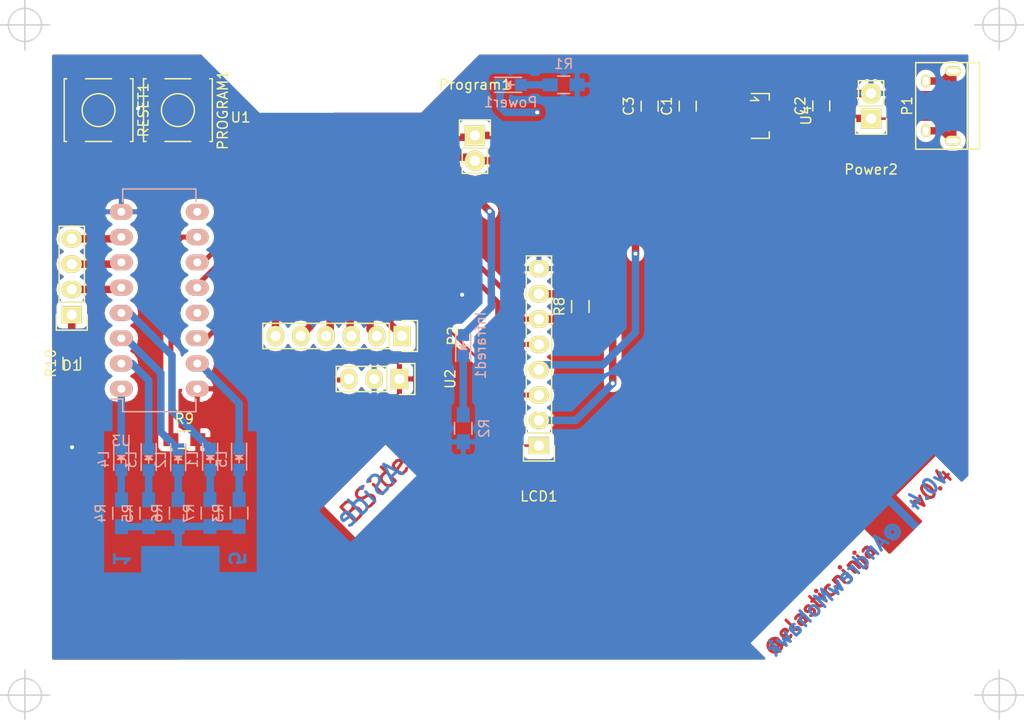
<source format=kicad_pcb>
(kicad_pcb (version 4) (host pcbnew 4.0.2+e4-6225~38~ubuntu15.10.1-stable)

  (general
    (links 80)
    (no_connects 0)
    (area 0 0 0 0)
    (thickness 1.6)
    (drawings 13)
    (tracks 208)
    (zones 0)
    (modules 32)
    (nets 46)
  )

  (page A4)
  (layers
    (0 F.Cu signal)
    (31 B.Cu signal)
    (32 B.Adhes user)
    (33 F.Adhes user)
    (34 B.Paste user)
    (35 F.Paste user)
    (36 B.SilkS user)
    (37 F.SilkS user)
    (38 B.Mask user)
    (39 F.Mask user)
    (40 Dwgs.User user)
    (41 Cmts.User user)
    (42 Eco1.User user)
    (43 Eco2.User user)
    (44 Edge.Cuts user)
    (45 Margin user)
    (46 B.CrtYd user)
    (47 F.CrtYd user)
    (48 B.Fab user)
    (49 F.Fab user)
  )

  (setup
    (last_trace_width 0.75)
    (user_trace_width 0.25)
    (user_trace_width 0.5)
    (user_trace_width 0.75)
    (trace_clearance 0.2)
    (zone_clearance 0.508)
    (zone_45_only yes)
    (trace_min 0.2)
    (segment_width 0.2)
    (edge_width 0.15)
    (via_size 0.6)
    (via_drill 0.4)
    (via_min_size 0.4)
    (via_min_drill 0.3)
    (uvia_size 0.3)
    (uvia_drill 0.1)
    (uvias_allowed no)
    (uvia_min_size 0.2)
    (uvia_min_drill 0.1)
    (pcb_text_width 0.3)
    (pcb_text_size 1.5 1.5)
    (mod_edge_width 0.15)
    (mod_text_size 1 1)
    (mod_text_width 0.15)
    (pad_size 1.524 1.524)
    (pad_drill 0.762)
    (pad_to_mask_clearance 0.2)
    (aux_axis_origin 0 0)
    (visible_elements FFFFFF7F)
    (pcbplotparams
      (layerselection 0x00030_80000001)
      (usegerberextensions false)
      (excludeedgelayer true)
      (linewidth 0.100000)
      (plotframeref false)
      (viasonmask false)
      (mode 1)
      (useauxorigin false)
      (hpglpennumber 1)
      (hpglpenspeed 20)
      (hpglpendiameter 15)
      (hpglpenoverlay 2)
      (psnegative false)
      (psa4output false)
      (plotreference true)
      (plotvalue true)
      (plotinvisibletext false)
      (padsonsilk false)
      (subtractmaskfromsilk false)
      (outputformat 1)
      (mirror false)
      (drillshape 1)
      (scaleselection 1)
      (outputdirectory ""))
  )

  (net 0 "")
  (net 1 +3V3)
  (net 2 "Net-(L4-Pad1)")
  (net 3 "Net-(L5-Pad1)")
  (net 4 "Net-(L3-Pad1)")
  (net 5 "Net-(U1-Pad6)")
  (net 6 "Net-(L2-Pad1)")
  (net 7 "Net-(U3-Pad13)")
  (net 8 "Net-(L1-Pad1)")
  (net 9 "Net-(U1-Pad5)")
  (net 10 "Net-(D1-Pad2)")
  (net 11 "Net-(U1-Pad4)")
  (net 12 "Net-(D1-Pad3)")
  (net 13 "Net-(D1-Pad4)")
  (net 14 "Net-(U3-Pad9)")
  (net 15 GND)
  (net 16 "Net-(Infrared1-Pad2)")
  (net 17 "Net-(L2-Pad2)")
  (net 18 "Net-(L3-Pad2)")
  (net 19 "Net-(L4-Pad2)")
  (net 20 "Net-(Power1-Pad2)")
  (net 21 "Net-(L5-Pad2)")
  (net 22 "Net-(L1-Pad2)")
  (net 23 "Net-(RESET1-Pad2)")
  (net 24 "Net-(U1-Pad2)")
  (net 25 "Net-(U1-Pad7)")
  (net 26 "Net-(Infrared1-Pad1)")
  (net 27 "Net-(LCD1-Pad3)")
  (net 28 "Net-(LCD1-Pad4)")
  (net 29 "Net-(LCD1-Pad5)")
  (net 30 "Net-(LCD1-Pad7)")
  (net 31 "Net-(D1-Pad1)")
  (net 32 "Net-(LCD1-Pad1)")
  (net 33 "Net-(LCD1-Pad2)")
  (net 34 "Net-(R9-Pad1)")
  (net 35 "Net-(C2-Pad1)")
  (net 36 "Net-(P1-Pad2)")
  (net 37 "Net-(P1-Pad3)")
  (net 38 "Net-(P1-Pad4)")
  (net 39 "Net-(P1-Pad6)")
  (net 40 "Net-(P2-Pad1)")
  (net 41 "Net-(P2-Pad2)")
  (net 42 "Net-(P2-Pad3)")
  (net 43 "Net-(P2-Pad4)")
  (net 44 "Net-(P2-Pad5)")
  (net 45 "Net-(P2-Pad6)")

  (net_class Default "This is the default net class."
    (clearance 0.2)
    (trace_width 0.5)
    (via_dia 0.6)
    (via_drill 0.4)
    (uvia_dia 0.3)
    (uvia_drill 0.1)
    (add_net +3V3)
    (add_net GND)
    (add_net "Net-(C2-Pad1)")
    (add_net "Net-(D1-Pad1)")
    (add_net "Net-(D1-Pad2)")
    (add_net "Net-(D1-Pad3)")
    (add_net "Net-(D1-Pad4)")
    (add_net "Net-(Infrared1-Pad1)")
    (add_net "Net-(Infrared1-Pad2)")
    (add_net "Net-(L1-Pad1)")
    (add_net "Net-(L1-Pad2)")
    (add_net "Net-(L2-Pad1)")
    (add_net "Net-(L2-Pad2)")
    (add_net "Net-(L3-Pad1)")
    (add_net "Net-(L3-Pad2)")
    (add_net "Net-(L4-Pad1)")
    (add_net "Net-(L4-Pad2)")
    (add_net "Net-(L5-Pad1)")
    (add_net "Net-(L5-Pad2)")
    (add_net "Net-(LCD1-Pad1)")
    (add_net "Net-(LCD1-Pad2)")
    (add_net "Net-(LCD1-Pad3)")
    (add_net "Net-(LCD1-Pad4)")
    (add_net "Net-(LCD1-Pad5)")
    (add_net "Net-(LCD1-Pad7)")
    (add_net "Net-(P1-Pad2)")
    (add_net "Net-(P1-Pad3)")
    (add_net "Net-(P1-Pad4)")
    (add_net "Net-(P1-Pad6)")
    (add_net "Net-(P2-Pad1)")
    (add_net "Net-(P2-Pad2)")
    (add_net "Net-(P2-Pad3)")
    (add_net "Net-(P2-Pad4)")
    (add_net "Net-(P2-Pad5)")
    (add_net "Net-(P2-Pad6)")
    (add_net "Net-(Power1-Pad2)")
    (add_net "Net-(R9-Pad1)")
    (add_net "Net-(U1-Pad2)")
    (add_net "Net-(U1-Pad4)")
    (add_net "Net-(U1-Pad5)")
    (add_net "Net-(U1-Pad6)")
    (add_net "Net-(U1-Pad7)")
    (add_net "Net-(U3-Pad13)")
    (add_net "Net-(U3-Pad9)")
  )

  (net_class "wide track" ""
    (clearance 0.2)
    (trace_width 0.25)
    (via_dia 0.6)
    (via_drill 0.4)
    (uvia_dia 0.3)
    (uvia_drill 0.1)
    (add_net "Net-(RESET1-Pad2)")
  )

  (module ESP8266:ESP-12E (layer F.Cu) (tedit 559F8D21) (tstamp 576EDCB5)
    (at 75.7174 72.2503)
    (descr "Module, ESP-8266, ESP-12, 16 pad, SMD")
    (tags "Module ESP-8266 ESP8266")
    (path /576DAEDC)
    (fp_text reference U1 (at -2 -2) (layer F.SilkS)
      (effects (font (size 1 1) (thickness 0.15)))
    )
    (fp_text value ESP-12E (at 8 1) (layer F.Fab)
      (effects (font (size 1 1) (thickness 0.15)))
    )
    (fp_line (start 16 -8.4) (end 0 -2.6) (layer F.CrtYd) (width 0.1524))
    (fp_line (start 0 -8.4) (end 16 -2.6) (layer F.CrtYd) (width 0.1524))
    (fp_text user "No Copper" (at 7.9 -5.4) (layer F.CrtYd)
      (effects (font (size 1 1) (thickness 0.15)))
    )
    (fp_line (start 0 -8.4) (end 0 -2.6) (layer F.CrtYd) (width 0.1524))
    (fp_line (start 0 -2.6) (end 16 -2.6) (layer F.CrtYd) (width 0.1524))
    (fp_line (start 16 -2.6) (end 16 -8.4) (layer F.CrtYd) (width 0.1524))
    (fp_line (start 16 -8.4) (end 0 -8.4) (layer F.CrtYd) (width 0.1524))
    (fp_line (start 16 -8.4) (end 16 15.6) (layer F.Fab) (width 0.1524))
    (fp_line (start 16 15.6) (end 0 15.6) (layer F.Fab) (width 0.1524))
    (fp_line (start 0 15.6) (end 0 -8.4) (layer F.Fab) (width 0.1524))
    (fp_line (start 0 -8.4) (end 16 -8.4) (layer F.Fab) (width 0.1524))
    (pad 9 smd oval (at 2.99 15.75 90) (size 2.4 1.1) (layers F.Cu F.Paste F.Mask)
      (net 45 "Net-(P2-Pad6)"))
    (pad 10 smd oval (at 4.99 15.75 90) (size 2.4 1.1) (layers F.Cu F.Paste F.Mask)
      (net 44 "Net-(P2-Pad5)"))
    (pad 11 smd oval (at 6.99 15.75 90) (size 2.4 1.1) (layers F.Cu F.Paste F.Mask)
      (net 43 "Net-(P2-Pad4)"))
    (pad 12 smd oval (at 8.99 15.75 90) (size 2.4 1.1) (layers F.Cu F.Paste F.Mask)
      (net 42 "Net-(P2-Pad3)"))
    (pad 13 smd oval (at 10.99 15.75 90) (size 2.4 1.1) (layers F.Cu F.Paste F.Mask)
      (net 41 "Net-(P2-Pad2)"))
    (pad 14 smd oval (at 12.99 15.75 90) (size 2.4 1.1) (layers F.Cu F.Paste F.Mask)
      (net 40 "Net-(P2-Pad1)"))
    (pad 1 smd rect (at 0 0) (size 2.4 1.1) (layers F.Cu F.Paste F.Mask)
      (net 23 "Net-(RESET1-Pad2)"))
    (pad 2 smd oval (at 0 2) (size 2.4 1.1) (layers F.Cu F.Paste F.Mask)
      (net 24 "Net-(U1-Pad2)"))
    (pad 3 smd oval (at 0 4) (size 2.4 1.1) (layers F.Cu F.Paste F.Mask)
      (net 1 +3V3))
    (pad 4 smd oval (at 0 6) (size 2.4 1.1) (layers F.Cu F.Paste F.Mask)
      (net 11 "Net-(U1-Pad4)"))
    (pad 5 smd oval (at 0 8) (size 2.4 1.1) (layers F.Cu F.Paste F.Mask)
      (net 9 "Net-(U1-Pad5)"))
    (pad 6 smd oval (at 0 10) (size 2.4 1.1) (layers F.Cu F.Paste F.Mask)
      (net 5 "Net-(U1-Pad6)"))
    (pad 7 smd oval (at 0 12) (size 2.4 1.1) (layers F.Cu F.Paste F.Mask)
      (net 25 "Net-(U1-Pad7)"))
    (pad 8 smd oval (at 0 14) (size 2.4 1.1) (layers F.Cu F.Paste F.Mask)
      (net 1 +3V3))
    (pad 15 smd oval (at 16 14) (size 2.4 1.1) (layers F.Cu F.Paste F.Mask)
      (net 15 GND))
    (pad 16 smd oval (at 16 12) (size 2.4 1.1) (layers F.Cu F.Paste F.Mask)
      (net 15 GND))
    (pad 17 smd oval (at 16 10) (size 2.4 1.1) (layers F.Cu F.Paste F.Mask)
      (net 27 "Net-(LCD1-Pad3)"))
    (pad 18 smd oval (at 16 8) (size 2.4 1.1) (layers F.Cu F.Paste F.Mask)
      (net 29 "Net-(LCD1-Pad5)"))
    (pad 19 smd oval (at 16 6) (size 2.4 1.1) (layers F.Cu F.Paste F.Mask)
      (net 32 "Net-(LCD1-Pad1)"))
    (pad 20 smd oval (at 16 4) (size 2.4 1.1) (layers F.Cu F.Paste F.Mask)
      (net 16 "Net-(Infrared1-Pad2)"))
    (pad 21 smd oval (at 16 2) (size 2.4 1.1) (layers F.Cu F.Paste F.Mask)
      (net 33 "Net-(LCD1-Pad2)"))
    (pad 22 smd oval (at 16 0) (size 2.4 1.1) (layers F.Cu F.Paste F.Mask)
      (net 28 "Net-(LCD1-Pad4)"))
    (model ${ESPLIB}/ESP8266.3dshapes/ESP-12.wrl
      (at (xyz 0.04 0 0))
      (scale (xyz 0.3937 0.3937 0.3937))
      (rotate (xyz 0 0 0))
    )
  )

  (module Capacitors_SMD:C_0805_HandSoldering (layer F.Cu) (tedit 541A9B8D) (tstamp 57721A92)
    (at 118.59006 69.12102 90)
    (descr "Capacitor SMD 0805, hand soldering")
    (tags "capacitor 0805")
    (path /576DADEF)
    (attr smd)
    (fp_text reference C1 (at 0 -2.1 90) (layer F.SilkS)
      (effects (font (size 1 1) (thickness 0.15)))
    )
    (fp_text value 10uF (at 0 2.1 90) (layer F.Fab)
      (effects (font (size 1 1) (thickness 0.15)))
    )
    (fp_line (start -2.3 -1) (end 2.3 -1) (layer F.CrtYd) (width 0.05))
    (fp_line (start -2.3 1) (end 2.3 1) (layer F.CrtYd) (width 0.05))
    (fp_line (start -2.3 -1) (end -2.3 1) (layer F.CrtYd) (width 0.05))
    (fp_line (start 2.3 -1) (end 2.3 1) (layer F.CrtYd) (width 0.05))
    (fp_line (start 0.5 -0.85) (end -0.5 -0.85) (layer F.SilkS) (width 0.15))
    (fp_line (start -0.5 0.85) (end 0.5 0.85) (layer F.SilkS) (width 0.15))
    (pad 1 smd rect (at -1.25 0 90) (size 1.5 1.25) (layers F.Cu F.Paste F.Mask)
      (net 1 +3V3))
    (pad 2 smd rect (at 1.25 0 90) (size 1.5 1.25) (layers F.Cu F.Paste F.Mask)
      (net 15 GND))
    (model Capacitors_SMD.3dshapes/C_0805_HandSoldering.wrl
      (at (xyz 0 0 0))
      (scale (xyz 1 1 1))
      (rotate (xyz 0 0 0))
    )
  )

  (module Resistors_SMD:R_0805_HandSoldering (layer B.Cu) (tedit 54189DEE) (tstamp 57721B2F)
    (at 96.05772 101.47808 90)
    (descr "Resistor SMD 0805, hand soldering")
    (tags "resistor 0805")
    (path /576D96E6)
    (attr smd)
    (fp_text reference R2 (at 0 2.1 90) (layer B.SilkS)
      (effects (font (size 1 1) (thickness 0.15)) (justify mirror))
    )
    (fp_text value 100 (at 0 -2.1 90) (layer B.Fab)
      (effects (font (size 1 1) (thickness 0.15)) (justify mirror))
    )
    (fp_line (start -2.4 1) (end 2.4 1) (layer B.CrtYd) (width 0.05))
    (fp_line (start -2.4 -1) (end 2.4 -1) (layer B.CrtYd) (width 0.05))
    (fp_line (start -2.4 1) (end -2.4 -1) (layer B.CrtYd) (width 0.05))
    (fp_line (start 2.4 1) (end 2.4 -1) (layer B.CrtYd) (width 0.05))
    (fp_line (start 0.6 -0.875) (end -0.6 -0.875) (layer B.SilkS) (width 0.15))
    (fp_line (start -0.6 0.875) (end 0.6 0.875) (layer B.SilkS) (width 0.15))
    (pad 1 smd rect (at -1.35 0 90) (size 1.5 1.3) (layers B.Cu B.Paste B.Mask)
      (net 15 GND))
    (pad 2 smd rect (at 1.35 0 90) (size 1.5 1.3) (layers B.Cu B.Paste B.Mask)
      (net 26 "Net-(Infrared1-Pad1)"))
    (model Resistors_SMD.3dshapes/R_0805_HandSoldering.wrl
      (at (xyz 0 0 0))
      (scale (xyz 1 1 1))
      (rotate (xyz 0 0 0))
    )
  )

  (module Pin_Headers:Pin_Header_Straight_1x02 (layer F.Cu) (tedit 54EA090C) (tstamp 5774D354)
    (at 136.99236 70.37832 180)
    (descr "Through hole pin header")
    (tags "pin header")
    (path /576EF59A)
    (fp_text reference Power2 (at 0 -5.1 180) (layer F.SilkS)
      (effects (font (size 1 1) (thickness 0.15)))
    )
    (fp_text value CONN_01X02 (at 0 -3.1 180) (layer F.Fab)
      (effects (font (size 1 1) (thickness 0.15)))
    )
    (fp_line (start 1.27 1.27) (end 1.27 3.81) (layer F.SilkS) (width 0.15))
    (fp_line (start 1.55 -1.55) (end 1.55 0) (layer F.SilkS) (width 0.15))
    (fp_line (start -1.75 -1.75) (end -1.75 4.3) (layer F.CrtYd) (width 0.05))
    (fp_line (start 1.75 -1.75) (end 1.75 4.3) (layer F.CrtYd) (width 0.05))
    (fp_line (start -1.75 -1.75) (end 1.75 -1.75) (layer F.CrtYd) (width 0.05))
    (fp_line (start -1.75 4.3) (end 1.75 4.3) (layer F.CrtYd) (width 0.05))
    (fp_line (start 1.27 1.27) (end -1.27 1.27) (layer F.SilkS) (width 0.15))
    (fp_line (start -1.55 0) (end -1.55 -1.55) (layer F.SilkS) (width 0.15))
    (fp_line (start -1.55 -1.55) (end 1.55 -1.55) (layer F.SilkS) (width 0.15))
    (fp_line (start -1.27 1.27) (end -1.27 3.81) (layer F.SilkS) (width 0.15))
    (fp_line (start -1.27 3.81) (end 1.27 3.81) (layer F.SilkS) (width 0.15))
    (pad 1 thru_hole rect (at 0 0 180) (size 2.032 2.032) (drill 1.016) (layers *.Cu *.Mask F.SilkS)
      (net 35 "Net-(C2-Pad1)"))
    (pad 2 thru_hole oval (at 0 2.54 180) (size 2.032 2.032) (drill 1.016) (layers *.Cu *.Mask F.SilkS)
      (net 15 GND))
    (model Pin_Headers.3dshapes/Pin_Header_Straight_1x02.wrl
      (at (xyz 0 -0.05 0))
      (scale (xyz 1 1 1))
      (rotate (xyz 0 0 90))
    )
  )

  (module Pin_Headers:Pin_Header_Straight_1x08 (layer F.Cu) (tedit 0) (tstamp 5774DD8F)
    (at 103.6574 103.2129 180)
    (descr "Through hole pin header")
    (tags "pin header")
    (path /5774D47C)
    (fp_text reference LCD1 (at 0 -5.1 180) (layer F.SilkS)
      (effects (font (size 1 1) (thickness 0.15)))
    )
    (fp_text value CONN_01X08 (at 0 -3.1 180) (layer F.Fab)
      (effects (font (size 1 1) (thickness 0.15)))
    )
    (fp_line (start -1.75 -1.75) (end -1.75 19.55) (layer F.CrtYd) (width 0.05))
    (fp_line (start 1.75 -1.75) (end 1.75 19.55) (layer F.CrtYd) (width 0.05))
    (fp_line (start -1.75 -1.75) (end 1.75 -1.75) (layer F.CrtYd) (width 0.05))
    (fp_line (start -1.75 19.55) (end 1.75 19.55) (layer F.CrtYd) (width 0.05))
    (fp_line (start 1.27 1.27) (end 1.27 19.05) (layer F.SilkS) (width 0.15))
    (fp_line (start 1.27 19.05) (end -1.27 19.05) (layer F.SilkS) (width 0.15))
    (fp_line (start -1.27 19.05) (end -1.27 1.27) (layer F.SilkS) (width 0.15))
    (fp_line (start 1.55 -1.55) (end 1.55 0) (layer F.SilkS) (width 0.15))
    (fp_line (start 1.27 1.27) (end -1.27 1.27) (layer F.SilkS) (width 0.15))
    (fp_line (start -1.55 0) (end -1.55 -1.55) (layer F.SilkS) (width 0.15))
    (fp_line (start -1.55 -1.55) (end 1.55 -1.55) (layer F.SilkS) (width 0.15))
    (pad 1 thru_hole rect (at 0 0 180) (size 2.032 1.7272) (drill 1.016) (layers *.Cu *.Mask F.SilkS)
      (net 32 "Net-(LCD1-Pad1)"))
    (pad 2 thru_hole oval (at 0 2.54 180) (size 2.032 1.7272) (drill 1.016) (layers *.Cu *.Mask F.SilkS)
      (net 33 "Net-(LCD1-Pad2)"))
    (pad 3 thru_hole oval (at 0 5.08 180) (size 2.032 1.7272) (drill 1.016) (layers *.Cu *.Mask F.SilkS)
      (net 27 "Net-(LCD1-Pad3)"))
    (pad 4 thru_hole oval (at 0 7.62 180) (size 2.032 1.7272) (drill 1.016) (layers *.Cu *.Mask F.SilkS)
      (net 28 "Net-(LCD1-Pad4)"))
    (pad 5 thru_hole oval (at 0 10.16 180) (size 2.032 1.7272) (drill 1.016) (layers *.Cu *.Mask F.SilkS)
      (net 29 "Net-(LCD1-Pad5)"))
    (pad 6 thru_hole oval (at 0 12.7 180) (size 2.032 1.7272) (drill 1.016) (layers *.Cu *.Mask F.SilkS)
      (net 1 +3V3))
    (pad 7 thru_hole oval (at 0 15.24 180) (size 2.032 1.7272) (drill 1.016) (layers *.Cu *.Mask F.SilkS)
      (net 30 "Net-(LCD1-Pad7)"))
    (pad 8 thru_hole oval (at 0 17.78 180) (size 2.032 1.7272) (drill 1.016) (layers *.Cu *.Mask F.SilkS)
      (net 15 GND))
    (model Pin_Headers.3dshapes/Pin_Header_Straight_1x08.wrl
      (at (xyz 0 -0.35 0))
      (scale (xyz 1 1 1))
      (rotate (xyz 0 0 90))
    )
  )

  (module Resistors_SMD:R_0805_HandSoldering (layer F.Cu) (tedit 54189DEE) (tstamp 5774DDAE)
    (at 107.8103 89.2429 90)
    (descr "Resistor SMD 0805, hand soldering")
    (tags "resistor 0805")
    (path /5774E89F)
    (attr smd)
    (fp_text reference R8 (at 0 -2.1 90) (layer F.SilkS)
      (effects (font (size 1 1) (thickness 0.15)))
    )
    (fp_text value 100 (at 0 2.1 90) (layer F.Fab)
      (effects (font (size 1 1) (thickness 0.15)))
    )
    (fp_line (start -2.4 -1) (end 2.4 -1) (layer F.CrtYd) (width 0.05))
    (fp_line (start -2.4 1) (end 2.4 1) (layer F.CrtYd) (width 0.05))
    (fp_line (start -2.4 -1) (end -2.4 1) (layer F.CrtYd) (width 0.05))
    (fp_line (start 2.4 -1) (end 2.4 1) (layer F.CrtYd) (width 0.05))
    (fp_line (start 0.6 0.875) (end -0.6 0.875) (layer F.SilkS) (width 0.15))
    (fp_line (start -0.6 -0.875) (end 0.6 -0.875) (layer F.SilkS) (width 0.15))
    (pad 1 smd rect (at -1.35 0 90) (size 1.5 1.3) (layers F.Cu F.Paste F.Mask)
      (net 1 +3V3))
    (pad 2 smd rect (at 1.35 0 90) (size 1.5 1.3) (layers F.Cu F.Paste F.Mask)
      (net 30 "Net-(LCD1-Pad7)"))
    (model Resistors_SMD.3dshapes/R_0805_HandSoldering.wrl
      (at (xyz 0 0 0))
      (scale (xyz 1 1 1))
      (rotate (xyz 0 0 0))
    )
  )

  (module Resistors_SMD:R_0805_HandSoldering (layer F.Cu) (tedit 54189DEE) (tstamp 5774DDBA)
    (at 68.072 102.616)
    (descr "Resistor SMD 0805, hand soldering")
    (tags "resistor 0805")
    (path /57842282)
    (attr smd)
    (fp_text reference R9 (at 0 -2.1) (layer F.SilkS)
      (effects (font (size 1 1) (thickness 0.15)))
    )
    (fp_text value 100 (at 0 2.1) (layer F.Fab)
      (effects (font (size 1 1) (thickness 0.15)))
    )
    (fp_line (start -2.4 -1) (end 2.4 -1) (layer F.CrtYd) (width 0.05))
    (fp_line (start -2.4 1) (end 2.4 1) (layer F.CrtYd) (width 0.05))
    (fp_line (start -2.4 -1) (end -2.4 1) (layer F.CrtYd) (width 0.05))
    (fp_line (start 2.4 -1) (end 2.4 1) (layer F.CrtYd) (width 0.05))
    (fp_line (start 0.6 0.875) (end -0.6 0.875) (layer F.SilkS) (width 0.15))
    (fp_line (start -0.6 -0.875) (end 0.6 -0.875) (layer F.SilkS) (width 0.15))
    (pad 1 smd rect (at -1.35 0) (size 1.5 1.3) (layers F.Cu F.Paste F.Mask)
      (net 34 "Net-(R9-Pad1)"))
    (pad 2 smd rect (at 1.35 0) (size 1.5 1.3) (layers F.Cu F.Paste F.Mask)
      (net 1 +3V3))
    (model Resistors_SMD.3dshapes/R_0805_HandSoldering.wrl
      (at (xyz 0 0 0))
      (scale (xyz 1 1 1))
      (rotate (xyz 0 0 0))
    )
  )

  (module Pin_Headers:Pin_Header_Straight_1x04 (layer F.Cu) (tedit 0) (tstamp 5779225A)
    (at 56.769 90.0684 180)
    (descr "Through hole pin header")
    (tags "pin header")
    (path /576D8957)
    (fp_text reference D1 (at 0 -5.1 180) (layer F.SilkS)
      (effects (font (size 1 1) (thickness 0.15)))
    )
    (fp_text value Led_RGB_CA (at 0 -3.1 180) (layer F.Fab)
      (effects (font (size 1 1) (thickness 0.15)))
    )
    (fp_line (start -1.75 -1.75) (end -1.75 9.4) (layer F.CrtYd) (width 0.05))
    (fp_line (start 1.75 -1.75) (end 1.75 9.4) (layer F.CrtYd) (width 0.05))
    (fp_line (start -1.75 -1.75) (end 1.75 -1.75) (layer F.CrtYd) (width 0.05))
    (fp_line (start -1.75 9.4) (end 1.75 9.4) (layer F.CrtYd) (width 0.05))
    (fp_line (start -1.27 1.27) (end -1.27 8.89) (layer F.SilkS) (width 0.15))
    (fp_line (start 1.27 1.27) (end 1.27 8.89) (layer F.SilkS) (width 0.15))
    (fp_line (start 1.55 -1.55) (end 1.55 0) (layer F.SilkS) (width 0.15))
    (fp_line (start -1.27 8.89) (end 1.27 8.89) (layer F.SilkS) (width 0.15))
    (fp_line (start 1.27 1.27) (end -1.27 1.27) (layer F.SilkS) (width 0.15))
    (fp_line (start -1.55 0) (end -1.55 -1.55) (layer F.SilkS) (width 0.15))
    (fp_line (start -1.55 -1.55) (end 1.55 -1.55) (layer F.SilkS) (width 0.15))
    (pad 1 thru_hole rect (at 0 0 180) (size 2.032 1.7272) (drill 1.016) (layers *.Cu *.Mask F.SilkS)
      (net 31 "Net-(D1-Pad1)"))
    (pad 2 thru_hole oval (at 0 2.54 180) (size 2.032 1.7272) (drill 1.016) (layers *.Cu *.Mask F.SilkS)
      (net 10 "Net-(D1-Pad2)"))
    (pad 3 thru_hole oval (at 0 5.08 180) (size 2.032 1.7272) (drill 1.016) (layers *.Cu *.Mask F.SilkS)
      (net 12 "Net-(D1-Pad3)"))
    (pad 4 thru_hole oval (at 0 7.62 180) (size 2.032 1.7272) (drill 1.016) (layers *.Cu *.Mask F.SilkS)
      (net 13 "Net-(D1-Pad4)"))
    (model Pin_Headers.3dshapes/Pin_Header_Straight_1x04.wrl
      (at (xyz 0 -0.15 0))
      (scale (xyz 1 1 1))
      (rotate (xyz 0 0 90))
    )
  )

  (module Pin_Headers:Pin_Header_Straight_1x02 (layer F.Cu) (tedit 54EA090C) (tstamp 57840976)
    (at 97.2312 72.0598)
    (descr "Through hole pin header")
    (tags "pin header")
    (path /5784055A)
    (fp_text reference Program1 (at 0 -5.1) (layer F.SilkS)
      (effects (font (size 1 1) (thickness 0.15)))
    )
    (fp_text value CONN_01X02 (at 0 -3.1) (layer F.Fab)
      (effects (font (size 1 1) (thickness 0.15)))
    )
    (fp_line (start 1.27 1.27) (end 1.27 3.81) (layer F.SilkS) (width 0.15))
    (fp_line (start 1.55 -1.55) (end 1.55 0) (layer F.SilkS) (width 0.15))
    (fp_line (start -1.75 -1.75) (end -1.75 4.3) (layer F.CrtYd) (width 0.05))
    (fp_line (start 1.75 -1.75) (end 1.75 4.3) (layer F.CrtYd) (width 0.05))
    (fp_line (start -1.75 -1.75) (end 1.75 -1.75) (layer F.CrtYd) (width 0.05))
    (fp_line (start -1.75 4.3) (end 1.75 4.3) (layer F.CrtYd) (width 0.05))
    (fp_line (start 1.27 1.27) (end -1.27 1.27) (layer F.SilkS) (width 0.15))
    (fp_line (start -1.55 0) (end -1.55 -1.55) (layer F.SilkS) (width 0.15))
    (fp_line (start -1.55 -1.55) (end 1.55 -1.55) (layer F.SilkS) (width 0.15))
    (fp_line (start -1.27 1.27) (end -1.27 3.81) (layer F.SilkS) (width 0.15))
    (fp_line (start -1.27 3.81) (end 1.27 3.81) (layer F.SilkS) (width 0.15))
    (pad 1 thru_hole rect (at 0 0) (size 2.032 2.032) (drill 1.016) (layers *.Cu *.Mask F.SilkS)
      (net 28 "Net-(LCD1-Pad4)"))
    (pad 2 thru_hole oval (at 0 2.54) (size 2.032 2.032) (drill 1.016) (layers *.Cu *.Mask F.SilkS)
      (net 33 "Net-(LCD1-Pad2)"))
    (model Pin_Headers.3dshapes/Pin_Header_Straight_1x02.wrl
      (at (xyz 0 -0.05 0))
      (scale (xyz 1 1 1))
      (rotate (xyz 0 0 90))
    )
  )

  (module LEDs:LED_0805 (layer B.Cu) (tedit 55BDE1C2) (tstamp 57979A99)
    (at 96.05772 93.15196 90)
    (descr "LED 0805 smd package")
    (tags "LED 0805 SMD")
    (path /576D8B38)
    (attr smd)
    (fp_text reference Infrared1 (at 0 1.75 90) (layer B.SilkS)
      (effects (font (size 1 1) (thickness 0.15)) (justify mirror))
    )
    (fp_text value LEDs:LED-5MM (at 0 -1.75 90) (layer B.Fab)
      (effects (font (size 1 1) (thickness 0.15)) (justify mirror))
    )
    (fp_line (start -1.6 -0.75) (end 1.1 -0.75) (layer B.SilkS) (width 0.15))
    (fp_line (start -1.6 0.75) (end 1.1 0.75) (layer B.SilkS) (width 0.15))
    (fp_line (start -0.1 -0.15) (end -0.1 0.1) (layer B.SilkS) (width 0.15))
    (fp_line (start -0.1 0.1) (end -0.25 -0.05) (layer B.SilkS) (width 0.15))
    (fp_line (start -0.35 0.35) (end -0.35 -0.35) (layer B.SilkS) (width 0.15))
    (fp_line (start 0 0) (end 0.35 0) (layer B.SilkS) (width 0.15))
    (fp_line (start -0.35 0) (end 0 0.35) (layer B.SilkS) (width 0.15))
    (fp_line (start 0 0.35) (end 0 -0.35) (layer B.SilkS) (width 0.15))
    (fp_line (start 0 -0.35) (end -0.35 0) (layer B.SilkS) (width 0.15))
    (fp_line (start 1.9 0.95) (end 1.9 -0.95) (layer B.CrtYd) (width 0.05))
    (fp_line (start 1.9 -0.95) (end -1.9 -0.95) (layer B.CrtYd) (width 0.05))
    (fp_line (start -1.9 -0.95) (end -1.9 0.95) (layer B.CrtYd) (width 0.05))
    (fp_line (start -1.9 0.95) (end 1.9 0.95) (layer B.CrtYd) (width 0.05))
    (pad 2 smd rect (at 1.04902 0 270) (size 1.19888 1.19888) (layers B.Cu B.Paste B.Mask)
      (net 16 "Net-(Infrared1-Pad2)"))
    (pad 1 smd rect (at -1.04902 0 270) (size 1.19888 1.19888) (layers B.Cu B.Paste B.Mask)
      (net 26 "Net-(Infrared1-Pad1)"))
    (model LEDs.3dshapes/LED_0805.wrl
      (at (xyz 0 0 0))
      (scale (xyz 1 1 1))
      (rotate (xyz 0 0 0))
    )
  )

  (module LEDs:LED_0805 (layer B.Cu) (tedit 55BDE1C2) (tstamp 57979AAC)
    (at 70.6628 104.58958 270)
    (descr "LED 0805 smd package")
    (tags "LED 0805 SMD")
    (path /576D8D24)
    (attr smd)
    (fp_text reference L1 (at 0 1.75 270) (layer B.SilkS)
      (effects (font (size 1 1) (thickness 0.15)) (justify mirror))
    )
    (fp_text value LEDs:LED-5MM (at 0 -1.75 270) (layer B.Fab)
      (effects (font (size 1 1) (thickness 0.15)) (justify mirror))
    )
    (fp_line (start -1.6 -0.75) (end 1.1 -0.75) (layer B.SilkS) (width 0.15))
    (fp_line (start -1.6 0.75) (end 1.1 0.75) (layer B.SilkS) (width 0.15))
    (fp_line (start -0.1 -0.15) (end -0.1 0.1) (layer B.SilkS) (width 0.15))
    (fp_line (start -0.1 0.1) (end -0.25 -0.05) (layer B.SilkS) (width 0.15))
    (fp_line (start -0.35 0.35) (end -0.35 -0.35) (layer B.SilkS) (width 0.15))
    (fp_line (start 0 0) (end 0.35 0) (layer B.SilkS) (width 0.15))
    (fp_line (start -0.35 0) (end 0 0.35) (layer B.SilkS) (width 0.15))
    (fp_line (start 0 0.35) (end 0 -0.35) (layer B.SilkS) (width 0.15))
    (fp_line (start 0 -0.35) (end -0.35 0) (layer B.SilkS) (width 0.15))
    (fp_line (start 1.9 0.95) (end 1.9 -0.95) (layer B.CrtYd) (width 0.05))
    (fp_line (start 1.9 -0.95) (end -1.9 -0.95) (layer B.CrtYd) (width 0.05))
    (fp_line (start -1.9 -0.95) (end -1.9 0.95) (layer B.CrtYd) (width 0.05))
    (fp_line (start -1.9 0.95) (end 1.9 0.95) (layer B.CrtYd) (width 0.05))
    (pad 2 smd rect (at 1.04902 0 90) (size 1.19888 1.19888) (layers B.Cu B.Paste B.Mask)
      (net 22 "Net-(L1-Pad2)"))
    (pad 1 smd rect (at -1.04902 0 90) (size 1.19888 1.19888) (layers B.Cu B.Paste B.Mask)
      (net 8 "Net-(L1-Pad1)"))
    (model LEDs.3dshapes/LED_0805.wrl
      (at (xyz 0 0 0))
      (scale (xyz 1 1 1))
      (rotate (xyz 0 0 0))
    )
  )

  (module LEDs:LED_0805 (layer B.Cu) (tedit 55BDE1C2) (tstamp 57979ABF)
    (at 67.45224 104.6353 270)
    (descr "LED 0805 smd package")
    (tags "LED 0805 SMD")
    (path /576D8DBF)
    (attr smd)
    (fp_text reference L2 (at 0 1.75 270) (layer B.SilkS)
      (effects (font (size 1 1) (thickness 0.15)) (justify mirror))
    )
    (fp_text value LED (at 0 -1.75 270) (layer B.Fab)
      (effects (font (size 1 1) (thickness 0.15)) (justify mirror))
    )
    (fp_line (start -1.6 -0.75) (end 1.1 -0.75) (layer B.SilkS) (width 0.15))
    (fp_line (start -1.6 0.75) (end 1.1 0.75) (layer B.SilkS) (width 0.15))
    (fp_line (start -0.1 -0.15) (end -0.1 0.1) (layer B.SilkS) (width 0.15))
    (fp_line (start -0.1 0.1) (end -0.25 -0.05) (layer B.SilkS) (width 0.15))
    (fp_line (start -0.35 0.35) (end -0.35 -0.35) (layer B.SilkS) (width 0.15))
    (fp_line (start 0 0) (end 0.35 0) (layer B.SilkS) (width 0.15))
    (fp_line (start -0.35 0) (end 0 0.35) (layer B.SilkS) (width 0.15))
    (fp_line (start 0 0.35) (end 0 -0.35) (layer B.SilkS) (width 0.15))
    (fp_line (start 0 -0.35) (end -0.35 0) (layer B.SilkS) (width 0.15))
    (fp_line (start 1.9 0.95) (end 1.9 -0.95) (layer B.CrtYd) (width 0.05))
    (fp_line (start 1.9 -0.95) (end -1.9 -0.95) (layer B.CrtYd) (width 0.05))
    (fp_line (start -1.9 -0.95) (end -1.9 0.95) (layer B.CrtYd) (width 0.05))
    (fp_line (start -1.9 0.95) (end 1.9 0.95) (layer B.CrtYd) (width 0.05))
    (pad 2 smd rect (at 1.04902 0 90) (size 1.19888 1.19888) (layers B.Cu B.Paste B.Mask)
      (net 17 "Net-(L2-Pad2)"))
    (pad 1 smd rect (at -1.04902 0 90) (size 1.19888 1.19888) (layers B.Cu B.Paste B.Mask)
      (net 6 "Net-(L2-Pad1)"))
    (model LEDs.3dshapes/LED_0805.wrl
      (at (xyz 0 0 0))
      (scale (xyz 1 1 1))
      (rotate (xyz 0 0 0))
    )
  )

  (module LEDs:LED_0805 (layer B.Cu) (tedit 55BDE1C2) (tstamp 57979AD2)
    (at 64.4906 104.61244 270)
    (descr "LED 0805 smd package")
    (tags "LED 0805 SMD")
    (path /576D8E6A)
    (attr smd)
    (fp_text reference L3 (at 0 1.75 270) (layer B.SilkS)
      (effects (font (size 1 1) (thickness 0.15)) (justify mirror))
    )
    (fp_text value LED (at 0 -1.75 270) (layer B.Fab)
      (effects (font (size 1 1) (thickness 0.15)) (justify mirror))
    )
    (fp_line (start -1.6 -0.75) (end 1.1 -0.75) (layer B.SilkS) (width 0.15))
    (fp_line (start -1.6 0.75) (end 1.1 0.75) (layer B.SilkS) (width 0.15))
    (fp_line (start -0.1 -0.15) (end -0.1 0.1) (layer B.SilkS) (width 0.15))
    (fp_line (start -0.1 0.1) (end -0.25 -0.05) (layer B.SilkS) (width 0.15))
    (fp_line (start -0.35 0.35) (end -0.35 -0.35) (layer B.SilkS) (width 0.15))
    (fp_line (start 0 0) (end 0.35 0) (layer B.SilkS) (width 0.15))
    (fp_line (start -0.35 0) (end 0 0.35) (layer B.SilkS) (width 0.15))
    (fp_line (start 0 0.35) (end 0 -0.35) (layer B.SilkS) (width 0.15))
    (fp_line (start 0 -0.35) (end -0.35 0) (layer B.SilkS) (width 0.15))
    (fp_line (start 1.9 0.95) (end 1.9 -0.95) (layer B.CrtYd) (width 0.05))
    (fp_line (start 1.9 -0.95) (end -1.9 -0.95) (layer B.CrtYd) (width 0.05))
    (fp_line (start -1.9 -0.95) (end -1.9 0.95) (layer B.CrtYd) (width 0.05))
    (fp_line (start -1.9 0.95) (end 1.9 0.95) (layer B.CrtYd) (width 0.05))
    (pad 2 smd rect (at 1.04902 0 90) (size 1.19888 1.19888) (layers B.Cu B.Paste B.Mask)
      (net 18 "Net-(L3-Pad2)"))
    (pad 1 smd rect (at -1.04902 0 90) (size 1.19888 1.19888) (layers B.Cu B.Paste B.Mask)
      (net 4 "Net-(L3-Pad1)"))
    (model LEDs.3dshapes/LED_0805.wrl
      (at (xyz 0 0 0))
      (scale (xyz 1 1 1))
      (rotate (xyz 0 0 0))
    )
  )

  (module LEDs:LED_0805 (layer B.Cu) (tedit 55BDE1C2) (tstamp 57979AE5)
    (at 61.73724 104.58958 270)
    (descr "LED 0805 smd package")
    (tags "LED 0805 SMD")
    (path /576D91CB)
    (attr smd)
    (fp_text reference L4 (at 0 1.75 270) (layer B.SilkS)
      (effects (font (size 1 1) (thickness 0.15)) (justify mirror))
    )
    (fp_text value LED (at 0 -1.75 270) (layer B.Fab)
      (effects (font (size 1 1) (thickness 0.15)) (justify mirror))
    )
    (fp_line (start -1.6 -0.75) (end 1.1 -0.75) (layer B.SilkS) (width 0.15))
    (fp_line (start -1.6 0.75) (end 1.1 0.75) (layer B.SilkS) (width 0.15))
    (fp_line (start -0.1 -0.15) (end -0.1 0.1) (layer B.SilkS) (width 0.15))
    (fp_line (start -0.1 0.1) (end -0.25 -0.05) (layer B.SilkS) (width 0.15))
    (fp_line (start -0.35 0.35) (end -0.35 -0.35) (layer B.SilkS) (width 0.15))
    (fp_line (start 0 0) (end 0.35 0) (layer B.SilkS) (width 0.15))
    (fp_line (start -0.35 0) (end 0 0.35) (layer B.SilkS) (width 0.15))
    (fp_line (start 0 0.35) (end 0 -0.35) (layer B.SilkS) (width 0.15))
    (fp_line (start 0 -0.35) (end -0.35 0) (layer B.SilkS) (width 0.15))
    (fp_line (start 1.9 0.95) (end 1.9 -0.95) (layer B.CrtYd) (width 0.05))
    (fp_line (start 1.9 -0.95) (end -1.9 -0.95) (layer B.CrtYd) (width 0.05))
    (fp_line (start -1.9 -0.95) (end -1.9 0.95) (layer B.CrtYd) (width 0.05))
    (fp_line (start -1.9 0.95) (end 1.9 0.95) (layer B.CrtYd) (width 0.05))
    (pad 2 smd rect (at 1.04902 0 90) (size 1.19888 1.19888) (layers B.Cu B.Paste B.Mask)
      (net 19 "Net-(L4-Pad2)"))
    (pad 1 smd rect (at -1.04902 0 90) (size 1.19888 1.19888) (layers B.Cu B.Paste B.Mask)
      (net 2 "Net-(L4-Pad1)"))
    (model LEDs.3dshapes/LED_0805.wrl
      (at (xyz 0 0 0))
      (scale (xyz 1 1 1))
      (rotate (xyz 0 0 0))
    )
  )

  (module LEDs:LED_0805 (layer B.Cu) (tedit 55BDE1C2) (tstamp 57979AF8)
    (at 73.56602 104.57688 270)
    (descr "LED 0805 smd package")
    (tags "LED 0805 SMD")
    (path /576D9207)
    (attr smd)
    (fp_text reference L5 (at 0 1.75 270) (layer B.SilkS)
      (effects (font (size 1 1) (thickness 0.15)) (justify mirror))
    )
    (fp_text value LEDs:LED-5MM (at 0 -1.75 270) (layer B.Fab)
      (effects (font (size 1 1) (thickness 0.15)) (justify mirror))
    )
    (fp_line (start -1.6 -0.75) (end 1.1 -0.75) (layer B.SilkS) (width 0.15))
    (fp_line (start -1.6 0.75) (end 1.1 0.75) (layer B.SilkS) (width 0.15))
    (fp_line (start -0.1 -0.15) (end -0.1 0.1) (layer B.SilkS) (width 0.15))
    (fp_line (start -0.1 0.1) (end -0.25 -0.05) (layer B.SilkS) (width 0.15))
    (fp_line (start -0.35 0.35) (end -0.35 -0.35) (layer B.SilkS) (width 0.15))
    (fp_line (start 0 0) (end 0.35 0) (layer B.SilkS) (width 0.15))
    (fp_line (start -0.35 0) (end 0 0.35) (layer B.SilkS) (width 0.15))
    (fp_line (start 0 0.35) (end 0 -0.35) (layer B.SilkS) (width 0.15))
    (fp_line (start 0 -0.35) (end -0.35 0) (layer B.SilkS) (width 0.15))
    (fp_line (start 1.9 0.95) (end 1.9 -0.95) (layer B.CrtYd) (width 0.05))
    (fp_line (start 1.9 -0.95) (end -1.9 -0.95) (layer B.CrtYd) (width 0.05))
    (fp_line (start -1.9 -0.95) (end -1.9 0.95) (layer B.CrtYd) (width 0.05))
    (fp_line (start -1.9 0.95) (end 1.9 0.95) (layer B.CrtYd) (width 0.05))
    (pad 2 smd rect (at 1.04902 0 90) (size 1.19888 1.19888) (layers B.Cu B.Paste B.Mask)
      (net 21 "Net-(L5-Pad2)"))
    (pad 1 smd rect (at -1.04902 0 90) (size 1.19888 1.19888) (layers B.Cu B.Paste B.Mask)
      (net 3 "Net-(L5-Pad1)"))
    (model LEDs.3dshapes/LED_0805.wrl
      (at (xyz 0 0 0))
      (scale (xyz 1 1 1))
      (rotate (xyz 0 0 0))
    )
  )

  (module LEDs:LED_0805 (layer B.Cu) (tedit 55BDE1C2) (tstamp 57979B0B)
    (at 100.8126 66.9798)
    (descr "LED 0805 smd package")
    (tags "LED 0805 SMD")
    (path /576D8A57)
    (attr smd)
    (fp_text reference Power1 (at 0 1.75) (layer B.SilkS)
      (effects (font (size 1 1) (thickness 0.15)) (justify mirror))
    )
    (fp_text value LED (at 0 -1.75) (layer B.Fab)
      (effects (font (size 1 1) (thickness 0.15)) (justify mirror))
    )
    (fp_line (start -1.6 -0.75) (end 1.1 -0.75) (layer B.SilkS) (width 0.15))
    (fp_line (start -1.6 0.75) (end 1.1 0.75) (layer B.SilkS) (width 0.15))
    (fp_line (start -0.1 -0.15) (end -0.1 0.1) (layer B.SilkS) (width 0.15))
    (fp_line (start -0.1 0.1) (end -0.25 -0.05) (layer B.SilkS) (width 0.15))
    (fp_line (start -0.35 0.35) (end -0.35 -0.35) (layer B.SilkS) (width 0.15))
    (fp_line (start 0 0) (end 0.35 0) (layer B.SilkS) (width 0.15))
    (fp_line (start -0.35 0) (end 0 0.35) (layer B.SilkS) (width 0.15))
    (fp_line (start 0 0.35) (end 0 -0.35) (layer B.SilkS) (width 0.15))
    (fp_line (start 0 -0.35) (end -0.35 0) (layer B.SilkS) (width 0.15))
    (fp_line (start 1.9 0.95) (end 1.9 -0.95) (layer B.CrtYd) (width 0.05))
    (fp_line (start 1.9 -0.95) (end -1.9 -0.95) (layer B.CrtYd) (width 0.05))
    (fp_line (start -1.9 -0.95) (end -1.9 0.95) (layer B.CrtYd) (width 0.05))
    (fp_line (start -1.9 0.95) (end 1.9 0.95) (layer B.CrtYd) (width 0.05))
    (pad 2 smd rect (at 1.04902 0 180) (size 1.19888 1.19888) (layers B.Cu B.Paste B.Mask)
      (net 20 "Net-(Power1-Pad2)"))
    (pad 1 smd rect (at -1.04902 0 180) (size 1.19888 1.19888) (layers B.Cu B.Paste B.Mask)
      (net 1 +3V3))
    (model LEDs.3dshapes/LED_0805.wrl
      (at (xyz 0 0 0))
      (scale (xyz 1 1 1))
      (rotate (xyz 0 0 0))
    )
  )

  (module Resistors_SMD:R_0805_HandSoldering (layer B.Cu) (tedit 54189DEE) (tstamp 57979B28)
    (at 106.13898 66.9798 180)
    (descr "Resistor SMD 0805, hand soldering")
    (tags "resistor 0805")
    (path /576D9694)
    (attr smd)
    (fp_text reference R1 (at 0 2.1 180) (layer B.SilkS)
      (effects (font (size 1 1) (thickness 0.15)) (justify mirror))
    )
    (fp_text value 100 (at 0 -2.1 180) (layer B.Fab)
      (effects (font (size 1 1) (thickness 0.15)) (justify mirror))
    )
    (fp_line (start -2.4 1) (end 2.4 1) (layer B.CrtYd) (width 0.05))
    (fp_line (start -2.4 -1) (end 2.4 -1) (layer B.CrtYd) (width 0.05))
    (fp_line (start -2.4 1) (end -2.4 -1) (layer B.CrtYd) (width 0.05))
    (fp_line (start 2.4 1) (end 2.4 -1) (layer B.CrtYd) (width 0.05))
    (fp_line (start 0.6 -0.875) (end -0.6 -0.875) (layer B.SilkS) (width 0.15))
    (fp_line (start -0.6 0.875) (end 0.6 0.875) (layer B.SilkS) (width 0.15))
    (pad 1 smd rect (at -1.35 0 180) (size 1.5 1.3) (layers B.Cu B.Paste B.Mask)
      (net 15 GND))
    (pad 2 smd rect (at 1.35 0 180) (size 1.5 1.3) (layers B.Cu B.Paste B.Mask)
      (net 20 "Net-(Power1-Pad2)"))
    (model Resistors_SMD.3dshapes/R_0805_HandSoldering.wrl
      (at (xyz 0 0 0))
      (scale (xyz 1 1 1))
      (rotate (xyz 0 0 0))
    )
  )

  (module Resistors_SMD:R_0805_HandSoldering (layer B.Cu) (tedit 54189DEE) (tstamp 57979B34)
    (at 73.56348 109.97692 270)
    (descr "Resistor SMD 0805, hand soldering")
    (tags "resistor 0805")
    (path /576D989E)
    (attr smd)
    (fp_text reference R3 (at 0 2.1 270) (layer B.SilkS)
      (effects (font (size 1 1) (thickness 0.15)) (justify mirror))
    )
    (fp_text value 100 (at 0 -2.1 270) (layer B.Fab)
      (effects (font (size 1 1) (thickness 0.15)) (justify mirror))
    )
    (fp_line (start -2.4 1) (end 2.4 1) (layer B.CrtYd) (width 0.05))
    (fp_line (start -2.4 -1) (end 2.4 -1) (layer B.CrtYd) (width 0.05))
    (fp_line (start -2.4 1) (end -2.4 -1) (layer B.CrtYd) (width 0.05))
    (fp_line (start 2.4 1) (end 2.4 -1) (layer B.CrtYd) (width 0.05))
    (fp_line (start 0.6 -0.875) (end -0.6 -0.875) (layer B.SilkS) (width 0.15))
    (fp_line (start -0.6 0.875) (end 0.6 0.875) (layer B.SilkS) (width 0.15))
    (pad 1 smd rect (at -1.35 0 270) (size 1.5 1.3) (layers B.Cu B.Paste B.Mask)
      (net 21 "Net-(L5-Pad2)"))
    (pad 2 smd rect (at 1.35 0 270) (size 1.5 1.3) (layers B.Cu B.Paste B.Mask)
      (net 15 GND))
    (model Resistors_SMD.3dshapes/R_0805_HandSoldering.wrl
      (at (xyz 0 0 0))
      (scale (xyz 1 1 1))
      (rotate (xyz 0 0 0))
    )
  )

  (module Resistors_SMD:R_0805_HandSoldering (layer B.Cu) (tedit 54189DEE) (tstamp 57979B40)
    (at 61.7601 110.0074 270)
    (descr "Resistor SMD 0805, hand soldering")
    (tags "resistor 0805")
    (path /576D9852)
    (attr smd)
    (fp_text reference R4 (at 0 2.1 270) (layer B.SilkS)
      (effects (font (size 1 1) (thickness 0.15)) (justify mirror))
    )
    (fp_text value 100 (at 0 -2.1 270) (layer B.Fab)
      (effects (font (size 1 1) (thickness 0.15)) (justify mirror))
    )
    (fp_line (start -2.4 1) (end 2.4 1) (layer B.CrtYd) (width 0.05))
    (fp_line (start -2.4 -1) (end 2.4 -1) (layer B.CrtYd) (width 0.05))
    (fp_line (start -2.4 1) (end -2.4 -1) (layer B.CrtYd) (width 0.05))
    (fp_line (start 2.4 1) (end 2.4 -1) (layer B.CrtYd) (width 0.05))
    (fp_line (start 0.6 -0.875) (end -0.6 -0.875) (layer B.SilkS) (width 0.15))
    (fp_line (start -0.6 0.875) (end 0.6 0.875) (layer B.SilkS) (width 0.15))
    (pad 1 smd rect (at -1.35 0 270) (size 1.5 1.3) (layers B.Cu B.Paste B.Mask)
      (net 19 "Net-(L4-Pad2)"))
    (pad 2 smd rect (at 1.35 0 270) (size 1.5 1.3) (layers B.Cu B.Paste B.Mask)
      (net 15 GND))
    (model Resistors_SMD.3dshapes/R_0805_HandSoldering.wrl
      (at (xyz 0 0 0))
      (scale (xyz 1 1 1))
      (rotate (xyz 0 0 0))
    )
  )

  (module Resistors_SMD:R_0805_HandSoldering (layer B.Cu) (tedit 54189DEE) (tstamp 57979B4C)
    (at 64.4906 110.0074 270)
    (descr "Resistor SMD 0805, hand soldering")
    (tags "resistor 0805")
    (path /576D980D)
    (attr smd)
    (fp_text reference R5 (at 0 2.1 270) (layer B.SilkS)
      (effects (font (size 1 1) (thickness 0.15)) (justify mirror))
    )
    (fp_text value 100 (at 0 -2.1 270) (layer B.Fab)
      (effects (font (size 1 1) (thickness 0.15)) (justify mirror))
    )
    (fp_line (start -2.4 1) (end 2.4 1) (layer B.CrtYd) (width 0.05))
    (fp_line (start -2.4 -1) (end 2.4 -1) (layer B.CrtYd) (width 0.05))
    (fp_line (start -2.4 1) (end -2.4 -1) (layer B.CrtYd) (width 0.05))
    (fp_line (start 2.4 1) (end 2.4 -1) (layer B.CrtYd) (width 0.05))
    (fp_line (start 0.6 -0.875) (end -0.6 -0.875) (layer B.SilkS) (width 0.15))
    (fp_line (start -0.6 0.875) (end 0.6 0.875) (layer B.SilkS) (width 0.15))
    (pad 1 smd rect (at -1.35 0 270) (size 1.5 1.3) (layers B.Cu B.Paste B.Mask)
      (net 18 "Net-(L3-Pad2)"))
    (pad 2 smd rect (at 1.35 0 270) (size 1.5 1.3) (layers B.Cu B.Paste B.Mask)
      (net 15 GND))
    (model Resistors_SMD.3dshapes/R_0805_HandSoldering.wrl
      (at (xyz 0 0 0))
      (scale (xyz 1 1 1))
      (rotate (xyz 0 0 0))
    )
  )

  (module Resistors_SMD:R_0805_HandSoldering (layer B.Cu) (tedit 54189DEE) (tstamp 57979B58)
    (at 67.45224 109.98454 270)
    (descr "Resistor SMD 0805, hand soldering")
    (tags "resistor 0805")
    (path /576D97C9)
    (attr smd)
    (fp_text reference R6 (at 0 2.1 270) (layer B.SilkS)
      (effects (font (size 1 1) (thickness 0.15)) (justify mirror))
    )
    (fp_text value 100 (at 0 -2.1 270) (layer B.Fab)
      (effects (font (size 1 1) (thickness 0.15)) (justify mirror))
    )
    (fp_line (start -2.4 1) (end 2.4 1) (layer B.CrtYd) (width 0.05))
    (fp_line (start -2.4 -1) (end 2.4 -1) (layer B.CrtYd) (width 0.05))
    (fp_line (start -2.4 1) (end -2.4 -1) (layer B.CrtYd) (width 0.05))
    (fp_line (start 2.4 1) (end 2.4 -1) (layer B.CrtYd) (width 0.05))
    (fp_line (start 0.6 -0.875) (end -0.6 -0.875) (layer B.SilkS) (width 0.15))
    (fp_line (start -0.6 0.875) (end 0.6 0.875) (layer B.SilkS) (width 0.15))
    (pad 1 smd rect (at -1.35 0 270) (size 1.5 1.3) (layers B.Cu B.Paste B.Mask)
      (net 17 "Net-(L2-Pad2)"))
    (pad 2 smd rect (at 1.35 0 270) (size 1.5 1.3) (layers B.Cu B.Paste B.Mask)
      (net 15 GND))
    (model Resistors_SMD.3dshapes/R_0805_HandSoldering.wrl
      (at (xyz 0 0 0))
      (scale (xyz 1 1 1))
      (rotate (xyz 0 0 0))
    )
  )

  (module Resistors_SMD:R_0805_HandSoldering (layer B.Cu) (tedit 54189DEE) (tstamp 57979B64)
    (at 70.63994 109.98454 270)
    (descr "Resistor SMD 0805, hand soldering")
    (tags "resistor 0805")
    (path /576D973C)
    (attr smd)
    (fp_text reference R7 (at 0 2.1 270) (layer B.SilkS)
      (effects (font (size 1 1) (thickness 0.15)) (justify mirror))
    )
    (fp_text value 100 (at 0 -2.1 270) (layer B.Fab)
      (effects (font (size 1 1) (thickness 0.15)) (justify mirror))
    )
    (fp_line (start -2.4 1) (end 2.4 1) (layer B.CrtYd) (width 0.05))
    (fp_line (start -2.4 -1) (end 2.4 -1) (layer B.CrtYd) (width 0.05))
    (fp_line (start -2.4 1) (end -2.4 -1) (layer B.CrtYd) (width 0.05))
    (fp_line (start 2.4 1) (end 2.4 -1) (layer B.CrtYd) (width 0.05))
    (fp_line (start 0.6 -0.875) (end -0.6 -0.875) (layer B.SilkS) (width 0.15))
    (fp_line (start -0.6 0.875) (end 0.6 0.875) (layer B.SilkS) (width 0.15))
    (pad 1 smd rect (at -1.35 0 270) (size 1.5 1.3) (layers B.Cu B.Paste B.Mask)
      (net 22 "Net-(L1-Pad2)"))
    (pad 2 smd rect (at 1.35 0 270) (size 1.5 1.3) (layers B.Cu B.Paste B.Mask)
      (net 15 GND))
    (model Resistors_SMD.3dshapes/R_0805_HandSoldering.wrl
      (at (xyz 0 0 0))
      (scale (xyz 1 1 1))
      (rotate (xyz 0 0 0))
    )
  )

  (module Resistors_SMD:R_0805_HandSoldering (layer F.Cu) (tedit 54189DEE) (tstamp 57979B70)
    (at 56.769 94.9452 90)
    (descr "Resistor SMD 0805, hand soldering")
    (tags "resistor 0805")
    (path /57842625)
    (attr smd)
    (fp_text reference R10 (at 0 -2.1 90) (layer F.SilkS)
      (effects (font (size 1 1) (thickness 0.15)))
    )
    (fp_text value 100 (at 0 2.1 90) (layer F.Fab)
      (effects (font (size 1 1) (thickness 0.15)))
    )
    (fp_line (start -2.4 -1) (end 2.4 -1) (layer F.CrtYd) (width 0.05))
    (fp_line (start -2.4 1) (end 2.4 1) (layer F.CrtYd) (width 0.05))
    (fp_line (start -2.4 -1) (end -2.4 1) (layer F.CrtYd) (width 0.05))
    (fp_line (start 2.4 -1) (end 2.4 1) (layer F.CrtYd) (width 0.05))
    (fp_line (start 0.6 0.875) (end -0.6 0.875) (layer F.SilkS) (width 0.15))
    (fp_line (start -0.6 -0.875) (end 0.6 -0.875) (layer F.SilkS) (width 0.15))
    (pad 1 smd rect (at -1.35 0 90) (size 1.5 1.3) (layers F.Cu F.Paste F.Mask)
      (net 15 GND))
    (pad 2 smd rect (at 1.35 0 90) (size 1.5 1.3) (layers F.Cu F.Paste F.Mask)
      (net 31 "Net-(D1-Pad1)"))
    (model Resistors_SMD.3dshapes/R_0805_HandSoldering.wrl
      (at (xyz 0 0 0))
      (scale (xyz 1 1 1))
      (rotate (xyz 0 0 0))
    )
  )

  (module Capacitors_SMD:C_0805_HandSoldering (layer F.Cu) (tedit 541A9B8D) (tstamp 5797C664)
    (at 131.99364 69.09816 90)
    (descr "Capacitor SMD 0805, hand soldering")
    (tags "capacitor 0805")
    (path /5797CF17)
    (attr smd)
    (fp_text reference C2 (at 0 -2.1 90) (layer F.SilkS)
      (effects (font (size 1 1) (thickness 0.15)))
    )
    (fp_text value 1uF (at 0 2.1 90) (layer F.Fab)
      (effects (font (size 1 1) (thickness 0.15)))
    )
    (fp_line (start -2.3 -1) (end 2.3 -1) (layer F.CrtYd) (width 0.05))
    (fp_line (start -2.3 1) (end 2.3 1) (layer F.CrtYd) (width 0.05))
    (fp_line (start -2.3 -1) (end -2.3 1) (layer F.CrtYd) (width 0.05))
    (fp_line (start 2.3 -1) (end 2.3 1) (layer F.CrtYd) (width 0.05))
    (fp_line (start 0.5 -0.85) (end -0.5 -0.85) (layer F.SilkS) (width 0.15))
    (fp_line (start -0.5 0.85) (end 0.5 0.85) (layer F.SilkS) (width 0.15))
    (pad 1 smd rect (at -1.25 0 90) (size 1.5 1.25) (layers F.Cu F.Paste F.Mask)
      (net 35 "Net-(C2-Pad1)"))
    (pad 2 smd rect (at 1.25 0 90) (size 1.5 1.25) (layers F.Cu F.Paste F.Mask)
      (net 15 GND))
    (model Capacitors_SMD.3dshapes/C_0805_HandSoldering.wrl
      (at (xyz 0 0 0))
      (scale (xyz 1 1 1))
      (rotate (xyz 0 0 0))
    )
  )

  (module Capacitors_SMD:C_0805_HandSoldering (layer F.Cu) (tedit 541A9B8D) (tstamp 5797C670)
    (at 114.76482 69.12102 90)
    (descr "Capacitor SMD 0805, hand soldering")
    (tags "capacitor 0805")
    (path /5797CF8C)
    (attr smd)
    (fp_text reference C3 (at 0 -2.1 90) (layer F.SilkS)
      (effects (font (size 1 1) (thickness 0.15)))
    )
    (fp_text value 1uF (at 0 2.1 90) (layer F.Fab)
      (effects (font (size 1 1) (thickness 0.15)))
    )
    (fp_line (start -2.3 -1) (end 2.3 -1) (layer F.CrtYd) (width 0.05))
    (fp_line (start -2.3 1) (end 2.3 1) (layer F.CrtYd) (width 0.05))
    (fp_line (start -2.3 -1) (end -2.3 1) (layer F.CrtYd) (width 0.05))
    (fp_line (start 2.3 -1) (end 2.3 1) (layer F.CrtYd) (width 0.05))
    (fp_line (start 0.5 -0.85) (end -0.5 -0.85) (layer F.SilkS) (width 0.15))
    (fp_line (start -0.5 0.85) (end 0.5 0.85) (layer F.SilkS) (width 0.15))
    (pad 1 smd rect (at -1.25 0 90) (size 1.5 1.25) (layers F.Cu F.Paste F.Mask)
      (net 1 +3V3))
    (pad 2 smd rect (at 1.25 0 90) (size 1.5 1.25) (layers F.Cu F.Paste F.Mask)
      (net 15 GND))
    (model Capacitors_SMD.3dshapes/C_0805_HandSoldering.wrl
      (at (xyz 0 0 0))
      (scale (xyz 1 1 1))
      (rotate (xyz 0 0 0))
    )
  )

  (module Housings_DIP:DIP-16_W7.62mm_LongPads (layer B.Cu) (tedit 54130A77) (tstamp 5797E557)
    (at 61.7474 97.5106)
    (descr "16-lead dip package, row spacing 7.62 mm (300 mils), longer pads")
    (tags "dil dip 2.54 300")
    (path /576D98EA)
    (fp_text reference U3 (at 0 5.22) (layer B.SilkS)
      (effects (font (size 1 1) (thickness 0.15)) (justify mirror))
    )
    (fp_text value 74HC595 (at 0 3.72) (layer B.Fab)
      (effects (font (size 1 1) (thickness 0.15)) (justify mirror))
    )
    (fp_line (start -1.4 2.45) (end -1.4 -20.25) (layer B.CrtYd) (width 0.05))
    (fp_line (start 9 2.45) (end 9 -20.25) (layer B.CrtYd) (width 0.05))
    (fp_line (start -1.4 2.45) (end 9 2.45) (layer B.CrtYd) (width 0.05))
    (fp_line (start -1.4 -20.25) (end 9 -20.25) (layer B.CrtYd) (width 0.05))
    (fp_line (start 0.135 2.295) (end 0.135 1.025) (layer B.SilkS) (width 0.15))
    (fp_line (start 7.485 2.295) (end 7.485 1.025) (layer B.SilkS) (width 0.15))
    (fp_line (start 7.485 -20.075) (end 7.485 -18.805) (layer B.SilkS) (width 0.15))
    (fp_line (start 0.135 -20.075) (end 0.135 -18.805) (layer B.SilkS) (width 0.15))
    (fp_line (start 0.135 2.295) (end 7.485 2.295) (layer B.SilkS) (width 0.15))
    (fp_line (start 0.135 -20.075) (end 7.485 -20.075) (layer B.SilkS) (width 0.15))
    (fp_line (start 0.135 1.025) (end -1.15 1.025) (layer B.SilkS) (width 0.15))
    (pad 1 thru_hole oval (at 0 0) (size 2.3 1.6) (drill 0.8) (layers *.Cu *.Mask B.SilkS)
      (net 2 "Net-(L4-Pad1)"))
    (pad 2 thru_hole oval (at 0 -2.54) (size 2.3 1.6) (drill 0.8) (layers *.Cu *.Mask B.SilkS)
      (net 4 "Net-(L3-Pad1)"))
    (pad 3 thru_hole oval (at 0 -5.08) (size 2.3 1.6) (drill 0.8) (layers *.Cu *.Mask B.SilkS)
      (net 6 "Net-(L2-Pad1)"))
    (pad 4 thru_hole oval (at 0 -7.62) (size 2.3 1.6) (drill 0.8) (layers *.Cu *.Mask B.SilkS)
      (net 8 "Net-(L1-Pad1)"))
    (pad 5 thru_hole oval (at 0 -10.16) (size 2.3 1.6) (drill 0.8) (layers *.Cu *.Mask B.SilkS)
      (net 10 "Net-(D1-Pad2)"))
    (pad 6 thru_hole oval (at 0 -12.7) (size 2.3 1.6) (drill 0.8) (layers *.Cu *.Mask B.SilkS)
      (net 12 "Net-(D1-Pad3)"))
    (pad 7 thru_hole oval (at 0 -15.24) (size 2.3 1.6) (drill 0.8) (layers *.Cu *.Mask B.SilkS)
      (net 13 "Net-(D1-Pad4)"))
    (pad 8 thru_hole oval (at 0 -17.78) (size 2.3 1.6) (drill 0.8) (layers *.Cu *.Mask B.SilkS)
      (net 15 GND))
    (pad 9 thru_hole oval (at 7.62 -17.78) (size 2.3 1.6) (drill 0.8) (layers *.Cu *.Mask B.SilkS)
      (net 14 "Net-(U3-Pad9)"))
    (pad 10 thru_hole oval (at 7.62 -15.24) (size 2.3 1.6) (drill 0.8) (layers *.Cu *.Mask B.SilkS)
      (net 34 "Net-(R9-Pad1)"))
    (pad 11 thru_hole oval (at 7.62 -12.7) (size 2.3 1.6) (drill 0.8) (layers *.Cu *.Mask B.SilkS)
      (net 11 "Net-(U1-Pad4)"))
    (pad 12 thru_hole oval (at 7.62 -10.16) (size 2.3 1.6) (drill 0.8) (layers *.Cu *.Mask B.SilkS)
      (net 9 "Net-(U1-Pad5)"))
    (pad 13 thru_hole oval (at 7.62 -7.62) (size 2.3 1.6) (drill 0.8) (layers *.Cu *.Mask B.SilkS)
      (net 7 "Net-(U3-Pad13)"))
    (pad 14 thru_hole oval (at 7.62 -5.08) (size 2.3 1.6) (drill 0.8) (layers *.Cu *.Mask B.SilkS)
      (net 5 "Net-(U1-Pad6)"))
    (pad 15 thru_hole oval (at 7.62 -2.54) (size 2.3 1.6) (drill 0.8) (layers *.Cu *.Mask B.SilkS)
      (net 3 "Net-(L5-Pad1)"))
    (pad 16 thru_hole oval (at 7.62 0) (size 2.3 1.6) (drill 0.8) (layers *.Cu *.Mask B.SilkS)
      (net 1 +3V3))
    (model Housings_DIP.3dshapes/DIP-16_W7.62mm_LongPads.wrl
      (at (xyz 0 0 0))
      (scale (xyz 1 1 1))
      (rotate (xyz 0 0 0))
    )
  )

  (module Buttons_Switches_SMD:SW_SPST_B3S-1000 (layer F.Cu) (tedit 56EDA1C6) (tstamp 579B6584)
    (at 67.4243 69.5198 270)
    (descr "Surface Mount Tactile Switch for High-Density Packaging")
    (tags "Tactile Switch")
    (path /576DACB7)
    (attr smd)
    (fp_text reference PROGRAM1 (at 0 -4.5 270) (layer F.SilkS)
      (effects (font (size 1 1) (thickness 0.15)))
    )
    (fp_text value SW_PUSH (at 0 4.5 270) (layer F.Fab)
      (effects (font (size 1 1) (thickness 0.15)))
    )
    (fp_line (start -5 3.7) (end 5 3.7) (layer F.CrtYd) (width 0.05))
    (fp_line (start 5 3.7) (end 5 -3.7) (layer F.CrtYd) (width 0.05))
    (fp_line (start 5 -3.7) (end -5 -3.7) (layer F.CrtYd) (width 0.05))
    (fp_line (start -5 -3.7) (end -5 3.7) (layer F.CrtYd) (width 0.05))
    (fp_line (start -3.15 -3.2) (end -3.15 -3.45) (layer F.SilkS) (width 0.15))
    (fp_line (start -3.15 -3.45) (end 3.15 -3.45) (layer F.SilkS) (width 0.15))
    (fp_line (start 3.15 -3.45) (end 3.15 -3.2) (layer F.SilkS) (width 0.15))
    (fp_line (start -3.15 1.3) (end -3.15 -1.3) (layer F.SilkS) (width 0.15))
    (fp_line (start 3.15 3.2) (end 3.15 3.45) (layer F.SilkS) (width 0.15))
    (fp_line (start 3.15 3.45) (end -3.15 3.45) (layer F.SilkS) (width 0.15))
    (fp_line (start -3.15 3.45) (end -3.15 3.2) (layer F.SilkS) (width 0.15))
    (fp_line (start 3.15 -1.3) (end 3.15 1.3) (layer F.SilkS) (width 0.15))
    (fp_circle (center 0 0) (end 1.65 0) (layer F.SilkS) (width 0.15))
    (fp_line (start -3 -3.3) (end 3 -3.3) (layer F.Fab) (width 0.15))
    (fp_line (start 3 -3.3) (end 3 3.3) (layer F.Fab) (width 0.15))
    (fp_line (start 3 3.3) (end -3 3.3) (layer F.Fab) (width 0.15))
    (fp_line (start -3 3.3) (end -3 -3.3) (layer F.Fab) (width 0.15))
    (pad 1 smd rect (at -3.975 -2.25 270) (size 1.55 1.3) (layers F.Cu F.Paste F.Mask)
      (net 29 "Net-(LCD1-Pad5)"))
    (pad 1 smd rect (at 3.975 -2.25 270) (size 1.55 1.3) (layers F.Cu F.Paste F.Mask)
      (net 29 "Net-(LCD1-Pad5)"))
    (pad 2 smd rect (at -3.975 2.25 270) (size 1.55 1.3) (layers F.Cu F.Paste F.Mask)
      (net 15 GND))
    (pad 2 smd rect (at 3.975 2.25 270) (size 1.55 1.3) (layers F.Cu F.Paste F.Mask)
      (net 15 GND))
  )

  (module Buttons_Switches_SMD:SW_SPST_B3S-1000 (layer F.Cu) (tedit 56EDA1C6) (tstamp 579B659D)
    (at 59.4614 69.5198 270)
    (descr "Surface Mount Tactile Switch for High-Density Packaging")
    (tags "Tactile Switch")
    (path /576DADA9)
    (attr smd)
    (fp_text reference RESET1 (at 0 -4.5 270) (layer F.SilkS)
      (effects (font (size 1 1) (thickness 0.15)))
    )
    (fp_text value SW_PUSH (at 0 4.5 270) (layer F.Fab)
      (effects (font (size 1 1) (thickness 0.15)))
    )
    (fp_line (start -5 3.7) (end 5 3.7) (layer F.CrtYd) (width 0.05))
    (fp_line (start 5 3.7) (end 5 -3.7) (layer F.CrtYd) (width 0.05))
    (fp_line (start 5 -3.7) (end -5 -3.7) (layer F.CrtYd) (width 0.05))
    (fp_line (start -5 -3.7) (end -5 3.7) (layer F.CrtYd) (width 0.05))
    (fp_line (start -3.15 -3.2) (end -3.15 -3.45) (layer F.SilkS) (width 0.15))
    (fp_line (start -3.15 -3.45) (end 3.15 -3.45) (layer F.SilkS) (width 0.15))
    (fp_line (start 3.15 -3.45) (end 3.15 -3.2) (layer F.SilkS) (width 0.15))
    (fp_line (start -3.15 1.3) (end -3.15 -1.3) (layer F.SilkS) (width 0.15))
    (fp_line (start 3.15 3.2) (end 3.15 3.45) (layer F.SilkS) (width 0.15))
    (fp_line (start 3.15 3.45) (end -3.15 3.45) (layer F.SilkS) (width 0.15))
    (fp_line (start -3.15 3.45) (end -3.15 3.2) (layer F.SilkS) (width 0.15))
    (fp_line (start 3.15 -1.3) (end 3.15 1.3) (layer F.SilkS) (width 0.15))
    (fp_circle (center 0 0) (end 1.65 0) (layer F.SilkS) (width 0.15))
    (fp_line (start -3 -3.3) (end 3 -3.3) (layer F.Fab) (width 0.15))
    (fp_line (start 3 -3.3) (end 3 3.3) (layer F.Fab) (width 0.15))
    (fp_line (start 3 3.3) (end -3 3.3) (layer F.Fab) (width 0.15))
    (fp_line (start -3 3.3) (end -3 -3.3) (layer F.Fab) (width 0.15))
    (pad 1 smd rect (at -3.975 -2.25 270) (size 1.55 1.3) (layers F.Cu F.Paste F.Mask)
      (net 15 GND))
    (pad 1 smd rect (at 3.975 -2.25 270) (size 1.55 1.3) (layers F.Cu F.Paste F.Mask)
      (net 15 GND))
    (pad 2 smd rect (at -3.975 2.25 270) (size 1.55 1.3) (layers F.Cu F.Paste F.Mask)
      (net 23 "Net-(RESET1-Pad2)"))
    (pad 2 smd rect (at 3.975 2.25 270) (size 1.55 1.3) (layers F.Cu F.Paste F.Mask)
      (net 23 "Net-(RESET1-Pad2)"))
  )

  (module Connect:USB_Micro-B (layer F.Cu) (tedit 5543E447) (tstamp 579BA2D5)
    (at 144.05864 69.09562 90)
    (descr "Micro USB Type B Receptacle")
    (tags "USB USB_B USB_micro USB_OTG")
    (path /579BABC1)
    (attr smd)
    (fp_text reference P1 (at 0 -3.45 90) (layer F.SilkS)
      (effects (font (size 1 1) (thickness 0.15)))
    )
    (fp_text value USB_OTG (at 0 4.8 90) (layer F.Fab)
      (effects (font (size 1 1) (thickness 0.15)))
    )
    (fp_line (start -4.6 -2.8) (end 4.6 -2.8) (layer F.CrtYd) (width 0.05))
    (fp_line (start 4.6 -2.8) (end 4.6 4.05) (layer F.CrtYd) (width 0.05))
    (fp_line (start 4.6 4.05) (end -4.6 4.05) (layer F.CrtYd) (width 0.05))
    (fp_line (start -4.6 4.05) (end -4.6 -2.8) (layer F.CrtYd) (width 0.05))
    (fp_line (start -4.3509 3.81746) (end 4.3491 3.81746) (layer F.SilkS) (width 0.15))
    (fp_line (start -4.3509 -2.58754) (end 4.3491 -2.58754) (layer F.SilkS) (width 0.15))
    (fp_line (start 4.3491 -2.58754) (end 4.3491 3.81746) (layer F.SilkS) (width 0.15))
    (fp_line (start 4.3491 2.58746) (end -4.3509 2.58746) (layer F.SilkS) (width 0.15))
    (fp_line (start -4.3509 3.81746) (end -4.3509 -2.58754) (layer F.SilkS) (width 0.15))
    (pad 1 smd rect (at -1.3009 -1.56254 180) (size 1.35 0.4) (layers F.Cu F.Paste F.Mask)
      (net 35 "Net-(C2-Pad1)"))
    (pad 2 smd rect (at -0.6509 -1.56254 180) (size 1.35 0.4) (layers F.Cu F.Paste F.Mask)
      (net 36 "Net-(P1-Pad2)"))
    (pad 3 smd rect (at -0.0009 -1.56254 180) (size 1.35 0.4) (layers F.Cu F.Paste F.Mask)
      (net 37 "Net-(P1-Pad3)"))
    (pad 4 smd rect (at 0.6491 -1.56254 180) (size 1.35 0.4) (layers F.Cu F.Paste F.Mask)
      (net 38 "Net-(P1-Pad4)"))
    (pad 5 smd rect (at 1.2991 -1.56254 180) (size 1.35 0.4) (layers F.Cu F.Paste F.Mask)
      (net 15 GND))
    (pad 6 thru_hole oval (at -2.5009 -1.56254 180) (size 0.95 1.25) (drill oval 0.55 0.85) (layers *.Cu *.Mask F.SilkS)
      (net 39 "Net-(P1-Pad6)"))
    (pad 6 thru_hole oval (at 2.4991 -1.56254 180) (size 0.95 1.25) (drill oval 0.55 0.85) (layers *.Cu *.Mask F.SilkS)
      (net 39 "Net-(P1-Pad6)"))
    (pad 6 thru_hole oval (at -3.5009 1.13746 180) (size 1.55 1) (drill oval 1.15 0.5) (layers *.Cu *.Mask F.SilkS)
      (net 39 "Net-(P1-Pad6)"))
    (pad 6 thru_hole oval (at 3.4991 1.13746 180) (size 1.55 1) (drill oval 1.15 0.5) (layers *.Cu *.Mask F.SilkS)
      (net 39 "Net-(P1-Pad6)"))
  )

  (module custom-footprints:MC78L05ACH-SOT89-3_Housing_Handsoldering (layer F.Cu) (tedit 57BA8FA7) (tstamp 57BA938E)
    (at 125.476 70.104 270)
    (descr "SOT89-3, Housing, Handsoldering,")
    (tags "SOT89-3, Housing, Handsoldering,")
    (path /5797C284)
    (attr smd)
    (fp_text reference U4 (at -0.0508 -5.00126 270) (layer F.SilkS)
      (effects (font (size 1 1) (thickness 0.15)))
    )
    (fp_text value MC78L05ACH (at -0.14986 5.30098 270) (layer F.Fab)
      (effects (font (size 1 1) (thickness 0.15)))
    )
    (fp_line (start -1.89992 0.20066) (end -1.651 -0.09906) (layer F.SilkS) (width 0.15))
    (fp_line (start -1.651 -0.09906) (end -1.5494 -0.24892) (layer F.SilkS) (width 0.15))
    (fp_line (start -1.5494 -0.24892) (end -1.5494 0.59944) (layer F.SilkS) (width 0.15))
    (fp_line (start -2.25044 -1.30048) (end -2.25044 0.50038) (layer F.SilkS) (width 0.15))
    (fp_line (start -2.25044 -1.30048) (end -1.6002 -1.30048) (layer F.SilkS) (width 0.15))
    (fp_line (start 2.25044 -1.30048) (end 2.25044 0.50038) (layer F.SilkS) (width 0.15))
    (fp_line (start 2.25044 -1.30048) (end 1.6002 -1.30048) (layer F.SilkS) (width 0.15))
    (pad 2 smd rect (at -1.50114 2.35204 270) (size 1.00076 2.5019) (layers F.Cu F.Paste F.Mask)
      (net 15 GND))
    (pad 3 smd rect (at 0 2.35204 270) (size 1.00076 2.5019) (layers F.Cu F.Paste F.Mask)
      (net 35 "Net-(C2-Pad1)"))
    (pad 1 smd rect (at 1.50114 2.35204 270) (size 1.00076 2.5019) (layers F.Cu F.Paste F.Mask)
      (net 1 +3V3))
    (pad 3 smd rect (at 0 -1.6002 270) (size 1.99898 4.0005) (layers F.Cu F.Paste F.Mask)
      (net 35 "Net-(C2-Pad1)"))
    (pad 3 smd trapezoid (at 0 0.7493 90) (size 1.50114 0.7493) (rect_delta 0 0.50038 ) (layers F.Cu F.Paste F.Mask)
      (net 35 "Net-(C2-Pad1)"))
    (model TO_SOT_Packages_SMD.3dshapes/SOT89-3_Housing_Handsoldering.wrl
      (at (xyz 0 0 0))
      (scale (xyz 0.3937 0.3937 0.3937))
      (rotate (xyz 0 0 0))
    )
  )

  (module custom-footprints:IR_Receiver (layer F.Cu) (tedit 57BA9AEE) (tstamp 57BA9D4D)
    (at 89.662 96.52 270)
    (descr "Through hole pin header")
    (tags "pin header")
    (path /576E771F)
    (fp_text reference U2 (at 0 -5.1 270) (layer F.SilkS)
      (effects (font (size 1 1) (thickness 0.15)))
    )
    (fp_text value TSOP38238 (at 0 -3.1 270) (layer F.Fab)
      (effects (font (size 1 1) (thickness 0.15)))
    )
    (fp_line (start -1.75 -1.75) (end -1.75 6.85) (layer F.CrtYd) (width 0.05))
    (fp_line (start 1.75 -1.75) (end 1.75 6.85) (layer F.CrtYd) (width 0.05))
    (fp_line (start -1.75 -1.75) (end 1.75 -1.75) (layer F.CrtYd) (width 0.05))
    (fp_line (start -1.75 6.85) (end 1.75 6.85) (layer F.CrtYd) (width 0.05))
    (fp_line (start -1.27 1.27) (end -1.27 6.35) (layer F.SilkS) (width 0.15))
    (fp_line (start -1.27 6.35) (end 1.27 6.35) (layer F.SilkS) (width 0.15))
    (fp_line (start 1.27 6.35) (end 1.27 1.27) (layer F.SilkS) (width 0.15))
    (fp_line (start 1.55 -1.55) (end 1.55 0) (layer F.SilkS) (width 0.15))
    (fp_line (start 1.27 1.27) (end -1.27 1.27) (layer F.SilkS) (width 0.15))
    (fp_line (start -1.55 0) (end -1.55 -1.55) (layer F.SilkS) (width 0.15))
    (fp_line (start -1.55 -1.55) (end 1.55 -1.55) (layer F.SilkS) (width 0.15))
    (pad 2 thru_hole rect (at 0 0 270) (size 2.032 1.7272) (drill 1.016) (layers *.Cu *.Mask F.SilkS)
      (net 1 +3V3))
    (pad 1 thru_hole oval (at 0 2.54 270) (size 2.032 1.7272) (drill 1.016) (layers *.Cu *.Mask F.SilkS)
      (net 15 GND))
    (pad 3 thru_hole oval (at 0 5.08 270) (size 2.032 1.7272) (drill 1.016) (layers *.Cu *.Mask F.SilkS)
      (net 25 "Net-(U1-Pad7)"))
    (model Pin_Headers.3dshapes/Pin_Header_Straight_1x03.wrl
      (at (xyz 0 -0.1 0))
      (scale (xyz 1 1 1))
      (rotate (xyz 0 0 90))
    )
  )

  (module Pin_Headers:Pin_Header_Straight_1x06 (layer F.Cu) (tedit 0) (tstamp 57BA9F2B)
    (at 89.916 92.202 270)
    (descr "Through hole pin header")
    (tags "pin header")
    (path /57BAD6B9)
    (fp_text reference P2 (at 0 -5.1 270) (layer F.SilkS)
      (effects (font (size 1 1) (thickness 0.15)))
    )
    (fp_text value CONN_01X06 (at 0 -3.1 270) (layer F.Fab)
      (effects (font (size 1 1) (thickness 0.15)))
    )
    (fp_line (start -1.75 -1.75) (end -1.75 14.45) (layer F.CrtYd) (width 0.05))
    (fp_line (start 1.75 -1.75) (end 1.75 14.45) (layer F.CrtYd) (width 0.05))
    (fp_line (start -1.75 -1.75) (end 1.75 -1.75) (layer F.CrtYd) (width 0.05))
    (fp_line (start -1.75 14.45) (end 1.75 14.45) (layer F.CrtYd) (width 0.05))
    (fp_line (start 1.27 1.27) (end 1.27 13.97) (layer F.SilkS) (width 0.15))
    (fp_line (start 1.27 13.97) (end -1.27 13.97) (layer F.SilkS) (width 0.15))
    (fp_line (start -1.27 13.97) (end -1.27 1.27) (layer F.SilkS) (width 0.15))
    (fp_line (start 1.55 -1.55) (end 1.55 0) (layer F.SilkS) (width 0.15))
    (fp_line (start 1.27 1.27) (end -1.27 1.27) (layer F.SilkS) (width 0.15))
    (fp_line (start -1.55 0) (end -1.55 -1.55) (layer F.SilkS) (width 0.15))
    (fp_line (start -1.55 -1.55) (end 1.55 -1.55) (layer F.SilkS) (width 0.15))
    (pad 1 thru_hole rect (at 0 0 270) (size 2.032 1.7272) (drill 1.016) (layers *.Cu *.Mask F.SilkS)
      (net 40 "Net-(P2-Pad1)"))
    (pad 2 thru_hole oval (at 0 2.54 270) (size 2.032 1.7272) (drill 1.016) (layers *.Cu *.Mask F.SilkS)
      (net 41 "Net-(P2-Pad2)"))
    (pad 3 thru_hole oval (at 0 5.08 270) (size 2.032 1.7272) (drill 1.016) (layers *.Cu *.Mask F.SilkS)
      (net 42 "Net-(P2-Pad3)"))
    (pad 4 thru_hole oval (at 0 7.62 270) (size 2.032 1.7272) (drill 1.016) (layers *.Cu *.Mask F.SilkS)
      (net 43 "Net-(P2-Pad4)"))
    (pad 5 thru_hole oval (at 0 10.16 270) (size 2.032 1.7272) (drill 1.016) (layers *.Cu *.Mask F.SilkS)
      (net 44 "Net-(P2-Pad5)"))
    (pad 6 thru_hole oval (at 0 12.7 270) (size 2.032 1.7272) (drill 1.016) (layers *.Cu *.Mask F.SilkS)
      (net 45 "Net-(P2-Pad6)"))
    (model Pin_Headers.3dshapes/Pin_Header_Straight_1x06.wrl
      (at (xyz 0 -0.25 0))
      (scale (xyz 1 1 1))
      (rotate (xyz 0 0 90))
    )
  )

  (gr_text BSide (at 87.18804 107.53344 45) (layer F.Cu)
    (effects (font (size 2 2) (thickness 0.3)))
  )
  (gr_text ASide (at 86.59368 108.11764 45) (layer B.Cu)
    (effects (font (size 2 2) (thickness 0.3)) (justify mirror))
  )
  (gr_text 5 (at 73.31964 114.53114 270) (layer B.Cu)
    (effects (font (size 1.5 1.5) (thickness 0.3)) (justify mirror))
  )
  (gr_text 1 (at 61.73216 114.58194 270) (layer B.Cu)
    (effects (font (size 1.5 1.5) (thickness 0.3)) (justify mirror))
  )
  (gr_text v0.4 (at 142.5829 107.6579 45) (layer B.Cu)
    (effects (font (size 1.5 1.5) (thickness 0.3)) (justify mirror))
  )
  (gr_text v0.4 (at 143.0909 107.4801 45) (layer F.Cu)
    (effects (font (size 1.5 1.5) (thickness 0.3)))
  )
  (gr_text 81cbcd49dab4a6d239c8da2842625837bc66961e (at 96.1644 123.4948) (layer F.Cu)
    (effects (font (size 1.5 1.5) (thickness 0.3)))
  )
  (gr_text @elasticninja (at 131.7879 118.5672 45) (layer F.Cu)
    (effects (font (size 1.5 1.5) (thickness 0.3)))
  )
  (gr_text @AndrewMohawk (at 133.2484 117.5385 45) (layer B.Cu)
    (effects (font (size 1.5 1.5) (thickness 0.3)) (justify mirror))
  )
  (target plus (at 52.07 60.96) (size 5) (width 0.15) (layer Edge.Cuts))
  (target plus (at 149.86 60.96) (size 5) (width 0.15) (layer Edge.Cuts))
  (target plus (at 149.86 128.27) (size 5) (width 0.15) (layer Edge.Cuts))
  (target plus (at 52.07 128.27) (size 5) (width 0.15) (layer Edge.Cuts))

  (segment (start 99.76358 66.9798) (end 99.76358 69.18706) (width 0.75) (layer B.Cu) (net 1))
  (segment (start 103.52278 69.70014) (end 107.92206 69.70014) (width 0.75) (layer F.Cu) (net 1) (tstamp 579BCE1D))
  (segment (start 103.47706 69.74586) (end 103.52278 69.70014) (width 0.75) (layer F.Cu) (net 1) (tstamp 579BCE1C))
  (via (at 103.47706 69.74586) (size 0.6) (drill 0.4) (layers F.Cu B.Cu) (net 1))
  (segment (start 100.32238 69.74586) (end 103.47706 69.74586) (width 0.75) (layer B.Cu) (net 1) (tstamp 579BCE17))
  (segment (start 99.76358 69.18706) (end 100.32238 69.74586) (width 0.75) (layer B.Cu) (net 1) (tstamp 579BCE11))
  (segment (start 103.6574 90.5129) (end 107.7303 90.5129) (width 0.75) (layer F.Cu) (net 1) (status 30))
  (segment (start 107.7303 90.5129) (end 107.8103 90.5929) (width 0.75) (layer F.Cu) (net 1) (tstamp 5787888E) (status 30))
  (segment (start 61.7474 97.5106) (end 61.7474 103.5304) (width 0.75) (layer B.Cu) (net 2))
  (segment (start 61.7474 103.5304) (end 61.73724 103.54056) (width 0.75) (layer B.Cu) (net 2) (tstamp 579BCEBD))
  (segment (start 69.3674 94.9706) (end 69.57314 94.9706) (width 0.75) (layer B.Cu) (net 3))
  (segment (start 69.57314 94.9706) (end 73.56602 98.96348) (width 0.75) (layer B.Cu) (net 3) (tstamp 579BCEEF))
  (segment (start 73.56602 98.96348) (end 73.56602 103.52786) (width 0.75) (layer B.Cu) (net 3) (tstamp 579BCEF6))
  (segment (start 69.3674 94.9706) (end 70.32752 94.9706) (width 0.25) (layer B.Cu) (net 3))
  (segment (start 61.7474 94.9706) (end 62.81166 94.9706) (width 0.75) (layer B.Cu) (net 4))
  (segment (start 62.81166 94.9706) (end 64.4906 96.64954) (width 0.75) (layer B.Cu) (net 4) (tstamp 579BCEC0))
  (segment (start 64.4906 96.64954) (end 64.4906 103.56342) (width 0.75) (layer B.Cu) (net 4) (tstamp 579BCEC9))
  (segment (start 61.7474 94.9706) (end 61.1632 94.9706) (width 0.5) (layer B.Cu) (net 4))
  (segment (start 69.3674 92.4306) (end 70.29196 92.4306) (width 0.5) (layer F.Cu) (net 5))
  (segment (start 70.29196 92.4306) (end 72.31888 90.40368) (width 0.5) (layer F.Cu) (net 5) (tstamp 579B8729))
  (segment (start 72.31888 90.40368) (end 72.31888 85.18144) (width 0.5) (layer F.Cu) (net 5) (tstamp 579B872B))
  (segment (start 72.31888 85.18144) (end 75.25002 82.2503) (width 0.5) (layer F.Cu) (net 5) (tstamp 579B872E))
  (segment (start 75.25002 82.2503) (end 75.7174 82.2503) (width 0.5) (layer F.Cu) (net 5) (tstamp 579B8731))
  (segment (start 74.7725 82.2503) (end 75.7174 82.2503) (width 0.5) (layer F.Cu) (net 5) (tstamp 57878603) (status 30))
  (segment (start 61.7474 92.4306) (end 62.19952 92.4306) (width 0.75) (layer B.Cu) (net 6))
  (segment (start 62.19952 92.4306) (end 65.71488 95.94596) (width 0.75) (layer B.Cu) (net 6) (tstamp 579BCED2))
  (segment (start 65.71488 95.94596) (end 65.71488 101.84892) (width 0.75) (layer B.Cu) (net 6) (tstamp 579BCED6))
  (segment (start 65.71488 101.84892) (end 67.45224 103.58628) (width 0.75) (layer B.Cu) (net 6) (tstamp 579BCED9))
  (segment (start 61.7474 89.8906) (end 62.56528 89.8906) (width 0.75) (layer B.Cu) (net 8))
  (segment (start 62.56528 89.8906) (end 66.83248 94.1578) (width 0.75) (layer B.Cu) (net 8) (tstamp 579BCEDC))
  (segment (start 66.83248 99.71024) (end 70.6628 103.54056) (width 0.75) (layer B.Cu) (net 8) (tstamp 579BCEE4))
  (segment (start 66.83248 94.1578) (end 66.83248 99.71024) (width 0.75) (layer B.Cu) (net 8) (tstamp 579BCEE0))
  (segment (start 61.7474 89.8906) (end 60.94476 89.8906) (width 0.75) (layer B.Cu) (net 8))
  (segment (start 69.3674 87.3506) (end 69.3674 87.0966) (width 0.5) (layer F.Cu) (net 9))
  (segment (start 69.3674 87.0966) (end 72.644 83.82) (width 0.5) (layer F.Cu) (net 9) (tstamp 579B8716))
  (segment (start 73.55178 80.2503) (end 75.7174 80.2503) (width 0.5) (layer F.Cu) (net 9) (tstamp 579B8720))
  (segment (start 72.644 81.15808) (end 73.55178 80.2503) (width 0.5) (layer F.Cu) (net 9) (tstamp 579B871F))
  (segment (start 72.644 83.82) (end 72.644 81.15808) (width 0.5) (layer F.Cu) (net 9) (tstamp 579B871A))
  (segment (start 69.3674 87.3506) (end 69.3674 86.8426) (width 0.25) (layer F.Cu) (net 9))
  (segment (start 75.6021 80.3656) (end 75.7174 80.2503) (width 0.75) (layer F.Cu) (net 9) (tstamp 579ABB0A) (status 30))
  (segment (start 56.769 87.5284) (end 61.5696 87.5284) (width 0.75) (layer F.Cu) (net 10))
  (segment (start 61.5696 87.5284) (end 61.7474 87.3506) (width 0.75) (layer F.Cu) (net 10) (tstamp 579B8806))
  (segment (start 69.3674 84.8106) (end 69.94652 84.8106) (width 0.5) (layer F.Cu) (net 11))
  (segment (start 69.94652 84.8106) (end 71.85152 82.9056) (width 0.5) (layer F.Cu) (net 11) (tstamp 579B8702))
  (segment (start 72.97114 78.2503) (end 75.7174 78.2503) (width 0.5) (layer F.Cu) (net 11) (tstamp 579B870B))
  (segment (start 71.85152 79.36992) (end 72.97114 78.2503) (width 0.5) (layer F.Cu) (net 11) (tstamp 579B8709))
  (segment (start 71.85152 82.9056) (end 71.85152 79.36992) (width 0.5) (layer F.Cu) (net 11) (tstamp 579B8706))
  (segment (start 69.3674 84.8106) (end 70.0278 84.8106) (width 0.25) (layer F.Cu) (net 11))
  (segment (start 56.769 84.9884) (end 61.5696 84.9884) (width 0.75) (layer F.Cu) (net 12))
  (segment (start 61.5696 84.9884) (end 61.7474 84.8106) (width 0.75) (layer F.Cu) (net 12) (tstamp 579B87FE))
  (segment (start 56.769 82.4484) (end 61.5696 82.4484) (width 0.75) (layer F.Cu) (net 13))
  (segment (start 61.5696 82.4484) (end 61.7474 82.2706) (width 0.75) (layer F.Cu) (net 13) (tstamp 579B87F7))
  (segment (start 123.15984 67.84816) (end 131.99364 67.84816) (width 0.75) (layer F.Cu) (net 15) (tstamp 57BA93C3))
  (segment (start 123.12396 67.88404) (end 123.15984 67.84816) (width 0.75) (layer F.Cu) (net 15) (tstamp 57BA93C2))
  (segment (start 123.12396 68.60286) (end 123.12396 67.88404) (width 0.75) (layer F.Cu) (net 15))
  (segment (start 118.59006 67.87102) (end 122.39212 67.87102) (width 0.75) (layer F.Cu) (net 15))
  (segment (start 122.39212 67.87102) (end 123.12396 68.60286) (width 0.75) (layer F.Cu) (net 15) (tstamp 57BA93BF))
  (segment (start 114.76482 67.87102) (end 118.59006 67.87102) (width 0.75) (layer F.Cu) (net 15))
  (segment (start 131.973 67.8688) (end 131.99364 67.84816) (width 0.75) (layer F.Cu) (net 15) (tstamp 579BCCB4))
  (segment (start 136.99236 67.83832) (end 142.4543 67.83832) (width 0.25) (layer F.Cu) (net 15))
  (segment (start 142.4543 67.83832) (end 142.4961 67.79652) (width 0.25) (layer F.Cu) (net 15) (tstamp 579BCCAE))
  (segment (start 131.99364 67.84816) (end 136.98252 67.84816) (width 0.75) (layer F.Cu) (net 15))
  (segment (start 136.98252 67.84816) (end 136.99236 67.83832) (width 0.75) (layer F.Cu) (net 15) (tstamp 579BCC55))
  (segment (start 56.769 96.2952) (end 56.769 103.34498) (width 0.75) (layer F.Cu) (net 15))
  (segment (start 56.80202 103.378) (end 56.77408 103.378) (width 0.75) (layer B.Cu) (net 15) (tstamp 579BC9F6))
  (via (at 56.80202 103.378) (size 0.6) (drill 0.4) (layers F.Cu B.Cu) (net 15))
  (segment (start 56.769 103.34498) (end 56.80202 103.378) (width 0.75) (layer F.Cu) (net 15) (tstamp 579BC9F2))
  (segment (start 67.45224 111.33454) (end 67.45224 114.28222) (width 0.75) (layer B.Cu) (net 15))
  (segment (start 67.45224 114.28222) (end 67.40652 114.32794) (width 0.75) (layer B.Cu) (net 15) (tstamp 579BC9B3))
  (segment (start 61.7601 111.3574) (end 64.4906 111.3574) (width 0.75) (layer B.Cu) (net 15))
  (segment (start 64.4906 111.3574) (end 67.42938 111.3574) (width 0.75) (layer B.Cu) (net 15))
  (segment (start 67.42938 111.3574) (end 67.45224 111.33454) (width 0.75) (layer B.Cu) (net 15) (tstamp 579BC9AB))
  (segment (start 67.45224 111.33454) (end 70.63994 111.33454) (width 0.75) (layer B.Cu) (net 15))
  (segment (start 70.63994 111.33454) (end 73.55586 111.33454) (width 0.75) (layer B.Cu) (net 15))
  (segment (start 73.55586 111.33454) (end 73.56348 111.32692) (width 0.75) (layer B.Cu) (net 15) (tstamp 579BC825))
  (segment (start 67.42938 111.43868) (end 67.45224 111.41582) (width 0.75) (layer B.Cu) (net 15) (tstamp 579BC81E))
  (segment (start 73.51268 111.27612) (end 73.56348 111.32692) (width 0.75) (layer B.Cu) (net 15) (tstamp 579B8276))
  (segment (start 64.4271 111.32692) (end 64.4906 111.26342) (width 0.75) (layer B.Cu) (net 15) (tstamp 579B8270))
  (via (at 63.4238 69.3547) (size 0.6) (drill 0.4) (layers F.Cu B.Cu) (net 15))
  (segment (start 63.4238 69.3547) (end 63.4238 69.3293) (width 0.75) (layer B.Cu) (net 15) (tstamp 579B6C8E))
  (segment (start 63.4238 65.5448) (end 63.4238 69.3547) (width 0.75) (layer F.Cu) (net 15))
  (segment (start 63.4238 69.3547) (end 63.4238 73.025) (width 0.75) (layer F.Cu) (net 15) (tstamp 579B6C8B))
  (segment (start 63.4238 73.025) (end 62.954 73.4948) (width 0.75) (layer F.Cu) (net 15) (tstamp 579B6C76))
  (segment (start 61.7114 73.4948) (end 62.954 73.4948) (width 0.75) (layer F.Cu) (net 15) (status 10))
  (segment (start 62.954 73.4948) (end 65.1743 73.4948) (width 0.75) (layer F.Cu) (net 15) (tstamp 579B6C7A) (status 20))
  (segment (start 61.7114 65.5448) (end 63.4238 65.5448) (width 0.75) (layer F.Cu) (net 15) (status 10))
  (segment (start 63.4238 65.5448) (end 65.1743 65.5448) (width 0.75) (layer F.Cu) (net 15) (tstamp 579B6C74) (status 20))
  (segment (start 64.9711 65.6464) (end 65.0854 65.7607) (width 0.75) (layer F.Cu) (net 15) (tstamp 579B6AB0) (status 30))
  (segment (start 61.8257 73.7107) (end 61.7114 73.5964) (width 0.75) (layer F.Cu) (net 15) (tstamp 579B6AB5) (status 30))
  (segment (start 73.58888 111.35232) (end 73.56348 111.32692) (width 0.75) (layer B.Cu) (net 15) (tstamp 579B6AA3) (status 30))
  (segment (start 64.5033 111.25072) (end 64.4906 111.26342) (width 0.75) (layer B.Cu) (net 15) (tstamp 579B6A9B) (status 30))
  (segment (start 91.7174 86.2503) (end 94.137 86.2503) (width 0.75) (layer F.Cu) (net 15) (status 10))
  (segment (start 91.7174 84.2503) (end 91.7174 86.2503) (width 0.75) (layer F.Cu) (net 15) (status 30))
  (segment (start 91.7174 86.2503) (end 91.7174 86.4596) (width 0.75) (layer F.Cu) (net 15) (status 30))
  (via (at 95.9485 88.0618) (size 0.6) (drill 0.4) (layers F.Cu B.Cu) (net 15))
  (segment (start 94.137 86.2503) (end 95.9485 88.0618) (width 0.75) (layer F.Cu) (net 15) (tstamp 57878B4D))
  (segment (start 91.7174 76.2503) (end 95.28506 76.2503) (width 0.75) (layer F.Cu) (net 16))
  (segment (start 98.87712 89.28354) (end 96.05772 92.10294) (width 0.75) (layer B.Cu) (net 16) (tstamp 579BB8EB))
  (segment (start 98.87712 79.84236) (end 98.87712 89.28354) (width 0.75) (layer B.Cu) (net 16) (tstamp 579BB8EA))
  (segment (start 98.70948 79.67472) (end 98.87712 79.84236) (width 0.75) (layer B.Cu) (net 16) (tstamp 579BB8E9))
  (via (at 98.70948 79.67472) (size 0.6) (drill 0.4) (layers F.Cu B.Cu) (net 16))
  (segment (start 95.28506 76.2503) (end 98.70948 79.67472) (width 0.75) (layer F.Cu) (net 16) (tstamp 579BB8E3))
  (segment (start 67.45224 105.68432) (end 67.45224 108.63454) (width 0.75) (layer B.Cu) (net 17))
  (segment (start 64.4906 105.66146) (end 64.4906 108.6574) (width 0.75) (layer B.Cu) (net 18))
  (segment (start 64.4906 108.54818) (end 64.49568 108.55326) (width 0.75) (layer B.Cu) (net 18) (tstamp 579BC92C))
  (segment (start 61.73724 105.6386) (end 61.73724 108.63454) (width 0.75) (layer B.Cu) (net 19))
  (segment (start 61.73724 108.63454) (end 61.7601 108.6574) (width 0.75) (layer B.Cu) (net 19) (tstamp 579BC931))
  (segment (start 104.78898 66.9798) (end 101.86162 66.9798) (width 0.75) (layer B.Cu) (net 20))
  (segment (start 73.56602 105.6259) (end 73.56602 108.62438) (width 0.75) (layer B.Cu) (net 21))
  (segment (start 73.56602 108.62438) (end 73.56348 108.62692) (width 0.75) (layer B.Cu) (net 21) (tstamp 579BC926))
  (segment (start 73.56348 105.64114) (end 73.57618 105.62844) (width 0.75) (layer B.Cu) (net 21) (tstamp 5797AD72) (status 30))
  (segment (start 70.6628 105.6386) (end 70.6628 108.61168) (width 0.75) (layer B.Cu) (net 22))
  (segment (start 70.6628 108.61168) (end 70.63994 108.63454) (width 0.75) (layer B.Cu) (net 22) (tstamp 579BC929))
  (segment (start 57.2114 73.4948) (end 57.2114 74.30052) (width 0.75) (layer F.Cu) (net 23))
  (segment (start 73.50506 72.2503) (end 75.7174 72.2503) (width 0.75) (layer F.Cu) (net 23) (tstamp 579B8828))
  (segment (start 70.22592 75.52944) (end 73.50506 72.2503) (width 0.75) (layer F.Cu) (net 23) (tstamp 579B8824))
  (segment (start 58.44032 75.52944) (end 70.22592 75.52944) (width 0.75) (layer F.Cu) (net 23) (tstamp 579B881D))
  (segment (start 57.2114 74.30052) (end 58.44032 75.52944) (width 0.75) (layer F.Cu) (net 23) (tstamp 579B881B))
  (segment (start 57.2114 73.4948) (end 57.2114 74.2294) (width 0.25) (layer F.Cu) (net 23) (status 30))
  (segment (start 57.2114 65.5448) (end 57.2114 73.4948) (width 0.75) (layer F.Cu) (net 23) (status 30))
  (segment (start 74.40826 84.2503) (end 75.7174 84.2503) (width 0.5) (layer F.Cu) (net 25) (tstamp 579B86EA))
  (segment (start 73.74128 84.91728) (end 74.40826 84.2503) (width 0.5) (layer F.Cu) (net 25) (tstamp 579B86E9))
  (segment (start 73.74128 93.79712) (end 73.74128 84.91728) (width 0.5) (layer F.Cu) (net 25) (tstamp 579B86E6))
  (segment (start 84.4804 96.6216) (end 76.56576 96.6216) (width 0.5) (layer F.Cu) (net 25))
  (segment (start 76.56576 96.6216) (end 73.74128 93.79712) (width 0.5) (layer F.Cu) (net 25) (tstamp 579B86E2))
  (segment (start 96.05772 100.12808) (end 96.05772 94.20098) (width 0.75) (layer B.Cu) (net 26))
  (segment (start 96.06534 100.12046) (end 96.05772 100.12808) (width 0.75) (layer B.Cu) (net 26) (tstamp 579BB859))
  (segment (start 91.7174 82.2503) (end 92.9945 82.2503) (width 0.5) (layer F.Cu) (net 27) (status 10))
  (segment (start 100.2665 98.1329) (end 103.6574 98.1329) (width 0.5) (layer F.Cu) (net 27) (tstamp 57878909) (status 20))
  (segment (start 99.5172 97.3836) (end 100.2665 98.1329) (width 0.5) (layer F.Cu) (net 27) (tstamp 57878908))
  (segment (start 99.5172 88.773) (end 99.5172 97.3836) (width 0.5) (layer F.Cu) (net 27) (tstamp 57878905))
  (segment (start 92.9945 82.2503) (end 99.5172 88.773) (width 0.5) (layer F.Cu) (net 27) (tstamp 57878902))
  (segment (start 97.2312 72.0598) (end 110.236 72.0598) (width 0.75) (layer F.Cu) (net 28) (status 10))
  (segment (start 110.0709 95.0976) (end 104.1527 95.0976) (width 0.75) (layer B.Cu) (net 28) (tstamp 57879225) (status 20))
  (segment (start 113.3475 91.821) (end 110.0709 95.0976) (width 0.75) (layer B.Cu) (net 28) (tstamp 57879220))
  (segment (start 113.3475 83.9343) (end 113.3475 91.821) (width 0.75) (layer B.Cu) (net 28) (tstamp 5787921F))
  (via (at 113.3475 83.9343) (size 0.6) (drill 0.4) (layers F.Cu B.Cu) (net 28))
  (segment (start 113.3475 75.1713) (end 113.3475 83.9343) (width 0.75) (layer F.Cu) (net 28) (tstamp 57879216))
  (segment (start 110.236 72.0598) (end 113.3475 75.1713) (width 0.75) (layer F.Cu) (net 28) (tstamp 5787920E))
  (segment (start 104.1527 95.0976) (end 103.6574 95.5929) (width 0.75) (layer B.Cu) (net 28) (tstamp 57879226) (status 30))
  (segment (start 91.7174 72.2503) (end 97.0407 72.2503) (width 0.75) (layer F.Cu) (net 28) (status 30))
  (segment (start 97.0407 72.2503) (end 97.2312 72.0598) (width 0.75) (layer F.Cu) (net 28) (tstamp 57878851) (status 30))
  (segment (start 69.6743 73.4948) (end 69.6743 73.4928) (width 0.25) (layer F.Cu) (net 29) (status 30))
  (segment (start 69.6743 73.4928) (end 72.5932 70.5739) (width 0.25) (layer F.Cu) (net 29) (tstamp 579B6BB4) (status 10))
  (segment (start 94.2975 79.3496) (end 93.091 80.5561) (width 0.25) (layer F.Cu) (net 29) (tstamp 579B6BC4))
  (segment (start 94.2975 78.0034) (end 94.2975 79.3496) (width 0.25) (layer F.Cu) (net 29) (tstamp 579B6BC3))
  (segment (start 93.5482 77.2541) (end 94.2975 78.0034) (width 0.25) (layer F.Cu) (net 29) (tstamp 579B6BC1))
  (segment (start 89.4969 77.2541) (end 93.5482 77.2541) (width 0.25) (layer F.Cu) (net 29) (tstamp 579B6BBE))
  (segment (start 82.8167 70.5739) (end 89.4969 77.2541) (width 0.25) (layer F.Cu) (net 29) (tstamp 579B6BBA))
  (segment (start 72.5932 70.5739) (end 82.8167 70.5739) (width 0.25) (layer F.Cu) (net 29) (tstamp 579B6BB7))
  (segment (start 69.6743 65.5448) (end 69.6743 73.4948) (width 0.75) (layer F.Cu) (net 29) (status 30))
  (segment (start 92.7852 80.2503) (end 91.7174 80.2503) (width 0.25) (layer F.Cu) (net 29) (tstamp 579AD1E5) (status 30))
  (segment (start 91.7174 80.2503) (end 92.7852 80.2503) (width 0.5) (layer F.Cu) (net 29) (status 30))
  (segment (start 92.7852 80.2503) (end 93.091 80.5561) (width 0.5) (layer F.Cu) (net 29) (tstamp 5787890C) (status 10))
  (segment (start 93.091 80.5561) (end 100.6602 88.1253) (width 0.5) (layer F.Cu) (net 29) (tstamp 579B6BC9))
  (segment (start 100.6602 88.1253) (end 100.6602 92.5449) (width 0.5) (layer F.Cu) (net 29) (tstamp 57878910))
  (segment (start 100.6602 92.5449) (end 101.1682 93.0529) (width 0.5) (layer F.Cu) (net 29) (tstamp 57878913))
  (segment (start 101.1682 93.0529) (end 103.6574 93.0529) (width 0.5) (layer F.Cu) (net 29) (tstamp 57878914) (status 20))
  (segment (start 103.6574 87.9729) (end 107.7303 87.9729) (width 0.75) (layer F.Cu) (net 30) (status 30))
  (segment (start 107.7303 87.9729) (end 107.8103 87.8929) (width 0.75) (layer F.Cu) (net 30) (tstamp 5787888B) (status 30))
  (segment (start 56.769 90.0684) (end 56.769 93.5952) (width 0.75) (layer F.Cu) (net 31))
  (segment (start 91.7174 78.2503) (end 89.6945 78.2503) (width 0.25) (layer F.Cu) (net 32) (status 10))
  (segment (start 100.1268 103.2129) (end 103.6574 103.2129) (width 0.25) (layer F.Cu) (net 32) (tstamp 57878C28) (status 20))
  (segment (start 98.4504 101.5365) (end 100.1268 103.2129) (width 0.25) (layer F.Cu) (net 32) (tstamp 57878C26))
  (segment (start 98.4504 95.4151) (end 98.4504 101.5365) (width 0.25) (layer F.Cu) (net 32) (tstamp 57878C21))
  (segment (start 89.6945 78.2503) (end 89.3572 78.5876) (width 0.25) (layer F.Cu) (net 32) (tstamp 57878C14))
  (segment (start 89.3572 86.3219) (end 98.4504 95.4151) (width 0.25) (layer F.Cu) (net 32) (tstamp 57878C1A))
  (segment (start 89.3572 78.5876) (end 89.3572 86.3219) (width 0.25) (layer F.Cu) (net 32) (tstamp 57878C16))
  (segment (start 97.2312 74.5998) (end 107.1372 74.5998) (width 0.75) (layer F.Cu) (net 33) (status 10))
  (segment (start 107.3531 100.6729) (end 103.6574 100.6729) (width 0.75) (layer B.Cu) (net 33) (tstamp 57879257) (status 20))
  (segment (start 111.0615 96.9645) (end 107.3531 100.6729) (width 0.75) (layer B.Cu) (net 33) (tstamp 57879256))
  (via (at 111.0615 96.9645) (size 0.6) (drill 0.4) (layers F.Cu B.Cu) (net 33))
  (segment (start 111.0615 78.5241) (end 111.0615 96.9645) (width 0.75) (layer F.Cu) (net 33) (tstamp 57879241))
  (segment (start 107.1372 74.5998) (end 111.0615 78.5241) (width 0.75) (layer F.Cu) (net 33) (tstamp 57879237))
  (segment (start 91.7174 74.2503) (end 96.8817 74.2503) (width 0.75) (layer F.Cu) (net 33) (status 30))
  (segment (start 96.8817 74.2503) (end 97.2312 74.5998) (width 0.75) (layer F.Cu) (net 33) (tstamp 57878854) (status 30))
  (segment (start 69.3674 82.2706) (end 67.8434 82.2706) (width 0.5) (layer F.Cu) (net 34))
  (segment (start 66.722 83.392) (end 66.722 102.616) (width 0.5) (layer F.Cu) (net 34) (tstamp 57BA842C))
  (segment (start 67.8434 82.2706) (end 66.722 83.392) (width 0.5) (layer F.Cu) (net 34) (tstamp 57BA842B))
  (segment (start 123.12396 70.104) (end 131.74948 70.104) (width 0.75) (layer F.Cu) (net 35))
  (segment (start 131.74948 70.104) (end 131.99364 70.34816) (width 0.75) (layer F.Cu) (net 35) (tstamp 57BA93BC))
  (segment (start 123.12396 70.104) (end 127.0762 70.104) (width 0.75) (layer F.Cu) (net 35))
  (segment (start 123.12396 70.104) (end 124.7267 70.104) (width 0.75) (layer F.Cu) (net 35))
  (segment (start 131.99364 70.34816) (end 127.32036 70.34816) (width 0.75) (layer F.Cu) (net 35))
  (segment (start 127.32036 70.34816) (end 127.0762 70.104) (width 0.75) (layer F.Cu) (net 35) (tstamp 57BA93B5))
  (segment (start 136.99236 70.37832) (end 142.4779 70.37832) (width 0.25) (layer F.Cu) (net 35))
  (segment (start 142.4779 70.37832) (end 142.4961 70.39652) (width 0.25) (layer F.Cu) (net 35) (tstamp 579BCCB1))
  (segment (start 131.99364 70.34816) (end 136.9622 70.34816) (width 0.75) (layer F.Cu) (net 35))
  (segment (start 136.9622 70.34816) (end 136.99236 70.37832) (width 0.75) (layer F.Cu) (net 35) (tstamp 579BCC26))
  (segment (start 142.46266 70.36308) (end 142.4961 70.39652) (width 0.25) (layer F.Cu) (net 35) (tstamp 579BCAFC))
  (segment (start 145.1961 65.59652) (end 145.1961 72.59652) (width 0.75) (layer F.Cu) (net 39))
  (segment (start 142.4961 71.59652) (end 144.1961 71.59652) (width 0.75) (layer F.Cu) (net 39))
  (segment (start 144.1961 71.59652) (end 145.1961 72.59652) (width 0.75) (layer F.Cu) (net 39) (tstamp 579BA49C))
  (segment (start 142.4961 66.59652) (end 144.1961 66.59652) (width 0.75) (layer F.Cu) (net 39))
  (segment (start 144.1961 66.59652) (end 145.1961 65.59652) (width 0.75) (layer F.Cu) (net 39) (tstamp 579BA499))
  (segment (start 88.7074 88.0003) (end 88.7074 90.9934) (width 0.75) (layer F.Cu) (net 40) (status 400000))
  (segment (start 88.7074 90.9934) (end 89.916 92.202) (width 0.75) (layer F.Cu) (net 40) (tstamp 57BA9F7D) (status 800000))
  (segment (start 86.7074 88.0003) (end 86.7074 91.5334) (width 0.75) (layer F.Cu) (net 41) (status C00000))
  (segment (start 86.7074 91.5334) (end 87.376 92.202) (width 0.75) (layer F.Cu) (net 41) (tstamp 57BA9F7A) (status C00000))
  (segment (start 84.7074 88.0003) (end 84.7074 92.0734) (width 0.75) (layer F.Cu) (net 42) (status C00000))
  (segment (start 84.7074 92.0734) (end 84.836 92.202) (width 0.75) (layer F.Cu) (net 42) (tstamp 57BA9F77) (status C00000))
  (segment (start 82.7074 88.0003) (end 82.7074 91.7906) (width 0.75) (layer F.Cu) (net 43) (status C00000))
  (segment (start 82.7074 91.7906) (end 82.296 92.202) (width 0.75) (layer F.Cu) (net 43) (tstamp 57BA9F74) (status C00000))
  (segment (start 80.7074 88.0003) (end 80.7074 91.2506) (width 0.75) (layer F.Cu) (net 44) (status 400000))
  (segment (start 80.7074 91.2506) (end 79.756 92.202) (width 0.75) (layer F.Cu) (net 44) (tstamp 57BA9F71) (status 800000))
  (segment (start 78.7074 88.0003) (end 77.8617 88.0003) (width 0.75) (layer F.Cu) (net 45) (status 400000))
  (segment (start 77.216 88.646) (end 77.216 92.202) (width 0.75) (layer F.Cu) (net 45) (tstamp 57BA9F6E) (status 800000))
  (segment (start 77.8617 88.0003) (end 77.216 88.646) (width 0.75) (layer F.Cu) (net 45) (tstamp 57BA9F6D))

  (zone (net 1) (net_name +3V3) (layer F.Cu) (tstamp 57753D88) (hatch edge 0.508)
    (connect_pads (clearance 0.508))
    (min_thickness 0.254)
    (fill yes (arc_segments 16) (thermal_gap 0.508) (thermal_bridge_width 0.508))
    (polygon
      (pts
        (xy 146.7485 124.714) (xy 54.8005 124.714) (xy 54.8005 63.9445) (xy 146.7485 63.9445) (xy 146.7485 124.714)
      )
    )
    (filled_polygon
      (pts
        (xy 69.772054 64.12236) (xy 69.0243 64.12236) (xy 68.788983 64.166638) (xy 68.572859 64.30571) (xy 68.427869 64.51791)
        (xy 68.37686 64.7698) (xy 68.37686 66.3198) (xy 68.421138 66.555117) (xy 68.56021 66.771241) (xy 68.6643 66.842363)
        (xy 68.6643 72.196869) (xy 68.572859 72.25571) (xy 68.427869 72.46791) (xy 68.37686 72.7198) (xy 68.37686 74.2698)
        (xy 68.421138 74.505117) (xy 68.430355 74.51944) (xy 66.421187 74.51944) (xy 66.47174 74.2698) (xy 66.47174 72.7198)
        (xy 66.427462 72.484483) (xy 66.28839 72.268359) (xy 66.07619 72.123369) (xy 65.8243 72.07236) (xy 64.5243 72.07236)
        (xy 64.4338 72.089389) (xy 64.4338 66.948913) (xy 64.5243 66.96724) (xy 65.8243 66.96724) (xy 66.059617 66.922962)
        (xy 66.275741 66.78389) (xy 66.420731 66.57169) (xy 66.47174 66.3198) (xy 66.47174 64.7698) (xy 66.427462 64.534483)
        (xy 66.28839 64.318359) (xy 66.07619 64.173369) (xy 65.8243 64.12236) (xy 64.5243 64.12236) (xy 64.288983 64.166638)
        (xy 64.072859 64.30571) (xy 63.927869 64.51791) (xy 63.924449 64.5348) (xy 62.964622 64.5348) (xy 62.964562 64.534483)
        (xy 62.82549 64.318359) (xy 62.61329 64.173369) (xy 62.3614 64.12236) (xy 61.0614 64.12236) (xy 60.826083 64.166638)
        (xy 60.609959 64.30571) (xy 60.464969 64.51791) (xy 60.41396 64.7698) (xy 60.41396 66.3198) (xy 60.458238 66.555117)
        (xy 60.59731 66.771241) (xy 60.80951 66.916231) (xy 61.0614 66.96724) (xy 62.3614 66.96724) (xy 62.4138 66.95738)
        (xy 62.4138 72.082971) (xy 62.3614 72.07236) (xy 61.0614 72.07236) (xy 60.826083 72.116638) (xy 60.609959 72.25571)
        (xy 60.464969 72.46791) (xy 60.41396 72.7198) (xy 60.41396 74.2698) (xy 60.458238 74.505117) (xy 60.467455 74.51944)
        (xy 58.858676 74.51944) (xy 58.50884 74.169604) (xy 58.50884 72.7198) (xy 58.464562 72.484483) (xy 58.32549 72.268359)
        (xy 58.2214 72.197237) (xy 58.2214 66.842731) (xy 58.312841 66.78389) (xy 58.457831 66.57169) (xy 58.50884 66.3198)
        (xy 58.50884 64.7698) (xy 58.464562 64.534483) (xy 58.32549 64.318359) (xy 58.11329 64.173369) (xy 57.8614 64.12236)
        (xy 56.5614 64.12236) (xy 56.326083 64.166638) (xy 56.109959 64.30571) (xy 55.964969 64.51791) (xy 55.91396 64.7698)
        (xy 55.91396 66.3198) (xy 55.958238 66.555117) (xy 56.09731 66.771241) (xy 56.2014 66.842363) (xy 56.2014 72.196869)
        (xy 56.109959 72.25571) (xy 55.964969 72.46791) (xy 55.91396 72.7198) (xy 55.91396 74.2698) (xy 55.958238 74.505117)
        (xy 56.09731 74.721241) (xy 56.30951 74.866231) (xy 56.41187 74.886959) (xy 56.497222 75.014698) (xy 57.726142 76.243618)
        (xy 58.05381 76.462558) (xy 58.44032 76.53944) (xy 70.22592 76.53944) (xy 70.61243 76.462558) (xy 70.940098 76.243618)
        (xy 73.923416 73.2603) (xy 74.065837 73.2603) (xy 74.241499 73.380325) (xy 74.193528 73.412378) (xy 73.936653 73.79682)
        (xy 73.84645 74.2503) (xy 73.936653 74.70378) (xy 74.193528 75.088222) (xy 74.438972 75.252222) (xy 74.139676 75.502182)
        (xy 73.924002 75.914154) (xy 73.923597 75.940556) (xy 74.049039 76.1233) (xy 75.5904 76.1233) (xy 75.5904 76.1033)
        (xy 75.8444 76.1033) (xy 75.8444 76.1233) (xy 77.385761 76.1233) (xy 77.511203 75.940556) (xy 77.510798 75.914154)
        (xy 77.295124 75.502182) (xy 76.995828 75.252222) (xy 77.241272 75.088222) (xy 77.498147 74.70378) (xy 77.58835 74.2503)
        (xy 77.498147 73.79682) (xy 77.241272 73.412378) (xy 77.191031 73.378808) (xy 77.368841 73.26439) (xy 77.513831 73.05219)
        (xy 77.56484 72.8003) (xy 77.56484 71.7003) (xy 77.520562 71.464983) (xy 77.436212 71.3339) (xy 82.501898 71.3339)
        (xy 88.959499 77.791501) (xy 89.030833 77.839165) (xy 88.819799 78.050199) (xy 88.655052 78.296761) (xy 88.5972 78.5876)
        (xy 88.5972 86.15127) (xy 88.25392 86.219553) (xy 87.869478 86.476428) (xy 87.7074 86.718996) (xy 87.545322 86.476428)
        (xy 87.16088 86.219553) (xy 86.7074 86.12935) (xy 86.25392 86.219553) (xy 85.869478 86.476428) (xy 85.7074 86.718996)
        (xy 85.545322 86.476428) (xy 85.16088 86.219553) (xy 84.7074 86.12935) (xy 84.25392 86.219553) (xy 83.869478 86.476428)
        (xy 83.7074 86.718996) (xy 83.545322 86.476428) (xy 83.16088 86.219553) (xy 82.7074 86.12935) (xy 82.25392 86.219553)
        (xy 81.869478 86.476428) (xy 81.7074 86.718996) (xy 81.545322 86.476428) (xy 81.16088 86.219553) (xy 80.7074 86.12935)
        (xy 80.25392 86.219553) (xy 79.869478 86.476428) (xy 79.7074 86.718996) (xy 79.545322 86.476428) (xy 79.16088 86.219553)
        (xy 78.7074 86.12935) (xy 78.25392 86.219553) (xy 77.869478 86.476428) (xy 77.612603 86.86087) (xy 77.575535 87.047222)
        (xy 77.47519 87.067182) (xy 77.147522 87.286122) (xy 76.501822 87.931822) (xy 76.282882 88.25949) (xy 76.206 88.646)
        (xy 76.206 90.924397) (xy 76.15633 90.957585) (xy 75.831474 91.443766) (xy 75.7174 92.017255) (xy 75.7174 92.386745)
        (xy 75.831474 92.960234) (xy 76.15633 93.446415) (xy 76.642511 93.771271) (xy 77.216 93.885345) (xy 77.789489 93.771271)
        (xy 78.27567 93.446415) (xy 78.486 93.131634) (xy 78.69633 93.446415) (xy 79.182511 93.771271) (xy 79.756 93.885345)
        (xy 80.329489 93.771271) (xy 80.81567 93.446415) (xy 81.026 93.131634) (xy 81.23633 93.446415) (xy 81.722511 93.771271)
        (xy 82.296 93.885345) (xy 82.869489 93.771271) (xy 83.35567 93.446415) (xy 83.566 93.131634) (xy 83.77633 93.446415)
        (xy 84.262511 93.771271) (xy 84.836 93.885345) (xy 85.409489 93.771271) (xy 85.89567 93.446415) (xy 86.106 93.131634)
        (xy 86.31633 93.446415) (xy 86.802511 93.771271) (xy 87.376 93.885345) (xy 87.949489 93.771271) (xy 88.43567 93.446415)
        (xy 88.445243 93.432087) (xy 88.449238 93.453317) (xy 88.58831 93.669441) (xy 88.80051 93.814431) (xy 89.0524 93.86544)
        (xy 90.7796 93.86544) (xy 91.014917 93.821162) (xy 91.231041 93.68209) (xy 91.376031 93.46989) (xy 91.42704 93.218)
        (xy 91.42704 91.186) (xy 91.382762 90.950683) (xy 91.24369 90.734559) (xy 91.03149 90.589569) (xy 90.7796 90.53856)
        (xy 89.7174 90.53856) (xy 89.7174 89.266638) (xy 89.802197 89.13973) (xy 89.8924 88.68625) (xy 89.8924 87.931902)
        (xy 97.6904 95.729902) (xy 97.6904 101.5365) (xy 97.748252 101.827339) (xy 97.912999 102.073901) (xy 99.589399 103.750301)
        (xy 99.835961 103.915048) (xy 100.1268 103.9729) (xy 101.99396 103.9729) (xy 101.99396 104.0765) (xy 102.038238 104.311817)
        (xy 102.17731 104.527941) (xy 102.38951 104.672931) (xy 102.6414 104.72394) (xy 104.6734 104.72394) (xy 104.908717 104.679662)
        (xy 105.124841 104.54059) (xy 105.269831 104.32839) (xy 105.32084 104.0765) (xy 105.32084 102.3493) (xy 105.276562 102.113983)
        (xy 105.13749 101.897859) (xy 104.92529 101.752869) (xy 104.883961 101.7445) (xy 104.901815 101.73257) (xy 105.226671 101.246389)
        (xy 105.340745 100.6729) (xy 105.226671 100.099411) (xy 104.901815 99.61323) (xy 104.587034 99.4029) (xy 104.901815 99.19257)
        (xy 105.226671 98.706389) (xy 105.340745 98.1329) (xy 105.226671 97.559411) (xy 104.901815 97.07323) (xy 104.587034 96.8629)
        (xy 104.901815 96.65257) (xy 105.226671 96.166389) (xy 105.340745 95.5929) (xy 105.226671 95.019411) (xy 104.901815 94.53323)
        (xy 104.587034 94.3229) (xy 104.901815 94.11257) (xy 105.226671 93.626389) (xy 105.340745 93.0529) (xy 105.226671 92.479411)
        (xy 104.901815 91.99323) (xy 104.592331 91.786439) (xy 105.008132 91.414936) (xy 105.262109 90.887691) (xy 105.263628 90.87865)
        (xy 106.5253 90.87865) (xy 106.5253 91.469209) (xy 106.621973 91.702598) (xy 106.800601 91.881227) (xy 107.03399 91.9779)
        (xy 107.52455 91.9779) (xy 107.6833 91.81915) (xy 107.6833 90.7199) (xy 107.9373 90.7199) (xy 107.9373 91.81915)
        (xy 108.09605 91.9779) (xy 108.58661 91.9779) (xy 108.819999 91.881227) (xy 108.998627 91.702598) (xy 109.0953 91.469209)
        (xy 109.0953 90.87865) (xy 108.93655 90.7199) (xy 107.9373 90.7199) (xy 107.6833 90.7199) (xy 106.68405 90.7199)
        (xy 106.5253 90.87865) (xy 105.263628 90.87865) (xy 105.264758 90.871926) (xy 105.143617 90.6399) (xy 103.7844 90.6399)
        (xy 103.7844 90.6599) (xy 103.5304 90.6599) (xy 103.5304 90.6399) (xy 102.171183 90.6399) (xy 102.050042 90.871926)
        (xy 102.052691 90.887691) (xy 102.306668 91.414936) (xy 102.722469 91.786439) (xy 102.412985 91.99323) (xy 102.296274 92.1679)
        (xy 101.5452 92.1679) (xy 101.5452 88.1253) (xy 101.477833 87.786625) (xy 101.28599 87.49951) (xy 101.285987 87.499508)
        (xy 99.21938 85.4329) (xy 101.974055 85.4329) (xy 102.088129 86.006389) (xy 102.412985 86.49257) (xy 102.727766 86.7029)
        (xy 102.412985 86.91323) (xy 102.088129 87.399411) (xy 101.974055 87.9729) (xy 102.088129 88.546389) (xy 102.412985 89.03257)
        (xy 102.722469 89.239361) (xy 102.306668 89.610864) (xy 102.052691 90.138109) (xy 102.050042 90.153874) (xy 102.171183 90.3859)
        (xy 103.5304 90.3859) (xy 103.5304 90.3659) (xy 103.7844 90.3659) (xy 103.7844 90.3859) (xy 105.143617 90.3859)
        (xy 105.264758 90.153874) (xy 105.262109 90.138109) (xy 105.008132 89.610864) (xy 104.592331 89.239361) (xy 104.901815 89.03257)
        (xy 104.935003 88.9829) (xy 106.6245 88.9829) (xy 106.69621 89.094341) (xy 106.90841 89.239331) (xy 106.94179 89.246091)
        (xy 106.800601 89.304573) (xy 106.621973 89.483202) (xy 106.5253 89.716591) (xy 106.5253 90.30715) (xy 106.68405 90.4659)
        (xy 107.6833 90.4659) (xy 107.6833 90.4459) (xy 107.9373 90.4459) (xy 107.9373 90.4659) (xy 108.93655 90.4659)
        (xy 109.0953 90.30715) (xy 109.0953 89.716591) (xy 108.998627 89.483202) (xy 108.819999 89.304573) (xy 108.684013 89.248246)
        (xy 108.695617 89.246062) (xy 108.911741 89.10699) (xy 109.056731 88.89479) (xy 109.10774 88.6429) (xy 109.10774 87.1429)
        (xy 109.063462 86.907583) (xy 108.92439 86.691459) (xy 108.71219 86.546469) (xy 108.4603 86.49546) (xy 107.1603 86.49546)
        (xy 106.924983 86.539738) (xy 106.708859 86.67881) (xy 106.563869 86.89101) (xy 106.549311 86.9629) (xy 104.935003 86.9629)
        (xy 104.901815 86.91323) (xy 104.587034 86.7029) (xy 104.901815 86.49257) (xy 105.226671 86.006389) (xy 105.340745 85.4329)
        (xy 105.226671 84.859411) (xy 104.901815 84.37323) (xy 104.415634 84.048374) (xy 103.842145 83.9343) (xy 103.472655 83.9343)
        (xy 102.899166 84.048374) (xy 102.412985 84.37323) (xy 102.088129 84.859411) (xy 101.974055 85.4329) (xy 99.21938 85.4329)
        (xy 94.254191 80.467711) (xy 94.834901 79.887001) (xy 94.999648 79.640439) (xy 95.0575 79.3496) (xy 95.0575 78.0034)
        (xy 95.039245 77.911625) (xy 94.999648 77.71256) (xy 94.834901 77.465999) (xy 94.629202 77.2603) (xy 94.866704 77.2603)
        (xy 97.995302 80.388898) (xy 98.32297 80.607838) (xy 98.70948 80.68472) (xy 99.09599 80.607838) (xy 99.423658 80.388898)
        (xy 99.642598 80.06123) (xy 99.71948 79.67472) (xy 99.642598 79.28821) (xy 99.423658 78.960542) (xy 96.593504 76.130388)
        (xy 97.198855 76.2508) (xy 97.263545 76.2508) (xy 97.895355 76.125125) (xy 98.430978 75.767233) (xy 98.536171 75.6098)
        (xy 106.718844 75.6098) (xy 110.0515 78.942456) (xy 110.0515 96.9645) (xy 110.128382 97.35101) (xy 110.347322 97.678678)
        (xy 110.67499 97.897618) (xy 111.0615 97.9745) (xy 111.44801 97.897618) (xy 111.775678 97.678678) (xy 111.994618 97.35101)
        (xy 112.0715 96.9645) (xy 112.0715 78.5241) (xy 111.994618 78.13759) (xy 111.775678 77.809922) (xy 107.851378 73.885622)
        (xy 107.52371 73.666682) (xy 107.1372 73.5898) (xy 98.621079 73.5898) (xy 98.698641 73.53989) (xy 98.843631 73.32769)
        (xy 98.89464 73.0758) (xy 98.89464 73.0698) (xy 109.817644 73.0698) (xy 112.3375 75.589655) (xy 112.3375 83.9343)
        (xy 112.414382 84.32081) (xy 112.633322 84.648478) (xy 112.96099 84.867418) (xy 113.3475 84.9443) (xy 113.73401 84.867418)
        (xy 114.061678 84.648478) (xy 114.280618 84.32081) (xy 114.3575 83.9343) (xy 114.3575 75.1713) (xy 114.280618 74.78479)
        (xy 114.280618 74.784789) (xy 114.154688 74.596322) (xy 114.061678 74.457122) (xy 114.061675 74.45712) (xy 111.495446 71.89089)
        (xy 121.23801 71.89089) (xy 121.23801 72.231829) (xy 121.334683 72.465218) (xy 121.513311 72.643847) (xy 121.7467 72.74052)
        (xy 122.83821 72.74052) (xy 122.99696 72.58177) (xy 122.99696 71.73214) (xy 121.39676 71.73214) (xy 121.23801 71.89089)
        (xy 111.495446 71.89089) (xy 110.950178 71.345622) (xy 110.62251 71.126682) (xy 110.236 71.0498) (xy 98.89464 71.0498)
        (xy 98.89464 71.0438) (xy 98.850362 70.808483) (xy 98.752738 70.65677) (xy 113.50482 70.65677) (xy 113.50482 71.247329)
        (xy 113.601493 71.480718) (xy 113.780121 71.659347) (xy 114.01351 71.75602) (xy 114.47907 71.75602) (xy 114.63782 71.59727)
        (xy 114.63782 70.49802) (xy 114.89182 70.49802) (xy 114.89182 71.59727) (xy 115.05057 71.75602) (xy 115.51613 71.75602)
        (xy 115.749519 71.659347) (xy 115.928147 71.480718) (xy 116.02482 71.247329) (xy 116.02482 70.65677) (xy 117.33006 70.65677)
        (xy 117.33006 71.247329) (xy 117.426733 71.480718) (xy 117.605361 71.659347) (xy 117.83875 71.75602) (xy 118.30431 71.75602)
        (xy 118.46306 71.59727) (xy 118.46306 70.49802) (xy 118.71706 70.49802) (xy 118.71706 71.59727) (xy 118.87581 71.75602)
        (xy 119.34137 71.75602) (xy 119.574759 71.659347) (xy 119.753387 71.480718) (xy 119.85006 71.247329) (xy 119.85006 70.65677)
        (xy 119.69131 70.49802) (xy 118.71706 70.49802) (xy 118.46306 70.49802) (xy 117.48881 70.49802) (xy 117.33006 70.65677)
        (xy 116.02482 70.65677) (xy 115.86607 70.49802) (xy 114.89182 70.49802) (xy 114.63782 70.49802) (xy 113.66357 70.49802)
        (xy 113.50482 70.65677) (xy 98.752738 70.65677) (xy 98.71129 70.592359) (xy 98.49909 70.447369) (xy 98.2472 70.39636)
        (xy 96.2152 70.39636) (xy 95.979883 70.440638) (xy 95.763759 70.57971) (xy 95.618769 70.79191) (xy 95.56776 71.0438)
        (xy 95.56776 71.2403) (xy 92.983738 71.2403) (xy 92.85683 71.155503) (xy 92.40335 71.0653) (xy 91.03145 71.0653)
        (xy 90.57797 71.155503) (xy 90.193528 71.412378) (xy 89.936653 71.79682) (xy 89.84645 72.2503) (xy 89.936653 72.70378)
        (xy 90.193528 73.088222) (xy 90.436096 73.2503) (xy 90.193528 73.412378) (xy 89.936653 73.79682) (xy 89.84645 74.2503)
        (xy 89.936653 74.70378) (xy 90.193528 75.088222) (xy 90.436096 75.2503) (xy 90.193528 75.412378) (xy 89.936653 75.79682)
        (xy 89.84645 76.2503) (xy 89.894945 76.4941) (xy 89.811702 76.4941) (xy 83.354101 70.036499) (xy 83.151013 69.9008)
        (xy 91.8337 69.9008) (xy 91.879859 69.892115) (xy 91.922253 69.864835) (xy 91.928101 69.856276) (xy 91.936203 69.850903)
        (xy 97.715606 64.0715) (xy 146.6215 64.0715) (xy 146.6215 65.535066) (xy 146.547327 65.162174) (xy 146.30129 64.793954)
        (xy 145.93307 64.547917) (xy 145.498724 64.46152) (xy 144.893476 64.46152) (xy 144.45913 64.547917) (xy 144.09091 64.793954)
        (xy 143.844873 65.162174) (xy 143.760465 65.58652) (xy 143.205521 65.58652) (xy 142.920879 65.396329) (xy 142.4961 65.311835)
        (xy 142.071321 65.396329) (xy 141.711211 65.636946) (xy 141.470594 65.997056) (xy 141.3861 66.421835) (xy 141.3861 66.771205)
        (xy 141.447189 67.07832) (xy 138.464376 67.07832) (xy 138.192138 66.670887) (xy 137.656515 66.312995) (xy 137.024705 66.18732)
        (xy 136.960015 66.18732) (xy 136.328205 66.312995) (xy 135.792582 66.670887) (xy 135.680814 66.83816) (xy 133.205919 66.83816)
        (xy 133.08273 66.646719) (xy 132.87053 66.501729) (xy 132.61864 66.45072) (xy 131.36864 66.45072) (xy 131.133323 66.494998)
        (xy 130.917199 66.63407) (xy 130.77775 66.83816) (xy 123.15984 66.83816) (xy 122.77333 66.915042) (xy 122.748182 66.931845)
        (xy 122.39212 66.86102) (xy 119.802339 66.86102) (xy 119.67915 66.669579) (xy 119.46695 66.524589) (xy 119.21506 66.47358)
        (xy 117.96506 66.47358) (xy 117.729743 66.517858) (xy 117.513619 66.65693) (xy 117.37417 66.86102) (xy 115.977099 66.86102)
        (xy 115.85391 66.669579) (xy 115.64171 66.524589) (xy 115.38982 66.47358) (xy 114.13982 66.47358) (xy 113.904503 66.517858)
        (xy 113.688379 66.65693) (xy 113.543389 66.86913) (xy 113.49238 67.12102) (xy 113.49238 68.62102) (xy 113.536658 68.856337)
        (xy 113.67573 69.072461) (xy 113.743826 69.118989) (xy 113.601493 69.261322) (xy 113.50482 69.494711) (xy 113.50482 70.08527)
        (xy 113.66357 70.24402) (xy 114.63782 70.24402) (xy 114.63782 70.22402) (xy 114.89182 70.22402) (xy 114.89182 70.24402)
        (xy 115.86607 70.24402) (xy 116.02482 70.08527) (xy 116.02482 69.494711) (xy 115.928147 69.261322) (xy 115.78691 69.120084)
        (xy 115.841261 69.08511) (xy 115.98071 68.88102) (xy 117.377781 68.88102) (xy 117.50097 69.072461) (xy 117.569066 69.118989)
        (xy 117.426733 69.261322) (xy 117.33006 69.494711) (xy 117.33006 70.08527) (xy 117.48881 70.24402) (xy 118.46306 70.24402)
        (xy 118.46306 70.22402) (xy 118.71706 70.22402) (xy 118.71706 70.24402) (xy 119.69131 70.24402) (xy 119.85006 70.08527)
        (xy 119.85006 69.494711) (xy 119.753387 69.261322) (xy 119.61215 69.120084) (xy 119.666501 69.08511) (xy 119.80595 68.88102)
        (xy 121.22557 68.88102) (xy 121.22557 69.10324) (xy 121.269848 69.338557) (xy 121.277478 69.350414) (xy 121.276579 69.35173)
        (xy 121.22557 69.60362) (xy 121.22557 70.60438) (xy 121.269848 70.839697) (xy 121.285444 70.863934) (xy 121.23801 70.978451)
        (xy 121.23801 71.31939) (xy 121.39676 71.47814) (xy 122.99696 71.47814) (xy 122.99696 71.45814) (xy 123.25096 71.45814)
        (xy 123.25096 71.47814) (xy 123.27096 71.47814) (xy 123.27096 71.73214) (xy 123.25096 71.73214) (xy 123.25096 72.58177)
        (xy 123.40971 72.74052) (xy 124.50122 72.74052) (xy 124.734609 72.643847) (xy 124.913237 72.465218) (xy 125.00991 72.231829)
        (xy 125.00991 71.89089) (xy 124.851162 71.732142) (xy 124.983172 71.732142) (xy 125.07595 71.75093) (xy 125.08025 71.75093)
        (xy 125.083463 71.751953) (xy 125.089346 71.75093) (xy 129.07645 71.75093) (xy 129.311767 71.706652) (xy 129.527891 71.56758)
        (xy 129.670982 71.35816) (xy 130.781361 71.35816) (xy 130.90455 71.549601) (xy 131.11675 71.694591) (xy 131.36864 71.7456)
        (xy 132.61864 71.7456) (xy 132.853957 71.701322) (xy 133.070081 71.56225) (xy 133.20953 71.35816) (xy 135.32892 71.35816)
        (xy 135.32892 71.39432) (xy 135.373198 71.629637) (xy 135.51227 71.845761) (xy 135.72447 71.990751) (xy 135.97636 72.04176)
        (xy 138.00836 72.04176) (xy 138.243677 71.997482) (xy 138.459801 71.85841) (xy 138.604791 71.64621) (xy 138.6558 71.39432)
        (xy 138.6558 71.13832) (xy 141.442495 71.13832) (xy 141.3861 71.421835) (xy 141.3861 71.771205) (xy 141.470594 72.195984)
        (xy 141.711211 72.556094) (xy 142.071321 72.796711) (xy 142.4961 72.881205) (xy 142.920879 72.796711) (xy 143.205521 72.60652)
        (xy 143.760465 72.60652) (xy 143.844873 73.030866) (xy 144.09091 73.399086) (xy 144.45913 73.645123) (xy 144.893476 73.73152)
        (xy 145.498724 73.73152) (xy 145.93307 73.645123) (xy 146.30129 73.399086) (xy 146.547327 73.030866) (xy 146.6215 72.657974)
        (xy 146.6215 106.182894) (xy 146.429428 106.374966) (xy 143.803058 103.748596) (xy 139.359397 108.192257) (xy 141.985767 110.818627)
        (xy 138.845673 113.958721) (xy 136.111353 111.224401) (xy 124.806538 122.529216) (xy 124.806538 121.3598) (xy 67.522263 121.3598)
        (xy 67.522263 124.587) (xy 54.9275 124.587) (xy 54.9275 109.294472) (xy 81.912687 109.294472) (xy 85.214875 112.596661)
        (xy 92.251262 105.560275) (xy 88.949073 102.258086) (xy 81.912687 109.294472) (xy 54.9275 109.294472) (xy 54.9275 82.4484)
        (xy 55.085655 82.4484) (xy 55.199729 83.021889) (xy 55.524585 83.50807) (xy 55.839366 83.7184) (xy 55.524585 83.92873)
        (xy 55.199729 84.414911) (xy 55.085655 84.9884) (xy 55.199729 85.561889) (xy 55.524585 86.04807) (xy 55.839366 86.2584)
        (xy 55.524585 86.46873) (xy 55.199729 86.954911) (xy 55.085655 87.5284) (xy 55.199729 88.101889) (xy 55.524585 88.58807)
        (xy 55.538913 88.597643) (xy 55.517683 88.601638) (xy 55.301559 88.74071) (xy 55.156569 88.95291) (xy 55.10556 89.2048)
        (xy 55.10556 90.932) (xy 55.149838 91.167317) (xy 55.28891 91.383441) (xy 55.50111 91.528431) (xy 55.753 91.57944)
        (xy 55.759 91.57944) (xy 55.759 92.322269) (xy 55.667559 92.38111) (xy 55.522569 92.59331) (xy 55.47156 92.8452)
        (xy 55.47156 94.3452) (xy 55.515838 94.580517) (xy 55.65491 94.796641) (xy 55.86711 94.941631) (xy 55.880197 94.944281)
        (xy 55.667559 95.08111) (xy 55.522569 95.29331) (xy 55.47156 95.5452) (xy 55.47156 97.0452) (xy 55.515838 97.280517)
        (xy 55.65491 97.496641) (xy 55.759 97.567763) (xy 55.759 103.34498) (xy 55.835882 103.73149) (xy 56.054822 104.059158)
        (xy 56.087842 104.092178) (xy 56.41551 104.311118) (xy 56.80202 104.388) (xy 57.18853 104.311118) (xy 57.516198 104.092178)
        (xy 57.735138 103.76451) (xy 57.81202 103.378) (xy 57.779 103.211998) (xy 57.779 101.966) (xy 65.32456 101.966)
        (xy 65.32456 103.266) (xy 65.368838 103.501317) (xy 65.50791 103.717441) (xy 65.72011 103.862431) (xy 65.972 103.91344)
        (xy 67.472 103.91344) (xy 67.707317 103.869162) (xy 67.923441 103.73009) (xy 68.068431 103.51789) (xy 68.075191 103.48451)
        (xy 68.133673 103.625699) (xy 68.312302 103.804327) (xy 68.545691 103.901) (xy 69.13625 103.901) (xy 69.295 103.74225)
        (xy 69.295 102.743) (xy 69.549 102.743) (xy 69.549 103.74225) (xy 69.70775 103.901) (xy 70.298309 103.901)
        (xy 70.531698 103.804327) (xy 70.710327 103.625699) (xy 70.807 103.39231) (xy 70.807 102.90175) (xy 70.64825 102.743)
        (xy 69.549 102.743) (xy 69.295 102.743) (xy 69.275 102.743) (xy 69.275 102.489) (xy 69.295 102.489)
        (xy 69.295 101.48975) (xy 69.549 101.48975) (xy 69.549 102.489) (xy 70.64825 102.489) (xy 70.807 102.33025)
        (xy 70.807 101.83969) (xy 70.710327 101.606301) (xy 70.531698 101.427673) (xy 70.298309 101.331) (xy 69.70775 101.331)
        (xy 69.549 101.48975) (xy 69.295 101.48975) (xy 69.13625 101.331) (xy 68.545691 101.331) (xy 68.312302 101.427673)
        (xy 68.133673 101.606301) (xy 68.077346 101.742287) (xy 68.075162 101.730683) (xy 67.93609 101.514559) (xy 67.72389 101.369569)
        (xy 67.607 101.345898) (xy 67.607 97.637602) (xy 67.747484 97.637602) (xy 67.625496 97.859639) (xy 67.643033 97.942419)
        (xy 67.9129 98.435496) (xy 68.350917 98.787766) (xy 68.8904 98.9456) (xy 69.2404 98.9456) (xy 69.2404 97.6376)
        (xy 69.4944 97.6376) (xy 69.4944 98.9456) (xy 69.8444 98.9456) (xy 70.383883 98.787766) (xy 70.8219 98.435496)
        (xy 71.091767 97.942419) (xy 71.109304 97.859639) (xy 70.987315 97.6376) (xy 69.4944 97.6376) (xy 69.2404 97.6376)
        (xy 69.2204 97.6376) (xy 69.2204 97.3836) (xy 69.2404 97.3836) (xy 69.2404 97.3636) (xy 69.4944 97.3636)
        (xy 69.4944 97.3836) (xy 70.987315 97.3836) (xy 71.109304 97.161561) (xy 71.091767 97.078781) (xy 70.8219 96.585704)
        (xy 70.389249 96.237749) (xy 70.767068 95.985298) (xy 71.078137 95.519751) (xy 71.18737 94.9706) (xy 71.078137 94.421449)
        (xy 70.767068 93.955902) (xy 70.384982 93.7006) (xy 70.767068 93.445298) (xy 71.078137 92.979751) (xy 71.098932 92.875208)
        (xy 72.85628 91.117859) (xy 72.85628 93.797115) (xy 72.856279 93.79712) (xy 72.892997 93.98171) (xy 72.923647 94.135795)
        (xy 73.039631 94.309378) (xy 73.11549 94.42291) (xy 75.939968 97.247387) (xy 75.93997 97.24739) (xy 76.227085 97.439233)
        (xy 76.283276 97.45041) (xy 76.56576 97.506601) (xy 76.565765 97.5066) (xy 83.350063 97.5066) (xy 83.52233 97.764415)
        (xy 84.008511 98.089271) (xy 84.582 98.203345) (xy 85.155489 98.089271) (xy 85.64167 97.764415) (xy 85.852 97.449634)
        (xy 86.06233 97.764415) (xy 86.548511 98.089271) (xy 87.122 98.203345) (xy 87.695489 98.089271) (xy 88.18167 97.764415)
        (xy 88.1965 97.74222) (xy 88.260073 97.895698) (xy 88.438701 98.074327) (xy 88.67209 98.171) (xy 89.37625 98.171)
        (xy 89.535 98.01225) (xy 89.535 96.647) (xy 89.789 96.647) (xy 89.789 98.01225) (xy 89.94775 98.171)
        (xy 90.65191 98.171) (xy 90.885299 98.074327) (xy 91.063927 97.895698) (xy 91.1606 97.662309) (xy 91.1606 96.80575)
        (xy 91.00185 96.647) (xy 89.789 96.647) (xy 89.535 96.647) (xy 89.515 96.647) (xy 89.515 96.393)
        (xy 89.535 96.393) (xy 89.535 95.02775) (xy 89.789 95.02775) (xy 89.789 96.393) (xy 91.00185 96.393)
        (xy 91.1606 96.23425) (xy 91.1606 95.377691) (xy 91.063927 95.144302) (xy 90.885299 94.965673) (xy 90.65191 94.869)
        (xy 89.94775 94.869) (xy 89.789 95.02775) (xy 89.535 95.02775) (xy 89.37625 94.869) (xy 88.67209 94.869)
        (xy 88.438701 94.965673) (xy 88.260073 95.144302) (xy 88.1965 95.29778) (xy 88.18167 95.275585) (xy 87.695489 94.950729)
        (xy 87.122 94.836655) (xy 86.548511 94.950729) (xy 86.06233 95.275585) (xy 85.852 95.590366) (xy 85.64167 95.275585)
        (xy 85.155489 94.950729) (xy 84.582 94.836655) (xy 84.008511 94.950729) (xy 83.52233 95.275585) (xy 83.214289 95.7366)
        (xy 76.932339 95.7366) (xy 74.62628 93.43054) (xy 74.62628 87.337058) (xy 74.9404 87.4353) (xy 75.5904 87.4353)
        (xy 75.5904 86.3773) (xy 75.8444 86.3773) (xy 75.8444 87.4353) (xy 76.4944 87.4353) (xy 76.938213 87.296496)
        (xy 77.295124 86.998418) (xy 77.510798 86.586446) (xy 77.511203 86.560044) (xy 77.385761 86.3773) (xy 75.8444 86.3773)
        (xy 75.5904 86.3773) (xy 75.5704 86.3773) (xy 75.5704 86.1233) (xy 75.5904 86.1233) (xy 75.5904 86.1033)
        (xy 75.8444 86.1033) (xy 75.8444 86.1233) (xy 77.385761 86.1233) (xy 77.511203 85.940556) (xy 77.510798 85.914154)
        (xy 77.295124 85.502182) (xy 76.995828 85.252222) (xy 77.241272 85.088222) (xy 77.498147 84.70378) (xy 77.58835 84.2503)
        (xy 77.498147 83.79682) (xy 77.241272 83.412378) (xy 76.998704 83.2503) (xy 77.241272 83.088222) (xy 77.498147 82.70378)
        (xy 77.58835 82.2503) (xy 77.498147 81.79682) (xy 77.241272 81.412378) (xy 76.998704 81.2503) (xy 77.241272 81.088222)
        (xy 77.498147 80.70378) (xy 77.58835 80.2503) (xy 77.498147 79.79682) (xy 77.241272 79.412378) (xy 76.998704 79.2503)
        (xy 77.241272 79.088222) (xy 77.498147 78.70378) (xy 77.58835 78.2503) (xy 77.498147 77.79682) (xy 77.241272 77.412378)
        (xy 76.995828 77.248378) (xy 77.295124 76.998418) (xy 77.510798 76.586446) (xy 77.511203 76.560044) (xy 77.385761 76.3773)
        (xy 75.8444 76.3773) (xy 75.8444 76.3973) (xy 75.5904 76.3973) (xy 75.5904 76.3773) (xy 74.049039 76.3773)
        (xy 73.923597 76.560044) (xy 73.924002 76.586446) (xy 74.139676 76.998418) (xy 74.438972 77.248378) (xy 74.263985 77.3653)
        (xy 72.971145 77.3653) (xy 72.97114 77.365299) (xy 72.688656 77.42149) (xy 72.632465 77.432667) (xy 72.34535 77.62451)
        (xy 72.345348 77.624513) (xy 71.22573 78.74413) (xy 71.033887 79.031245) (xy 71.033887 79.031246) (xy 71.021014 79.095959)
        (xy 70.767068 78.715902) (xy 70.301521 78.404833) (xy 69.75237 78.2956) (xy 68.98243 78.2956) (xy 68.433279 78.404833)
        (xy 67.967732 78.715902) (xy 67.656663 79.181449) (xy 67.54743 79.7306) (xy 67.656663 80.279751) (xy 67.967732 80.745298)
        (xy 68.349818 81.0006) (xy 67.967732 81.255902) (xy 67.88107 81.3856) (xy 67.843405 81.3856) (xy 67.8434 81.385599)
        (xy 67.504725 81.452967) (xy 67.21761 81.64481) (xy 67.217608 81.644813) (xy 66.09621 82.76621) (xy 65.904367 83.053325)
        (xy 65.904367 83.053326) (xy 65.836999 83.392) (xy 65.837 83.392005) (xy 65.837 101.343962) (xy 65.736683 101.362838)
        (xy 65.520559 101.50191) (xy 65.375569 101.71411) (xy 65.32456 101.966) (xy 57.779 101.966) (xy 57.779 97.568131)
        (xy 57.870441 97.50929) (xy 58.015431 97.29709) (xy 58.06644 97.0452) (xy 58.06644 95.5452) (xy 58.022162 95.309883)
        (xy 57.88309 95.093759) (xy 57.67089 94.948769) (xy 57.657803 94.946119) (xy 57.870441 94.80929) (xy 58.015431 94.59709)
        (xy 58.06644 94.3452) (xy 58.06644 92.8452) (xy 58.022162 92.609883) (xy 57.88309 92.393759) (xy 57.779 92.322637)
        (xy 57.779 91.57944) (xy 57.785 91.57944) (xy 58.020317 91.535162) (xy 58.236441 91.39609) (xy 58.381431 91.18389)
        (xy 58.43244 90.932) (xy 58.43244 89.2048) (xy 58.388162 88.969483) (xy 58.24909 88.753359) (xy 58.03689 88.608369)
        (xy 57.995561 88.6) (xy 58.013415 88.58807) (xy 58.046603 88.5384) (xy 60.606797 88.5384) (xy 60.729818 88.6206)
        (xy 60.347732 88.875902) (xy 60.036663 89.341449) (xy 59.92743 89.8906) (xy 60.036663 90.439751) (xy 60.347732 90.905298)
        (xy 60.729818 91.1606) (xy 60.347732 91.415902) (xy 60.036663 91.881449) (xy 59.92743 92.4306) (xy 60.036663 92.979751)
        (xy 60.347732 93.445298) (xy 60.729818 93.7006) (xy 60.347732 93.955902) (xy 60.036663 94.421449) (xy 59.92743 94.9706)
        (xy 60.036663 95.519751) (xy 60.347732 95.985298) (xy 60.729818 96.2406) (xy 60.347732 96.495902) (xy 60.036663 96.961449)
        (xy 59.92743 97.5106) (xy 60.036663 98.059751) (xy 60.347732 98.525298) (xy 60.813279 98.836367) (xy 61.36243 98.9456)
        (xy 62.13237 98.9456) (xy 62.681521 98.836367) (xy 63.147068 98.525298) (xy 63.458137 98.059751) (xy 63.56737 97.5106)
        (xy 63.458137 96.961449) (xy 63.147068 96.495902) (xy 62.764982 96.2406) (xy 63.147068 95.985298) (xy 63.458137 95.519751)
        (xy 63.56737 94.9706) (xy 63.458137 94.421449) (xy 63.147068 93.955902) (xy 62.764982 93.7006) (xy 63.147068 93.445298)
        (xy 63.458137 92.979751) (xy 63.56737 92.4306) (xy 63.458137 91.881449) (xy 63.147068 91.415902) (xy 62.764982 91.1606)
        (xy 63.147068 90.905298) (xy 63.458137 90.439751) (xy 63.56737 89.8906) (xy 63.458137 89.341449) (xy 63.147068 88.875902)
        (xy 62.764982 88.6206) (xy 63.147068 88.365298) (xy 63.458137 87.899751) (xy 63.56737 87.3506) (xy 63.458137 86.801449)
        (xy 63.147068 86.335902) (xy 62.764982 86.0806) (xy 63.147068 85.825298) (xy 63.458137 85.359751) (xy 63.56737 84.8106)
        (xy 63.458137 84.261449) (xy 63.147068 83.795902) (xy 62.764982 83.5406) (xy 63.147068 83.285298) (xy 63.458137 82.819751)
        (xy 63.56737 82.2706) (xy 63.458137 81.721449) (xy 63.147068 81.255902) (xy 62.764982 81.0006) (xy 63.147068 80.745298)
        (xy 63.458137 80.279751) (xy 63.56737 79.7306) (xy 63.458137 79.181449) (xy 63.147068 78.715902) (xy 62.681521 78.404833)
        (xy 62.13237 78.2956) (xy 61.36243 78.2956) (xy 60.813279 78.404833) (xy 60.347732 78.715902) (xy 60.036663 79.181449)
        (xy 59.92743 79.7306) (xy 60.036663 80.279751) (xy 60.347732 80.745298) (xy 60.729818 81.0006) (xy 60.347732 81.255902)
        (xy 60.225791 81.4384) (xy 58.046603 81.4384) (xy 58.013415 81.38873) (xy 57.527234 81.063874) (xy 56.953745 80.9498)
        (xy 56.584255 80.9498) (xy 56.010766 81.063874) (xy 55.524585 81.38873) (xy 55.199729 81.874911) (xy 55.085655 82.4484)
        (xy 54.9275 82.4484) (xy 54.9275 64.0715) (xy 69.721194 64.0715)
      )
    )
  )
  (zone (net 15) (net_name GND) (layer B.Cu) (tstamp 57756CDD) (hatch edge 0.508)
    (connect_pads (clearance 0.508))
    (min_thickness 0.254)
    (fill yes (arc_segments 16) (thermal_gap 0.508) (thermal_bridge_width 0.508))
    (polygon
      (pts
        (xy 54.8005 64.008) (xy 54.8005 124.714) (xy 146.7485 124.714) (xy 146.7485 63.9445) (xy 54.8005 63.9445)
      )
    )
    (filled_polygon
      (pts
        (xy 75.469705 69.820011) (xy 75.472085 69.832659) (xy 75.499365 69.875053) (xy 75.54099 69.903494) (xy 75.5904 69.9135)
        (xy 91.8464 69.9135) (xy 91.892559 69.904815) (xy 91.934953 69.877535) (xy 91.962311 69.837495) (xy 95.419446 66.38036)
        (xy 98.5167 66.38036) (xy 98.5167 67.57924) (xy 98.560978 67.814557) (xy 98.70005 68.030681) (xy 98.75358 68.067256)
        (xy 98.75358 69.18706) (xy 98.830462 69.57357) (xy 99.049402 69.901238) (xy 99.608202 70.460038) (xy 99.93587 70.678978)
        (xy 100.32238 70.755861) (xy 100.322385 70.75586) (xy 103.47706 70.75586) (xy 103.86357 70.678978) (xy 104.191238 70.460038)
        (xy 104.410178 70.13237) (xy 104.48706 69.74586) (xy 104.410769 69.36232) (xy 135.32892 69.36232) (xy 135.32892 71.39432)
        (xy 135.373198 71.629637) (xy 135.51227 71.845761) (xy 135.72447 71.990751) (xy 135.97636 72.04176) (xy 138.00836 72.04176)
        (xy 138.243677 71.997482) (xy 138.459801 71.85841) (xy 138.604791 71.64621) (xy 138.650228 71.421835) (xy 141.3861 71.421835)
        (xy 141.3861 71.771205) (xy 141.470594 72.195984) (xy 141.711211 72.556094) (xy 142.071321 72.796711) (xy 142.4961 72.881205)
        (xy 142.920879 72.796711) (xy 143.280989 72.556094) (xy 143.521606 72.195984) (xy 143.6061 71.771205) (xy 143.6061 71.421835)
        (xy 143.521606 70.997056) (xy 143.280989 70.636946) (xy 142.920879 70.396329) (xy 142.4961 70.311835) (xy 142.071321 70.396329)
        (xy 141.711211 70.636946) (xy 141.470594 70.997056) (xy 141.3861 71.421835) (xy 138.650228 71.421835) (xy 138.6558 71.39432)
        (xy 138.6558 69.36232) (xy 138.611522 69.127003) (xy 138.47245 68.910879) (xy 138.309412 68.79948) (xy 138.398745 68.703138)
        (xy 138.598335 68.221264) (xy 138.479196 67.96532) (xy 137.11936 67.96532) (xy 137.11936 67.98532) (xy 136.86536 67.98532)
        (xy 136.86536 67.96532) (xy 135.505524 67.96532) (xy 135.386385 68.221264) (xy 135.585975 68.703138) (xy 135.676457 68.800718)
        (xy 135.524919 68.89823) (xy 135.379929 69.11043) (xy 135.32892 69.36232) (xy 104.410769 69.36232) (xy 104.410178 69.35935)
        (xy 104.191238 69.031682) (xy 103.86357 68.812742) (xy 103.47706 68.73586) (xy 100.77358 68.73586) (xy 100.77358 68.069636)
        (xy 100.814461 68.04333) (xy 100.815143 68.042333) (xy 101.01029 68.175671) (xy 101.26218 68.22668) (xy 102.46106 68.22668)
        (xy 102.696377 68.182402) (xy 102.912501 68.04333) (xy 102.949076 67.9898) (xy 103.516049 67.9898) (xy 103.57489 68.081241)
        (xy 103.78709 68.226231) (xy 104.03898 68.27724) (xy 105.53898 68.27724) (xy 105.774297 68.232962) (xy 105.990421 68.09389)
        (xy 106.135411 67.88169) (xy 106.142171 67.84831) (xy 106.200653 67.989499) (xy 106.379282 68.168127) (xy 106.612671 68.2648)
        (xy 107.20323 68.2648) (xy 107.36198 68.10605) (xy 107.36198 67.1068) (xy 107.61598 67.1068) (xy 107.61598 68.10605)
        (xy 107.77473 68.2648) (xy 108.365289 68.2648) (xy 108.598678 68.168127) (xy 108.777307 67.989499) (xy 108.87398 67.75611)
        (xy 108.87398 67.455376) (xy 135.386385 67.455376) (xy 135.505524 67.71132) (xy 136.86536 67.71132) (xy 136.86536 66.350953)
        (xy 137.11936 66.350953) (xy 137.11936 67.71132) (xy 138.479196 67.71132) (xy 138.598335 67.455376) (xy 138.398745 66.973502)
        (xy 137.960739 66.501132) (xy 137.788031 66.421835) (xy 141.3861 66.421835) (xy 141.3861 66.771205) (xy 141.470594 67.195984)
        (xy 141.711211 67.556094) (xy 142.071321 67.796711) (xy 142.4961 67.881205) (xy 142.920879 67.796711) (xy 143.280989 67.556094)
        (xy 143.521606 67.195984) (xy 143.6061 66.771205) (xy 143.6061 66.421835) (xy 143.521606 65.997056) (xy 143.280989 65.636946)
        (xy 142.920879 65.396329) (xy 142.4961 65.311835) (xy 142.071321 65.396329) (xy 141.711211 65.636946) (xy 141.470594 65.997056)
        (xy 141.3861 66.421835) (xy 137.788031 66.421835) (xy 137.375306 66.232337) (xy 137.11936 66.350953) (xy 136.86536 66.350953)
        (xy 136.609414 66.232337) (xy 136.023981 66.501132) (xy 135.585975 66.973502) (xy 135.386385 67.455376) (xy 108.87398 67.455376)
        (xy 108.87398 67.26555) (xy 108.71523 67.1068) (xy 107.61598 67.1068) (xy 107.36198 67.1068) (xy 107.34198 67.1068)
        (xy 107.34198 66.8528) (xy 107.36198 66.8528) (xy 107.36198 65.85355) (xy 107.61598 65.85355) (xy 107.61598 66.8528)
        (xy 108.71523 66.8528) (xy 108.87398 66.69405) (xy 108.87398 66.20349) (xy 108.777307 65.970101) (xy 108.598678 65.791473)
        (xy 108.365289 65.6948) (xy 107.77473 65.6948) (xy 107.61598 65.85355) (xy 107.36198 65.85355) (xy 107.20323 65.6948)
        (xy 106.612671 65.6948) (xy 106.379282 65.791473) (xy 106.200653 65.970101) (xy 106.144326 66.106087) (xy 106.142142 66.094483)
        (xy 106.00307 65.878359) (xy 105.79087 65.733369) (xy 105.53898 65.68236) (xy 104.03898 65.68236) (xy 103.803663 65.726638)
        (xy 103.587539 65.86571) (xy 103.516417 65.9698) (xy 102.951456 65.9698) (xy 102.92515 65.928919) (xy 102.71295 65.783929)
        (xy 102.46106 65.73292) (xy 101.26218 65.73292) (xy 101.026863 65.777198) (xy 100.810739 65.91627) (xy 100.810057 65.917267)
        (xy 100.61491 65.783929) (xy 100.36302 65.73292) (xy 99.16414 65.73292) (xy 98.928823 65.777198) (xy 98.712699 65.91627)
        (xy 98.567709 66.12847) (xy 98.5167 66.38036) (xy 95.419446 66.38036) (xy 97.728306 64.0715) (xy 146.6215 64.0715)
        (xy 146.6215 65.535066) (xy 146.547327 65.162174) (xy 146.30129 64.793954) (xy 145.93307 64.547917) (xy 145.498724 64.46152)
        (xy 144.893476 64.46152) (xy 144.45913 64.547917) (xy 144.09091 64.793954) (xy 143.844873 65.162174) (xy 143.758476 65.59652)
        (xy 143.844873 66.030866) (xy 144.09091 66.399086) (xy 144.45913 66.645123) (xy 144.893476 66.73152) (xy 145.498724 66.73152)
        (xy 145.93307 66.645123) (xy 146.30129 66.399086) (xy 146.547327 66.030866) (xy 146.6215 65.657974) (xy 146.6215 72.535066)
        (xy 146.547327 72.162174) (xy 146.30129 71.793954) (xy 145.93307 71.547917) (xy 145.498724 71.46152) (xy 144.893476 71.46152)
        (xy 144.45913 71.547917) (xy 144.09091 71.793954) (xy 143.844873 72.162174) (xy 143.758476 72.59652) (xy 143.844873 73.030866)
        (xy 144.09091 73.399086) (xy 144.45913 73.645123) (xy 144.893476 73.73152) (xy 145.498724 73.73152) (xy 145.93307 73.645123)
        (xy 146.30129 73.399086) (xy 146.547327 73.030866) (xy 146.6215 72.657974) (xy 146.6215 106.182894) (xy 146.086528 106.717866)
        (xy 143.295058 103.926396) (xy 138.851397 108.370057) (xy 141.642867 111.161527) (xy 141.277203 111.527191) (xy 138.758783 109.008771)
        (xy 124.718672 123.048882) (xy 126.25679 124.587) (xy 54.9275 124.587) (xy 54.9275 101.76002) (xy 59.88812 101.76002)
        (xy 59.88812 113.2967) (xy 59.896805 113.342859) (xy 59.89716 113.343411) (xy 59.89716 116.081226) (xy 63.86716 116.081226)
        (xy 63.86716 113.4237) (xy 71.48464 113.4237) (xy 71.48464 116.030426) (xy 75.45464 116.030426) (xy 75.45464 113.031855)
        (xy 75.45324 113.031855) (xy 75.45324 109.777657) (xy 81.419342 109.777657) (xy 84.721531 113.079846) (xy 91.555887 106.24549)
        (xy 88.424227 103.11383) (xy 94.77272 103.11383) (xy 94.77272 103.704389) (xy 94.869393 103.937778) (xy 95.048021 104.116407)
        (xy 95.28141 104.21308) (xy 95.77197 104.21308) (xy 95.93072 104.05433) (xy 95.93072 102.95508) (xy 96.18472 102.95508)
        (xy 96.18472 104.05433) (xy 96.34347 104.21308) (xy 96.83403 104.21308) (xy 97.067419 104.116407) (xy 97.246047 103.937778)
        (xy 97.34272 103.704389) (xy 97.34272 103.11383) (xy 97.18397 102.95508) (xy 96.18472 102.95508) (xy 95.93072 102.95508)
        (xy 94.93147 102.95508) (xy 94.77272 103.11383) (xy 88.424227 103.11383) (xy 88.253698 102.943301) (xy 81.419342 109.777657)
        (xy 75.45324 109.777657) (xy 75.45324 101.7651) (xy 75.444555 101.718941) (xy 75.417275 101.676547) (xy 75.37565 101.648106)
        (xy 75.32624 101.6381) (xy 74.57602 101.6381) (xy 74.57602 99.37808) (xy 94.76028 99.37808) (xy 94.76028 100.87808)
        (xy 94.804558 101.113397) (xy 94.94363 101.329521) (xy 95.15583 101.474511) (xy 95.18921 101.481271) (xy 95.048021 101.539753)
        (xy 94.869393 101.718382) (xy 94.77272 101.951771) (xy 94.77272 102.54233) (xy 94.93147 102.70108) (xy 95.93072 102.70108)
        (xy 95.93072 102.68108) (xy 96.18472 102.68108) (xy 96.18472 102.70108) (xy 97.18397 102.70108) (xy 97.34272 102.54233)
        (xy 97.34272 101.951771) (xy 97.246047 101.718382) (xy 97.067419 101.539753) (xy 96.931433 101.483426) (xy 96.943037 101.481242)
        (xy 97.159161 101.34217) (xy 97.304151 101.12997) (xy 97.35516 100.87808) (xy 97.35516 99.37808) (xy 97.310882 99.142763)
        (xy 97.17181 98.926639) (xy 97.06772 98.855517) (xy 97.06772 95.290816) (xy 97.108601 95.26451) (xy 97.253591 95.05231)
        (xy 97.3046 94.80042) (xy 97.3046 93.60154) (xy 97.260322 93.366223) (xy 97.12125 93.150099) (xy 97.120253 93.149417)
        (xy 97.253591 92.95427) (xy 97.3046 92.70238) (xy 97.3046 92.284416) (xy 99.591298 89.997718) (xy 99.810238 89.67005)
        (xy 99.88712 89.28354) (xy 99.88712 87.9729) (xy 101.974055 87.9729) (xy 102.088129 88.546389) (xy 102.412985 89.03257)
        (xy 102.727766 89.2429) (xy 102.412985 89.45323) (xy 102.088129 89.939411) (xy 101.974055 90.5129) (xy 102.088129 91.086389)
        (xy 102.412985 91.57257) (xy 102.727766 91.7829) (xy 102.412985 91.99323) (xy 102.088129 92.479411) (xy 101.974055 93.0529)
        (xy 102.088129 93.626389) (xy 102.412985 94.11257) (xy 102.727766 94.3229) (xy 102.412985 94.53323) (xy 102.088129 95.019411)
        (xy 101.974055 95.5929) (xy 102.088129 96.166389) (xy 102.412985 96.65257) (xy 102.727766 96.8629) (xy 102.412985 97.07323)
        (xy 102.088129 97.559411) (xy 101.974055 98.1329) (xy 102.088129 98.706389) (xy 102.412985 99.19257) (xy 102.727766 99.4029)
        (xy 102.412985 99.61323) (xy 102.088129 100.099411) (xy 101.974055 100.6729) (xy 102.088129 101.246389) (xy 102.412985 101.73257)
        (xy 102.427313 101.742143) (xy 102.406083 101.746138) (xy 102.189959 101.88521) (xy 102.044969 102.09741) (xy 101.99396 102.3493)
        (xy 101.99396 104.0765) (xy 102.038238 104.311817) (xy 102.17731 104.527941) (xy 102.38951 104.672931) (xy 102.6414 104.72394)
        (xy 104.6734 104.72394) (xy 104.908717 104.679662) (xy 105.124841 104.54059) (xy 105.269831 104.32839) (xy 105.32084 104.0765)
        (xy 105.32084 102.3493) (xy 105.276562 102.113983) (xy 105.13749 101.897859) (xy 104.92529 101.752869) (xy 104.883961 101.7445)
        (xy 104.901815 101.73257) (xy 104.935003 101.6829) (xy 107.3531 101.6829) (xy 107.73961 101.606018) (xy 108.067278 101.387078)
        (xy 111.775678 97.678678) (xy 111.994618 97.35101) (xy 112.071501 96.9645) (xy 111.994618 96.577989) (xy 111.775678 96.250322)
        (xy 111.448011 96.031382) (xy 111.0615 95.954499) (xy 110.67499 96.031382) (xy 110.347322 96.250322) (xy 106.934744 99.6629)
        (xy 104.935003 99.6629) (xy 104.901815 99.61323) (xy 104.587034 99.4029) (xy 104.901815 99.19257) (xy 105.226671 98.706389)
        (xy 105.340745 98.1329) (xy 105.226671 97.559411) (xy 104.901815 97.07323) (xy 104.587034 96.8629) (xy 104.901815 96.65257)
        (xy 105.226671 96.166389) (xy 105.238365 96.1076) (xy 110.0709 96.1076) (xy 110.45741 96.030718) (xy 110.785078 95.811778)
        (xy 114.061678 92.535178) (xy 114.280618 92.20751) (xy 114.3575 91.821) (xy 114.3575 83.9343) (xy 114.280618 83.54779)
        (xy 114.061678 83.220122) (xy 113.73401 83.001182) (xy 113.3475 82.9243) (xy 112.96099 83.001182) (xy 112.633322 83.220122)
        (xy 112.414382 83.54779) (xy 112.3375 83.9343) (xy 112.3375 91.402644) (xy 109.652544 94.0876) (xy 104.918499 94.0876)
        (xy 105.226671 93.626389) (xy 105.340745 93.0529) (xy 105.226671 92.479411) (xy 104.901815 91.99323) (xy 104.587034 91.7829)
        (xy 104.901815 91.57257) (xy 105.226671 91.086389) (xy 105.340745 90.5129) (xy 105.226671 89.939411) (xy 104.901815 89.45323)
        (xy 104.587034 89.2429) (xy 104.901815 89.03257) (xy 105.226671 88.546389) (xy 105.340745 87.9729) (xy 105.226671 87.399411)
        (xy 104.901815 86.91323) (xy 104.592331 86.706439) (xy 105.008132 86.334936) (xy 105.262109 85.807691) (xy 105.264758 85.791926)
        (xy 105.143617 85.5599) (xy 103.7844 85.5599) (xy 103.7844 85.5799) (xy 103.5304 85.5799) (xy 103.5304 85.5599)
        (xy 102.171183 85.5599) (xy 102.050042 85.791926) (xy 102.052691 85.807691) (xy 102.306668 86.334936) (xy 102.722469 86.706439)
        (xy 102.412985 86.91323) (xy 102.088129 87.399411) (xy 101.974055 87.9729) (xy 99.88712 87.9729) (xy 99.88712 85.073874)
        (xy 102.050042 85.073874) (xy 102.171183 85.3059) (xy 103.5304 85.3059) (xy 103.5304 84.091976) (xy 103.7844 84.091976)
        (xy 103.7844 85.3059) (xy 105.143617 85.3059) (xy 105.264758 85.073874) (xy 105.262109 85.058109) (xy 105.008132 84.530864)
        (xy 104.57172 84.140946) (xy 104.019313 83.947716) (xy 103.7844 84.091976) (xy 103.5304 84.091976) (xy 103.295487 83.947716)
        (xy 102.74308 84.140946) (xy 102.306668 84.530864) (xy 102.052691 85.058109) (xy 102.050042 85.073874) (xy 99.88712 85.073874)
        (xy 99.88712 79.84236) (xy 99.810238 79.45585) (xy 99.591298 79.128182) (xy 99.423658 78.960542) (xy 99.09599 78.741602)
        (xy 98.70948 78.66472) (xy 98.32297 78.741602) (xy 97.995302 78.960542) (xy 97.776362 79.28821) (xy 97.69948 79.67472)
        (xy 97.776362 80.06123) (xy 97.86712 80.197059) (xy 97.86712 88.865184) (xy 95.876244 90.85606) (xy 95.45828 90.85606)
        (xy 95.222963 90.900338) (xy 95.006839 91.03941) (xy 94.861849 91.25161) (xy 94.81084 91.5035) (xy 94.81084 92.70238)
        (xy 94.855118 92.937697) (xy 94.99419 93.153821) (xy 94.995187 93.154503) (xy 94.861849 93.34965) (xy 94.81084 93.60154)
        (xy 94.81084 94.80042) (xy 94.855118 95.035737) (xy 94.99419 95.251861) (xy 95.04772 95.288436) (xy 95.04772 98.855149)
        (xy 94.956279 98.91399) (xy 94.811289 99.12619) (xy 94.76028 99.37808) (xy 74.57602 99.37808) (xy 74.57602 98.96348)
        (xy 74.499138 98.57697) (xy 74.280198 98.249302) (xy 72.366151 96.335255) (xy 83.0834 96.335255) (xy 83.0834 96.704745)
        (xy 83.197474 97.278234) (xy 83.52233 97.764415) (xy 84.008511 98.089271) (xy 84.582 98.203345) (xy 85.155489 98.089271)
        (xy 85.64167 97.764415) (xy 85.848461 97.454931) (xy 86.219964 97.870732) (xy 86.747209 98.124709) (xy 86.762974 98.127358)
        (xy 86.995 98.006217) (xy 86.995 96.647) (xy 86.975 96.647) (xy 86.975 96.393) (xy 86.995 96.393)
        (xy 86.995 95.033783) (xy 87.249 95.033783) (xy 87.249 96.393) (xy 87.269 96.393) (xy 87.269 96.647)
        (xy 87.249 96.647) (xy 87.249 98.006217) (xy 87.481026 98.127358) (xy 87.496791 98.124709) (xy 88.024036 97.870732)
        (xy 88.180907 97.695155) (xy 88.195238 97.771317) (xy 88.33431 97.987441) (xy 88.54651 98.132431) (xy 88.7984 98.18344)
        (xy 90.5256 98.18344) (xy 90.760917 98.139162) (xy 90.977041 98.00009) (xy 91.122031 97.78789) (xy 91.17304 97.536)
        (xy 91.17304 95.504) (xy 91.128762 95.268683) (xy 90.98969 95.052559) (xy 90.77749 94.907569) (xy 90.5256 94.85656)
        (xy 88.7984 94.85656) (xy 88.563083 94.900838) (xy 88.346959 95.03991) (xy 88.201969 95.25211) (xy 88.182768 95.346927)
        (xy 88.024036 95.169268) (xy 87.496791 94.915291) (xy 87.481026 94.912642) (xy 87.249 95.033783) (xy 86.995 95.033783)
        (xy 86.762974 94.912642) (xy 86.747209 94.915291) (xy 86.219964 95.169268) (xy 85.848461 95.585069) (xy 85.64167 95.275585)
        (xy 85.155489 94.950729) (xy 84.582 94.836655) (xy 84.008511 94.950729) (xy 83.52233 95.275585) (xy 83.197474 95.761766)
        (xy 83.0834 96.335255) (xy 72.366151 96.335255) (xy 71.156532 95.125636) (xy 71.18737 94.9706) (xy 71.078137 94.421449)
        (xy 70.767068 93.955902) (xy 70.384982 93.7006) (xy 70.767068 93.445298) (xy 71.078137 92.979751) (xy 71.18737 92.4306)
        (xy 71.105151 92.017255) (xy 75.7174 92.017255) (xy 75.7174 92.386745) (xy 75.831474 92.960234) (xy 76.15633 93.446415)
        (xy 76.642511 93.771271) (xy 77.216 93.885345) (xy 77.789489 93.771271) (xy 78.27567 93.446415) (xy 78.486 93.131634)
        (xy 78.69633 93.446415) (xy 79.182511 93.771271) (xy 79.756 93.885345) (xy 80.329489 93.771271) (xy 80.81567 93.446415)
        (xy 81.026 93.131634) (xy 81.23633 93.446415) (xy 81.722511 93.771271) (xy 82.296 93.885345) (xy 82.869489 93.771271)
        (xy 83.35567 93.446415) (xy 83.566 93.131634) (xy 83.77633 93.446415) (xy 84.262511 93.771271) (xy 84.836 93.885345)
        (xy 85.409489 93.771271) (xy 85.89567 93.446415) (xy 86.106 93.131634) (xy 86.31633 93.446415) (xy 86.802511 93.771271)
        (xy 87.376 93.885345) (xy 87.949489 93.771271) (xy 88.43567 93.446415) (xy 88.445243 93.432087) (xy 88.449238 93.453317)
        (xy 88.58831 93.669441) (xy 88.80051 93.814431) (xy 89.0524 93.86544) (xy 90.7796 93.86544) (xy 91.014917 93.821162)
        (xy 91.231041 93.68209) (xy 91.376031 93.46989) (xy 91.42704 93.218) (xy 91.42704 91.186) (xy 91.382762 90.950683)
        (xy 91.24369 90.734559) (xy 91.03149 90.589569) (xy 90.7796 90.53856) (xy 89.0524 90.53856) (xy 88.817083 90.582838)
        (xy 88.600959 90.72191) (xy 88.455969 90.93411) (xy 88.4476 90.975439) (xy 88.43567 90.957585) (xy 87.949489 90.632729)
        (xy 87.376 90.518655) (xy 86.802511 90.632729) (xy 86.31633 90.957585) (xy 86.106 91.272366) (xy 85.89567 90.957585)
        (xy 85.409489 90.632729) (xy 84.836 90.518655) (xy 84.262511 90.632729) (xy 83.77633 90.957585) (xy 83.566 91.272366)
        (xy 83.35567 90.957585) (xy 82.869489 90.632729) (xy 82.296 90.518655) (xy 81.722511 90.632729) (xy 81.23633 90.957585)
        (xy 81.026 91.272366) (xy 80.81567 90.957585) (xy 80.329489 90.632729) (xy 79.756 90.518655) (xy 79.182511 90.632729)
        (xy 78.69633 90.957585) (xy 78.486 91.272366) (xy 78.27567 90.957585) (xy 77.789489 90.632729) (xy 77.216 90.518655)
        (xy 76.642511 90.632729) (xy 76.15633 90.957585) (xy 75.831474 91.443766) (xy 75.7174 92.017255) (xy 71.105151 92.017255)
        (xy 71.078137 91.881449) (xy 70.767068 91.415902) (xy 70.384982 91.1606) (xy 70.767068 90.905298) (xy 71.078137 90.439751)
        (xy 71.18737 89.8906) (xy 71.078137 89.341449) (xy 70.767068 88.875902) (xy 70.384982 88.6206) (xy 70.767068 88.365298)
        (xy 71.078137 87.899751) (xy 71.18737 87.3506) (xy 71.078137 86.801449) (xy 70.767068 86.335902) (xy 70.384982 86.0806)
        (xy 70.767068 85.825298) (xy 71.078137 85.359751) (xy 71.18737 84.8106) (xy 71.078137 84.261449) (xy 70.767068 83.795902)
        (xy 70.384982 83.5406) (xy 70.767068 83.285298) (xy 71.078137 82.819751) (xy 71.18737 82.2706) (xy 71.078137 81.721449)
        (xy 70.767068 81.255902) (xy 70.384982 81.0006) (xy 70.767068 80.745298) (xy 71.078137 80.279751) (xy 71.18737 79.7306)
        (xy 71.078137 79.181449) (xy 70.767068 78.715902) (xy 70.301521 78.404833) (xy 69.75237 78.2956) (xy 68.98243 78.2956)
        (xy 68.433279 78.404833) (xy 67.967732 78.715902) (xy 67.656663 79.181449) (xy 67.54743 79.7306) (xy 67.656663 80.279751)
        (xy 67.967732 80.745298) (xy 68.349818 81.0006) (xy 67.967732 81.255902) (xy 67.656663 81.721449) (xy 67.54743 82.2706)
        (xy 67.656663 82.819751) (xy 67.967732 83.285298) (xy 68.349818 83.5406) (xy 67.967732 83.795902) (xy 67.656663 84.261449)
        (xy 67.54743 84.8106) (xy 67.656663 85.359751) (xy 67.967732 85.825298) (xy 68.349818 86.0806) (xy 67.967732 86.335902)
        (xy 67.656663 86.801449) (xy 67.54743 87.3506) (xy 67.656663 87.899751) (xy 67.967732 88.365298) (xy 68.349818 88.6206)
        (xy 67.967732 88.875902) (xy 67.656663 89.341449) (xy 67.54743 89.8906) (xy 67.656663 90.439751) (xy 67.967732 90.905298)
        (xy 68.349818 91.1606) (xy 67.967732 91.415902) (xy 67.656663 91.881449) (xy 67.54743 92.4306) (xy 67.656663 92.979751)
        (xy 67.967732 93.445298) (xy 68.349818 93.7006) (xy 67.967732 93.955902) (xy 67.840266 94.146668) (xy 67.765598 93.77129)
        (xy 67.546658 93.443622) (xy 63.461527 89.358491) (xy 63.458137 89.341449) (xy 63.147068 88.875902) (xy 62.764982 88.6206)
        (xy 63.147068 88.365298) (xy 63.458137 87.899751) (xy 63.56737 87.3506) (xy 63.458137 86.801449) (xy 63.147068 86.335902)
        (xy 62.764982 86.0806) (xy 63.147068 85.825298) (xy 63.458137 85.359751) (xy 63.56737 84.8106) (xy 63.458137 84.261449)
        (xy 63.147068 83.795902) (xy 62.764982 83.5406) (xy 63.147068 83.285298) (xy 63.458137 82.819751) (xy 63.56737 82.2706)
        (xy 63.458137 81.721449) (xy 63.147068 81.255902) (xy 62.769249 81.003451) (xy 63.2019 80.655496) (xy 63.471767 80.162419)
        (xy 63.489304 80.079639) (xy 63.367315 79.8576) (xy 61.8744 79.8576) (xy 61.8744 79.8776) (xy 61.6204 79.8776)
        (xy 61.6204 79.8576) (xy 60.127485 79.8576) (xy 60.005496 80.079639) (xy 60.023033 80.162419) (xy 60.2929 80.655496)
        (xy 60.725551 81.003451) (xy 60.347732 81.255902) (xy 60.036663 81.721449) (xy 59.92743 82.2706) (xy 60.036663 82.819751)
        (xy 60.347732 83.285298) (xy 60.729818 83.5406) (xy 60.347732 83.795902) (xy 60.036663 84.261449) (xy 59.92743 84.8106)
        (xy 60.036663 85.359751) (xy 60.347732 85.825298) (xy 60.729818 86.0806) (xy 60.347732 86.335902) (xy 60.036663 86.801449)
        (xy 59.92743 87.3506) (xy 60.036663 87.899751) (xy 60.347732 88.365298) (xy 60.729818 88.6206) (xy 60.347732 88.875902)
        (xy 60.036663 89.341449) (xy 59.92743 89.8906) (xy 60.036663 90.439751) (xy 60.347732 90.905298) (xy 60.729818 91.1606)
        (xy 60.347732 91.415902) (xy 60.036663 91.881449) (xy 59.92743 92.4306) (xy 60.036663 92.979751) (xy 60.347732 93.445298)
        (xy 60.729818 93.7006) (xy 60.347732 93.955902) (xy 60.036663 94.421449) (xy 59.92743 94.9706) (xy 60.036663 95.519751)
        (xy 60.347732 95.985298) (xy 60.729818 96.2406) (xy 60.347732 96.495902) (xy 60.036663 96.961449) (xy 59.92743 97.5106)
        (xy 60.036663 98.059751) (xy 60.347732 98.525298) (xy 60.7374 98.785666) (xy 60.7374 101.6381) (xy 60.040369 101.6381)
        (xy 60.018629 101.633068) (xy 59.968961 101.641705) (xy 59.926567 101.668985) (xy 59.898126 101.71061) (xy 59.88812 101.76002)
        (xy 54.9275 101.76002) (xy 54.9275 82.4484) (xy 55.085655 82.4484) (xy 55.199729 83.021889) (xy 55.524585 83.50807)
        (xy 55.839366 83.7184) (xy 55.524585 83.92873) (xy 55.199729 84.414911) (xy 55.085655 84.9884) (xy 55.199729 85.561889)
        (xy 55.524585 86.04807) (xy 55.839366 86.2584) (xy 55.524585 86.46873) (xy 55.199729 86.954911) (xy 55.085655 87.5284)
        (xy 55.199729 88.101889) (xy 55.524585 88.58807) (xy 55.538913 88.597643) (xy 55.517683 88.601638) (xy 55.301559 88.74071)
        (xy 55.156569 88.95291) (xy 55.10556 89.2048) (xy 55.10556 90.932) (xy 55.149838 91.167317) (xy 55.28891 91.383441)
        (xy 55.50111 91.528431) (xy 55.753 91.57944) (xy 57.785 91.57944) (xy 58.020317 91.535162) (xy 58.236441 91.39609)
        (xy 58.381431 91.18389) (xy 58.43244 90.932) (xy 58.43244 89.2048) (xy 58.388162 88.969483) (xy 58.24909 88.753359)
        (xy 58.03689 88.608369) (xy 57.995561 88.6) (xy 58.013415 88.58807) (xy 58.338271 88.101889) (xy 58.452345 87.5284)
        (xy 58.338271 86.954911) (xy 58.013415 86.46873) (xy 57.698634 86.2584) (xy 58.013415 86.04807) (xy 58.338271 85.561889)
        (xy 58.452345 84.9884) (xy 58.338271 84.414911) (xy 58.013415 83.92873) (xy 57.698634 83.7184) (xy 58.013415 83.50807)
        (xy 58.338271 83.021889) (xy 58.452345 82.4484) (xy 58.338271 81.874911) (xy 58.013415 81.38873) (xy 57.527234 81.063874)
        (xy 56.953745 80.9498) (xy 56.584255 80.9498) (xy 56.010766 81.063874) (xy 55.524585 81.38873) (xy 55.199729 81.874911)
        (xy 55.085655 82.4484) (xy 54.9275 82.4484) (xy 54.9275 79.381561) (xy 60.005496 79.381561) (xy 60.127485 79.6036)
        (xy 61.6204 79.6036) (xy 61.6204 78.2956) (xy 61.8744 78.2956) (xy 61.8744 79.6036) (xy 63.367315 79.6036)
        (xy 63.489304 79.381561) (xy 63.471767 79.298781) (xy 63.2019 78.805704) (xy 62.763883 78.453434) (xy 62.2244 78.2956)
        (xy 61.8744 78.2956) (xy 61.6204 78.2956) (xy 61.2704 78.2956) (xy 60.730917 78.453434) (xy 60.2929 78.805704)
        (xy 60.023033 79.298781) (xy 60.005496 79.381561) (xy 54.9275 79.381561) (xy 54.9275 74.5998) (xy 95.547855 74.5998)
        (xy 95.67353 75.23161) (xy 96.031422 75.767233) (xy 96.567045 76.125125) (xy 97.198855 76.2508) (xy 97.263545 76.2508)
        (xy 97.895355 76.125125) (xy 98.430978 75.767233) (xy 98.78887 75.23161) (xy 98.914545 74.5998) (xy 98.78887 73.96799)
        (xy 98.561701 73.628008) (xy 98.698641 73.53989) (xy 98.843631 73.32769) (xy 98.89464 73.0758) (xy 98.89464 71.0438)
        (xy 98.850362 70.808483) (xy 98.71129 70.592359) (xy 98.49909 70.447369) (xy 98.2472 70.39636) (xy 96.2152 70.39636)
        (xy 95.979883 70.440638) (xy 95.763759 70.57971) (xy 95.618769 70.79191) (xy 95.56776 71.0438) (xy 95.56776 73.0758)
        (xy 95.612038 73.311117) (xy 95.75111 73.527241) (xy 95.900037 73.628998) (xy 95.67353 73.96799) (xy 95.547855 74.5998)
        (xy 54.9275 74.5998) (xy 54.9275 64.0715) (xy 69.721194 64.0715)
      )
    )
  )
  (zone (net 0) (net_name "") (layer F.Cu) (tstamp 57878C6E) (hatch full 0.508)
    (connect_pads (clearance 0.508))
    (min_thickness 0.254)
    (keepout (tracks not_allowed) (vias not_allowed) (copperpour not_allowed))
    (fill (arc_segments 16) (thermal_gap 0.508) (thermal_bridge_width 0.508))
    (polygon
      (pts
        (xy 91.8337 63.9572) (xy 97.6503 63.9572) (xy 91.8464 69.7611) (xy 91.8337 69.7611) (xy 91.8337 69.7738)
        (xy 75.6031 69.7738) (xy 69.7738 63.9445) (xy 91.8337 63.9445) (xy 91.8337 63.9572)
      )
    )
  )
  (zone (net 0) (net_name "") (layer B.Cu) (tstamp 57878CB7) (hatch full 0.508)
    (connect_pads (clearance 0.508))
    (min_thickness 0.254)
    (keepout (tracks not_allowed) (vias not_allowed) (copperpour not_allowed))
    (fill (arc_segments 16) (thermal_gap 0.508) (thermal_bridge_width 0.508))
    (polygon
      (pts
        (xy 75.6031 63.9572) (xy 97.663 63.9572) (xy 91.8464 69.7738) (xy 91.8464 69.7865) (xy 75.5904 69.7865)
        (xy 75.5904 69.7611) (xy 69.7865 63.9572) (xy 75.5904 63.9572) (xy 75.5904 63.9445) (xy 75.6031 63.9572)
      )
    )
  )
  (zone (net 0) (net_name "") (layer F.Cu) (tstamp 57878D0C) (hatch full 0.508)
    (connect_pads (clearance 0.508))
    (min_thickness 0.254)
    (keepout (tracks not_allowed) (vias not_allowed) (copperpour not_allowed))
    (fill (arc_segments 16) (thermal_gap 0.508) (thermal_bridge_width 0.508))
    (polygon
      (pts
        (xy 75.6285 69.7865) (xy 75.6031 69.7865) (xy 75.6031 69.7738) (xy 75.6285 69.7865)
      )
    )
  )
  (zone (net 0) (net_name "") (layer F.Cu) (tstamp 57878DE9) (hatch full 0.508)
    (connect_pads (clearance 0.508))
    (min_thickness 0.254)
    (keepout (tracks not_allowed) (vias not_allowed) (copperpour not_allowed))
    (fill (arc_segments 16) (thermal_gap 0.508) (thermal_bridge_width 0.508))
    (polygon
      (pts
        (xy 146.7485 124.7267) (xy 128.2573 124.7267) (xy 146.7485 106.2355) (xy 146.7485 124.7267)
      )
    )
  )
  (zone (net 0) (net_name "") (layer B.Cu) (tstamp 57878E18) (hatch full 0.508)
    (connect_pads (clearance 0.508))
    (min_thickness 0.254)
    (keepout (tracks not_allowed) (vias not_allowed) (copperpour not_allowed))
    (fill (arc_segments 16) (thermal_gap 0.508) (thermal_bridge_width 0.508))
    (polygon
      (pts
        (xy 146.7485 124.714) (xy 128.27 124.714) (xy 146.7485 106.2355) (xy 146.7485 124.714)
      )
    )
  )
  (zone (net 0) (net_name "") (layer B.Cu) (tstamp 579B8224) (hatch edge 0.508)
    (connect_pads (clearance 0.508))
    (min_thickness 0.254)
    (keepout (tracks allowed) (vias allowed) (copperpour not_allowed))
    (fill (arc_segments 16) (thermal_gap 0.508) (thermal_bridge_width 0.508))
    (polygon
      (pts
        (xy 60.01512 101.76002) (xy 60.01512 113.2967) (xy 75.32624 113.2967) (xy 75.32624 101.7651) (xy 60.0202 101.7651)
        (xy 60.0202 101.77018)
      )
    )
  )
)

</source>
